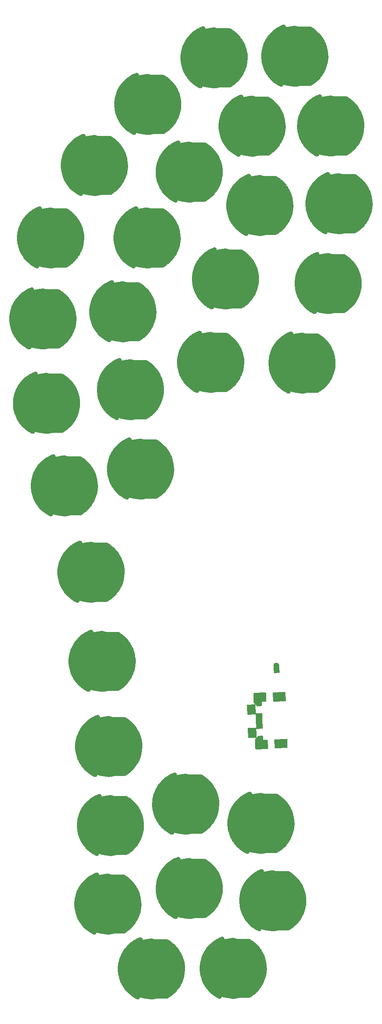
<source format=gts>
G04 #@! TF.GenerationSoftware,KiCad,Pcbnew,(5.0.0)*
G04 #@! TF.CreationDate,2020-01-29T13:37:31+01:00*
G04 #@! TF.ProjectId,Insole_PCB,496E736F6C655F5043422E6B69636164,rev?*
G04 #@! TF.SameCoordinates,Original*
G04 #@! TF.FileFunction,Soldermask,Top*
G04 #@! TF.FilePolarity,Negative*
%FSLAX46Y46*%
G04 Gerber Fmt 4.6, Leading zero omitted, Abs format (unit mm)*
G04 Created by KiCad (PCBNEW (5.0.0)) date 01/29/20 13:37:31*
%MOMM*%
%LPD*%
G01*
G04 APERTURE LIST*
%ADD10C,7.000000*%
%ADD11C,0.500000*%
%ADD12C,0.100000*%
%ADD13C,1.250000*%
%ADD14C,1.250000*%
%ADD15C,1.600000*%
%ADD16C,1.900000*%
%ADD17C,2.000000*%
%ADD18C,0.800000*%
G04 APERTURE END LIST*
D10*
G04 #@! TO.C,S4*
X230601015Y-66140707D02*
G75*
G03X230601015Y-66140707I-3201562J0D01*
G01*
G04 #@! TO.C,S9*
X198241015Y-76730707D02*
G75*
G03X198241015Y-76730707I-3201562J0D01*
G01*
G04 #@! TO.C,S0*
X232201015Y-133600707D02*
G75*
G03X232201015Y-133600707I-3201562J0D01*
G01*
G04 #@! TO.C,S1*
X237941015Y-116110707D02*
G75*
G03X237941015Y-116110707I-3201562J0D01*
G01*
G04 #@! TO.C,S2*
X240341015Y-98560707D02*
G75*
G03X240341015Y-98560707I-3201562J0D01*
G01*
G04 #@! TO.C,S3*
X238511015Y-81470707D02*
G75*
G03X238511015Y-81470707I-3201562J0D01*
G01*
G04 #@! TO.C,S5*
X221211015Y-81510707D02*
G75*
G03X221211015Y-81510707I-3201562J0D01*
G01*
G04 #@! TO.C,S6*
X222911015Y-98940707D02*
G75*
G03X222911015Y-98940707I-3201562J0D01*
G01*
G04 #@! TO.C,S7*
X215351015Y-115100707D02*
G75*
G03X215351015Y-115100707I-3201562J0D01*
G01*
G04 #@! TO.C,S8*
X212841015Y-66490707D02*
G75*
G03X212841015Y-66490707I-3201562J0D01*
G01*
G04 #@! TO.C,S10*
X207361015Y-91600707D02*
G75*
G03X207361015Y-91600707I-3201562J0D01*
G01*
G04 #@! TO.C,S11*
X186501015Y-90150707D02*
G75*
G03X186501015Y-90150707I-3201562J0D01*
G01*
G04 #@! TO.C,S12*
X198101015Y-106080707D02*
G75*
G03X198101015Y-106080707I-3201562J0D01*
G01*
G04 #@! TO.C,S13*
X176861015Y-106080707D02*
G75*
G03X176861015Y-106080707I-3201562J0D01*
G01*
G04 #@! TO.C,S14*
X212081015Y-133440707D02*
G75*
G03X212081015Y-133440707I-3201562J0D01*
G01*
G04 #@! TO.C,S15*
X192761015Y-122310707D02*
G75*
G03X192761015Y-122310707I-3201562J0D01*
G01*
G04 #@! TO.C,S16*
X175161015Y-123890707D02*
G75*
G03X175161015Y-123890707I-3201562J0D01*
G01*
G04 #@! TO.C,S17*
X175951015Y-142440707D02*
G75*
G03X175951015Y-142440707I-3201562J0D01*
G01*
G04 #@! TO.C,S18*
X194431015Y-139440707D02*
G75*
G03X194431015Y-139440707I-3201562J0D01*
G01*
G04 #@! TO.C,S19*
X196651015Y-156900707D02*
G75*
G03X196651015Y-156900707I-3201562J0D01*
G01*
G04 #@! TO.C,S20*
X179891015Y-160590707D02*
G75*
G03X179891015Y-160590707I-3201562J0D01*
G01*
G04 #@! TO.C,S21*
X185761015Y-179580707D02*
G75*
G03X185761015Y-179580707I-3201562J0D01*
G01*
G04 #@! TO.C,S22*
X188201015Y-199170707D02*
G75*
G03X188201015Y-199170707I-3201562J0D01*
G01*
G04 #@! TO.C,S23*
X189651015Y-217890707D02*
G75*
G03X189651015Y-217890707I-3201562J0D01*
G01*
G04 #@! TO.C,S24*
X223151015Y-234790707D02*
G75*
G03X223151015Y-234790707I-3201562J0D01*
G01*
G04 #@! TO.C,S25*
X225751015Y-251810707D02*
G75*
G03X225751015Y-251810707I-3201562J0D01*
G01*
G04 #@! TO.C,S26*
X217061015Y-266660707D02*
G75*
G03X217061015Y-266660707I-3201562J0D01*
G01*
G04 #@! TO.C,S27*
X199051015Y-266790707D02*
G75*
G03X199051015Y-266790707I-3201562J0D01*
G01*
G04 #@! TO.C,S28*
X189461015Y-252540707D02*
G75*
G03X189461015Y-252540707I-3201562J0D01*
G01*
G04 #@! TO.C,S29*
X207371015Y-249110707D02*
G75*
G03X207371015Y-249110707I-3201562J0D01*
G01*
G04 #@! TO.C,S30*
X190031015Y-235260707D02*
G75*
G03X190031015Y-235260707I-3201562J0D01*
G01*
G04 #@! TO.C,S31*
X206591015Y-230570707D02*
G75*
G03X206591015Y-230570707I-3201562J0D01*
G01*
G04 #@! TD*
D11*
G04 #@! TO.C,S4*
X234099453Y-67340707D03*
D12*
G36*
X225998068Y-72640702D02*
X225993879Y-72640673D01*
X225982702Y-72640283D01*
X225953450Y-72638442D01*
X225934037Y-72636264D01*
X225905104Y-72631578D01*
X225885990Y-72627516D01*
X225857653Y-72620029D01*
X225839032Y-72614122D01*
X225811560Y-72603906D01*
X225793592Y-72596205D01*
X225767249Y-72583356D01*
X225750130Y-72573944D01*
X225725166Y-72558586D01*
X225709041Y-72547546D01*
X225685695Y-72529825D01*
X225670732Y-72517269D01*
X225649226Y-72497355D01*
X225635549Y-72483389D01*
X225616090Y-72461471D01*
X225603849Y-72446246D01*
X225586621Y-72422534D01*
X225575922Y-72406184D01*
X225561090Y-72380904D01*
X225552036Y-72363586D01*
X225539742Y-72336979D01*
X225532422Y-72318861D01*
X225522783Y-72291181D01*
X225517267Y-72272438D01*
X225510375Y-72243950D01*
X225506713Y-72224755D01*
X225502634Y-72195731D01*
X225500864Y-72176276D01*
X225499636Y-72146992D01*
X225499772Y-72127450D01*
X225501408Y-72098185D01*
X225503450Y-72078750D01*
X225507934Y-72049786D01*
X225511863Y-72030646D01*
X225519152Y-72002257D01*
X225524931Y-71983590D01*
X225534956Y-71956047D01*
X225542527Y-71938035D01*
X225555191Y-71911603D01*
X225564487Y-71894412D01*
X225579671Y-71869341D01*
X225590596Y-71853145D01*
X225608153Y-71829676D01*
X225620609Y-71814618D01*
X225640373Y-71792974D01*
X225654236Y-71779208D01*
X225676017Y-71759596D01*
X225691163Y-71747244D01*
X225714755Y-71729851D01*
X225731027Y-71719039D01*
X225756203Y-71704031D01*
X225773453Y-71694859D01*
X225799973Y-71682379D01*
X225818041Y-71674932D01*
X225845652Y-71665100D01*
X225864358Y-71659452D01*
X225892798Y-71652361D01*
X225911970Y-71648565D01*
X225940965Y-71644284D01*
X225960407Y-71642378D01*
X225989682Y-71640946D01*
X225999453Y-71640707D01*
X230659947Y-71640707D01*
X230865760Y-71516008D01*
X231377532Y-71148788D01*
X231847241Y-70736700D01*
X232274509Y-70280732D01*
X232305264Y-70240707D01*
X222999453Y-70240707D01*
X222998068Y-70240702D01*
X222993879Y-70240673D01*
X222982702Y-70240283D01*
X222953450Y-70238442D01*
X222934037Y-70236264D01*
X222905104Y-70231578D01*
X222885990Y-70227516D01*
X222857653Y-70220029D01*
X222839032Y-70214122D01*
X222811560Y-70203906D01*
X222793592Y-70196205D01*
X222767249Y-70183356D01*
X222750130Y-70173944D01*
X222725166Y-70158586D01*
X222709041Y-70147546D01*
X222685695Y-70129825D01*
X222670732Y-70117269D01*
X222649226Y-70097355D01*
X222635549Y-70083389D01*
X222616090Y-70061471D01*
X222603849Y-70046246D01*
X222586621Y-70022534D01*
X222575922Y-70006184D01*
X222561090Y-69980904D01*
X222552036Y-69963586D01*
X222539742Y-69936979D01*
X222532422Y-69918861D01*
X222522783Y-69891181D01*
X222517267Y-69872438D01*
X222510375Y-69843950D01*
X222506713Y-69824755D01*
X222502634Y-69795731D01*
X222500864Y-69776276D01*
X222499636Y-69746992D01*
X222499772Y-69727450D01*
X222501408Y-69698185D01*
X222503450Y-69678750D01*
X222507934Y-69649786D01*
X222511863Y-69630646D01*
X222519152Y-69602257D01*
X222524931Y-69583590D01*
X222534956Y-69556047D01*
X222542527Y-69538035D01*
X222555191Y-69511603D01*
X222564487Y-69494412D01*
X222579671Y-69469341D01*
X222590596Y-69453145D01*
X222608153Y-69429676D01*
X222620609Y-69414618D01*
X222640373Y-69392974D01*
X222654236Y-69379208D01*
X222676017Y-69359596D01*
X222691163Y-69347244D01*
X222714755Y-69329851D01*
X222731027Y-69319039D01*
X222756203Y-69304031D01*
X222773453Y-69294859D01*
X222799973Y-69282379D01*
X222818041Y-69274932D01*
X222845652Y-69265100D01*
X222864358Y-69259452D01*
X222892798Y-69252361D01*
X222911970Y-69248565D01*
X222940965Y-69244284D01*
X222960407Y-69242378D01*
X222989682Y-69240946D01*
X222999453Y-69240707D01*
X232992867Y-69240707D01*
X233263039Y-68694986D01*
X233484306Y-68110615D01*
X233557329Y-67840707D01*
X221799453Y-67840707D01*
X221798068Y-67840702D01*
X221793879Y-67840673D01*
X221782702Y-67840283D01*
X221753450Y-67838442D01*
X221734037Y-67836264D01*
X221705104Y-67831578D01*
X221685990Y-67827516D01*
X221657653Y-67820029D01*
X221639032Y-67814122D01*
X221611560Y-67803906D01*
X221593592Y-67796205D01*
X221567249Y-67783356D01*
X221550130Y-67773944D01*
X221525166Y-67758586D01*
X221509041Y-67747546D01*
X221485695Y-67729825D01*
X221470732Y-67717269D01*
X221449226Y-67697355D01*
X221435549Y-67683389D01*
X221416090Y-67661471D01*
X221403849Y-67646246D01*
X221386621Y-67622534D01*
X221375922Y-67606184D01*
X221361090Y-67580904D01*
X221352036Y-67563586D01*
X221339742Y-67536979D01*
X221332422Y-67518861D01*
X221322783Y-67491181D01*
X221317267Y-67472438D01*
X221310375Y-67443950D01*
X221306713Y-67424755D01*
X221302634Y-67395731D01*
X221300864Y-67376276D01*
X221299636Y-67346992D01*
X221299772Y-67327450D01*
X221301408Y-67298185D01*
X221303450Y-67278750D01*
X221307934Y-67249786D01*
X221311863Y-67230646D01*
X221319152Y-67202257D01*
X221324931Y-67183590D01*
X221334956Y-67156047D01*
X221342527Y-67138035D01*
X221355191Y-67111603D01*
X221364487Y-67094412D01*
X221379671Y-67069341D01*
X221390596Y-67053145D01*
X221408153Y-67029676D01*
X221420609Y-67014618D01*
X221440373Y-66992974D01*
X221454236Y-66979208D01*
X221476017Y-66959596D01*
X221491163Y-66947244D01*
X221514755Y-66929851D01*
X221531027Y-66919039D01*
X221556203Y-66904031D01*
X221573453Y-66894859D01*
X221599973Y-66882379D01*
X221618041Y-66874932D01*
X221645652Y-66865100D01*
X221664358Y-66859452D01*
X221692798Y-66852361D01*
X221711970Y-66848565D01*
X221740965Y-66844284D01*
X221760407Y-66842378D01*
X221789682Y-66840946D01*
X221799453Y-66840707D01*
X233754523Y-66840707D01*
X233793968Y-66267820D01*
X233775853Y-65643212D01*
X233750051Y-65440707D01*
X221799453Y-65440707D01*
X221798068Y-65440702D01*
X221793879Y-65440673D01*
X221782702Y-65440283D01*
X221753450Y-65438442D01*
X221734037Y-65436264D01*
X221705104Y-65431578D01*
X221685990Y-65427516D01*
X221657653Y-65420029D01*
X221639032Y-65414122D01*
X221611560Y-65403906D01*
X221593592Y-65396205D01*
X221567249Y-65383356D01*
X221550130Y-65373944D01*
X221525166Y-65358586D01*
X221509041Y-65347546D01*
X221485695Y-65329825D01*
X221470732Y-65317269D01*
X221449226Y-65297355D01*
X221435549Y-65283389D01*
X221416090Y-65261471D01*
X221403849Y-65246246D01*
X221386621Y-65222534D01*
X221375922Y-65206184D01*
X221361090Y-65180904D01*
X221352036Y-65163586D01*
X221339742Y-65136979D01*
X221332422Y-65118861D01*
X221322783Y-65091181D01*
X221317267Y-65072438D01*
X221310375Y-65043950D01*
X221306713Y-65024755D01*
X221302634Y-64995731D01*
X221300864Y-64976276D01*
X221299636Y-64946992D01*
X221299772Y-64927450D01*
X221301408Y-64898185D01*
X221303450Y-64878750D01*
X221307934Y-64849786D01*
X221311863Y-64830646D01*
X221319152Y-64802257D01*
X221324931Y-64783590D01*
X221334956Y-64756047D01*
X221342527Y-64738035D01*
X221355191Y-64711603D01*
X221364487Y-64694412D01*
X221379671Y-64669341D01*
X221390596Y-64653145D01*
X221408153Y-64629676D01*
X221420609Y-64614618D01*
X221440373Y-64592974D01*
X221454236Y-64579208D01*
X221476017Y-64559596D01*
X221491163Y-64547244D01*
X221514755Y-64529851D01*
X221531027Y-64519039D01*
X221556203Y-64504031D01*
X221573453Y-64494859D01*
X221599973Y-64482379D01*
X221618041Y-64474932D01*
X221645652Y-64465100D01*
X221664358Y-64459452D01*
X221692798Y-64452361D01*
X221711970Y-64448565D01*
X221740965Y-64444284D01*
X221760407Y-64442378D01*
X221789682Y-64440946D01*
X221799453Y-64440707D01*
X233563844Y-64440707D01*
X233557786Y-64414178D01*
X233359909Y-63821455D01*
X233105152Y-63250898D01*
X232985449Y-63040707D01*
X222999453Y-63040707D01*
X222998068Y-63040702D01*
X222993879Y-63040673D01*
X222982702Y-63040283D01*
X222953450Y-63038442D01*
X222934037Y-63036264D01*
X222905104Y-63031578D01*
X222885990Y-63027516D01*
X222857653Y-63020029D01*
X222839032Y-63014122D01*
X222811560Y-63003906D01*
X222793592Y-62996205D01*
X222767249Y-62983356D01*
X222750130Y-62973944D01*
X222725166Y-62958586D01*
X222709041Y-62947546D01*
X222685695Y-62929825D01*
X222670732Y-62917269D01*
X222649226Y-62897355D01*
X222635549Y-62883389D01*
X222616090Y-62861471D01*
X222603849Y-62846246D01*
X222586621Y-62822534D01*
X222575922Y-62806184D01*
X222561090Y-62780904D01*
X222552036Y-62763586D01*
X222539742Y-62736979D01*
X222532422Y-62718861D01*
X222522783Y-62691181D01*
X222517267Y-62672438D01*
X222510375Y-62643950D01*
X222506713Y-62624755D01*
X222502634Y-62595731D01*
X222500864Y-62576276D01*
X222499636Y-62546992D01*
X222499772Y-62527450D01*
X222501408Y-62498185D01*
X222503450Y-62478750D01*
X222507934Y-62449786D01*
X222511863Y-62430646D01*
X222519152Y-62402257D01*
X222524931Y-62383590D01*
X222534956Y-62356047D01*
X222542527Y-62338035D01*
X222555191Y-62311603D01*
X222564487Y-62294412D01*
X222579671Y-62269341D01*
X222590596Y-62253145D01*
X222608153Y-62229676D01*
X222620609Y-62214618D01*
X222640373Y-62192974D01*
X222654236Y-62179208D01*
X222676017Y-62159596D01*
X222691163Y-62147244D01*
X222714755Y-62129851D01*
X222731027Y-62119039D01*
X222756203Y-62104031D01*
X222773453Y-62094859D01*
X222799973Y-62082379D01*
X222818041Y-62074932D01*
X222845652Y-62065100D01*
X222864358Y-62059452D01*
X222892798Y-62052361D01*
X222911970Y-62048565D01*
X222940965Y-62044284D01*
X222960407Y-62042378D01*
X222989682Y-62040946D01*
X222999453Y-62040707D01*
X232299388Y-62040707D01*
X232026380Y-61725107D01*
X231573411Y-61294672D01*
X231080598Y-60910491D01*
X230654479Y-60640707D01*
X226399453Y-60640707D01*
X226398068Y-60640702D01*
X226393879Y-60640673D01*
X226382702Y-60640283D01*
X226353450Y-60638442D01*
X226334037Y-60636264D01*
X226305104Y-60631578D01*
X226285990Y-60627516D01*
X226257653Y-60620029D01*
X226239032Y-60614122D01*
X226211560Y-60603906D01*
X226193592Y-60596205D01*
X226167249Y-60583356D01*
X226150130Y-60573944D01*
X226125166Y-60558586D01*
X226109041Y-60547546D01*
X226085695Y-60529825D01*
X226070732Y-60517269D01*
X226049226Y-60497355D01*
X226035549Y-60483389D01*
X226016090Y-60461471D01*
X226003849Y-60446246D01*
X225986621Y-60422534D01*
X225975922Y-60406184D01*
X225961090Y-60380904D01*
X225952036Y-60363586D01*
X225939742Y-60336979D01*
X225932422Y-60318861D01*
X225922783Y-60291181D01*
X225917267Y-60272438D01*
X225910375Y-60243950D01*
X225906713Y-60224755D01*
X225902634Y-60195731D01*
X225900864Y-60176276D01*
X225899636Y-60146992D01*
X225899772Y-60127450D01*
X225901408Y-60098185D01*
X225903450Y-60078750D01*
X225907934Y-60049786D01*
X225911863Y-60030646D01*
X225919152Y-60002257D01*
X225924931Y-59983590D01*
X225934956Y-59956047D01*
X225942527Y-59938035D01*
X225955191Y-59911603D01*
X225964487Y-59894412D01*
X225979671Y-59869341D01*
X225990596Y-59853145D01*
X226008153Y-59829676D01*
X226020609Y-59814618D01*
X226040373Y-59792974D01*
X226054236Y-59779208D01*
X226076017Y-59759596D01*
X226091163Y-59747244D01*
X226114755Y-59729851D01*
X226131027Y-59719039D01*
X226156203Y-59704031D01*
X226173453Y-59694859D01*
X226199973Y-59682379D01*
X226218041Y-59674932D01*
X226245652Y-59665100D01*
X226264358Y-59659452D01*
X226292798Y-59652361D01*
X226311970Y-59648565D01*
X226340965Y-59644284D01*
X226360407Y-59642378D01*
X226389682Y-59640946D01*
X226399453Y-59640707D01*
X230799453Y-59640707D01*
X230800838Y-59640712D01*
X230805027Y-59640741D01*
X230816194Y-59641130D01*
X230821863Y-59641486D01*
X230827530Y-59641639D01*
X230843330Y-59642838D01*
X230845455Y-59642972D01*
X230846215Y-59643057D01*
X230847002Y-59643117D01*
X230849194Y-59643391D01*
X230864876Y-59645151D01*
X230870442Y-59646053D01*
X230876076Y-59646758D01*
X230891687Y-59649493D01*
X230893798Y-59649835D01*
X230894549Y-59649995D01*
X230895339Y-59650133D01*
X230897509Y-59650624D01*
X230912912Y-59653897D01*
X230918386Y-59655343D01*
X230923927Y-59656596D01*
X230939139Y-59660826D01*
X230941265Y-59661388D01*
X230942013Y-59661625D01*
X230942731Y-59661825D01*
X230944726Y-59662486D01*
X230959870Y-59667291D01*
X230965176Y-59669264D01*
X230970570Y-59671052D01*
X230985236Y-59676723D01*
X230987341Y-59677506D01*
X230988087Y-59677826D01*
X230988804Y-59678103D01*
X230990752Y-59678968D01*
X231005316Y-59685210D01*
X231010437Y-59687708D01*
X231015584Y-59689993D01*
X231029666Y-59697087D01*
X231031657Y-59698058D01*
X231032349Y-59698438D01*
X231033029Y-59698781D01*
X231034885Y-59699833D01*
X231048782Y-59707473D01*
X231053616Y-59710447D01*
X231058524Y-59713228D01*
X231066915Y-59718257D01*
X231636186Y-60078674D01*
X231637338Y-60079409D01*
X231640862Y-60081674D01*
X231650109Y-60087990D01*
X231659179Y-60094565D01*
X231668286Y-60100975D01*
X231676134Y-60106790D01*
X232207517Y-60521039D01*
X232208593Y-60521884D01*
X232211879Y-60524482D01*
X232220467Y-60531672D01*
X232228836Y-60539087D01*
X232237286Y-60546365D01*
X232244530Y-60552919D01*
X232732953Y-61017044D01*
X232733955Y-61018003D01*
X232736971Y-61020909D01*
X232744801Y-61028887D01*
X232752376Y-61037049D01*
X232760108Y-61045152D01*
X232766678Y-61052383D01*
X233207480Y-61561955D01*
X233208372Y-61562993D01*
X233211091Y-61566180D01*
X233218118Y-61574900D01*
X233224869Y-61583775D01*
X233231762Y-61592578D01*
X233237597Y-61600417D01*
X233626569Y-62150573D01*
X233627376Y-62151723D01*
X233629770Y-62155160D01*
X233635892Y-62164495D01*
X233641749Y-62173992D01*
X233647745Y-62183419D01*
X233652787Y-62191790D01*
X233986218Y-62777276D01*
X233986890Y-62778465D01*
X233988938Y-62782119D01*
X233994140Y-62792042D01*
X233999044Y-62802071D01*
X234004089Y-62812031D01*
X234008290Y-62820855D01*
X234282995Y-63436084D01*
X234283546Y-63437330D01*
X234285228Y-63441167D01*
X234289440Y-63451557D01*
X234293363Y-63462073D01*
X234297388Y-63472417D01*
X234300709Y-63481608D01*
X234514068Y-64120707D01*
X234514503Y-64122027D01*
X234515802Y-64126010D01*
X234518967Y-64136721D01*
X234521815Y-64147453D01*
X234524849Y-64158275D01*
X234527255Y-64167744D01*
X234677230Y-64824613D01*
X234677535Y-64825967D01*
X234678439Y-64830057D01*
X234680546Y-64841042D01*
X234682340Y-64852045D01*
X234684292Y-64863047D01*
X234685764Y-64872712D01*
X234770924Y-65541080D01*
X234771093Y-65542440D01*
X234771594Y-65546599D01*
X234772621Y-65557749D01*
X234773335Y-65568917D01*
X234774202Y-65580024D01*
X234774724Y-65589782D01*
X234794257Y-66263272D01*
X234794293Y-66264678D01*
X234794385Y-66268866D01*
X234794318Y-66280027D01*
X234793940Y-66291183D01*
X234793718Y-66302352D01*
X234793286Y-66312112D01*
X234747004Y-66984293D01*
X234746906Y-66985642D01*
X234746590Y-66989819D01*
X234745431Y-67000976D01*
X234743962Y-67012073D01*
X234742656Y-67023128D01*
X234741272Y-67032805D01*
X234629618Y-67697263D01*
X234629381Y-67698640D01*
X234628658Y-67702766D01*
X234626424Y-67713709D01*
X234623900Y-67724524D01*
X234621500Y-67735493D01*
X234619179Y-67744985D01*
X234443217Y-68395375D01*
X234442851Y-68396711D01*
X234441729Y-68400747D01*
X234438430Y-68411444D01*
X234434827Y-68422062D01*
X234431408Y-68432624D01*
X234428171Y-68441848D01*
X234189584Y-69071964D01*
X234189079Y-69073284D01*
X234187568Y-69077191D01*
X234183256Y-69087477D01*
X234178654Y-69097651D01*
X234174195Y-69107887D01*
X234170074Y-69116749D01*
X233871136Y-69720576D01*
X233870507Y-69721837D01*
X233868622Y-69725578D01*
X233863319Y-69735409D01*
X233857754Y-69745070D01*
X233852321Y-69754817D01*
X233847350Y-69763244D01*
X233490916Y-70335016D01*
X233490178Y-70336189D01*
X233487937Y-70339729D01*
X233481697Y-70349004D01*
X233475155Y-70358162D01*
X233468836Y-70367274D01*
X233463079Y-70375157D01*
X233052550Y-70909421D01*
X233051712Y-70910505D01*
X233049137Y-70913809D01*
X233042008Y-70922446D01*
X233034630Y-70930891D01*
X233027436Y-70939363D01*
X233020930Y-70946656D01*
X232560226Y-71438307D01*
X232559266Y-71439324D01*
X232556380Y-71442361D01*
X232548462Y-71450240D01*
X232540358Y-71457866D01*
X232532312Y-71465653D01*
X232525123Y-71472278D01*
X232018641Y-71916627D01*
X232017603Y-71917531D01*
X232014435Y-71920272D01*
X232005770Y-71927355D01*
X231996928Y-71934179D01*
X231988186Y-71941123D01*
X231980389Y-71947012D01*
X231432963Y-72339815D01*
X231431835Y-72340619D01*
X231428414Y-72343038D01*
X231419102Y-72349239D01*
X231413891Y-72352503D01*
X231408797Y-72355940D01*
X231400565Y-72361207D01*
X231060899Y-72567007D01*
X231059730Y-72567709D01*
X231056133Y-72569855D01*
X231046341Y-72575331D01*
X231044750Y-72576163D01*
X231042712Y-72577378D01*
X231025449Y-72586557D01*
X231015922Y-72591040D01*
X231015894Y-72590981D01*
X231010372Y-72593535D01*
X231010417Y-72593631D01*
X230998931Y-72599036D01*
X230980865Y-72606482D01*
X230953254Y-72616314D01*
X230934548Y-72621962D01*
X230906108Y-72629053D01*
X230886936Y-72632849D01*
X230857941Y-72637130D01*
X230838499Y-72639036D01*
X230809224Y-72640468D01*
X230799453Y-72640707D01*
X225999453Y-72640707D01*
X225998068Y-72640702D01*
X225998068Y-72640702D01*
G37*
D11*
X220599453Y-66140707D03*
D12*
G36*
X224384266Y-72840333D02*
X224355009Y-72838584D01*
X224335589Y-72836467D01*
X224306642Y-72831872D01*
X224287511Y-72827868D01*
X224259149Y-72820469D01*
X224240502Y-72814618D01*
X224213000Y-72804487D01*
X224195023Y-72796848D01*
X224168639Y-72784082D01*
X224159946Y-72779610D01*
X223569250Y-72457271D01*
X223568034Y-72456602D01*
X223564371Y-72454570D01*
X223554747Y-72448874D01*
X223545296Y-72442917D01*
X223535780Y-72437104D01*
X223527564Y-72431805D01*
X222971142Y-72053363D01*
X222969983Y-72052569D01*
X222966536Y-72050189D01*
X222957536Y-72043597D01*
X222948712Y-72036747D01*
X222939794Y-72030022D01*
X222932140Y-72023951D01*
X222415302Y-71593017D01*
X222414243Y-71592128D01*
X222411044Y-71589423D01*
X222402710Y-71581967D01*
X222394577Y-71574270D01*
X222386380Y-71566727D01*
X222379355Y-71559938D01*
X221907037Y-71080627D01*
X221906058Y-71079626D01*
X221903139Y-71076622D01*
X221895581Y-71068397D01*
X221888259Y-71059967D01*
X221880825Y-71051647D01*
X221874491Y-71044199D01*
X221451199Y-70521085D01*
X221450314Y-70519984D01*
X221447702Y-70516709D01*
X221440989Y-70507792D01*
X221434555Y-70498731D01*
X221427942Y-70489689D01*
X221422362Y-70481655D01*
X221052137Y-69919732D01*
X221051369Y-69918557D01*
X221049089Y-69915043D01*
X221043279Y-69905517D01*
X221037734Y-69895827D01*
X221032046Y-69886200D01*
X221027287Y-69877676D01*
X220713663Y-69282307D01*
X220713025Y-69281086D01*
X220711098Y-69277366D01*
X220706229Y-69267286D01*
X220701649Y-69257084D01*
X220696946Y-69246990D01*
X220693033Y-69238025D01*
X220439004Y-68614894D01*
X220438478Y-68613590D01*
X220436924Y-68609700D01*
X220433072Y-68599217D01*
X220429506Y-68588605D01*
X220425815Y-68578114D01*
X220422796Y-68568812D01*
X220230786Y-67923866D01*
X220230398Y-67922549D01*
X220229230Y-67918525D01*
X220226411Y-67907684D01*
X220223900Y-67896786D01*
X220221247Y-67885970D01*
X220219151Y-67876421D01*
X220090993Y-67215815D01*
X220090731Y-67214439D01*
X220089962Y-67210321D01*
X220088219Y-67199289D01*
X220086788Y-67188239D01*
X220085197Y-67177169D01*
X220084043Y-67167462D01*
X220020961Y-66497503D01*
X220020837Y-66496133D01*
X220020473Y-66491960D01*
X220019812Y-66480791D01*
X220019465Y-66469617D01*
X220018963Y-66458467D01*
X220018762Y-66448702D01*
X220021358Y-65775785D01*
X220021369Y-65774409D01*
X220021414Y-65770220D01*
X220021847Y-65759031D01*
X220022594Y-65747853D01*
X220023180Y-65736749D01*
X220023933Y-65727004D01*
X220092181Y-65057552D01*
X220092328Y-65056164D01*
X220092782Y-65051999D01*
X220094303Y-65040923D01*
X220096127Y-65029935D01*
X220097801Y-65018888D01*
X220099503Y-65009254D01*
X220232753Y-64349656D01*
X220233034Y-64348293D01*
X220233892Y-64344193D01*
X220236487Y-64333315D01*
X220239390Y-64322501D01*
X220242122Y-64311718D01*
X220244754Y-64302304D01*
X220441733Y-63658857D01*
X220442144Y-63657531D01*
X220443398Y-63653534D01*
X220447041Y-63642966D01*
X220450980Y-63632499D01*
X220454760Y-63622011D01*
X220458297Y-63612901D01*
X220717125Y-62991747D01*
X220717666Y-62990461D01*
X220719304Y-62986606D01*
X220723956Y-62976455D01*
X220728908Y-62966400D01*
X220733690Y-62956340D01*
X220738095Y-62947627D01*
X221056302Y-62354695D01*
X221056956Y-62353486D01*
X221058962Y-62349809D01*
X221064598Y-62340134D01*
X221070484Y-62330650D01*
X221076236Y-62321084D01*
X221081477Y-62312832D01*
X221456026Y-61753781D01*
X221456807Y-61752623D01*
X221459163Y-61749159D01*
X221465703Y-61740100D01*
X221472479Y-61731245D01*
X221479147Y-61722273D01*
X221485166Y-61714574D01*
X221912481Y-61194741D01*
X221913345Y-61193698D01*
X221916027Y-61190480D01*
X221923451Y-61182063D01*
X221931073Y-61173896D01*
X221938565Y-61165640D01*
X221945308Y-61158565D01*
X222421310Y-60682912D01*
X222422288Y-60681941D01*
X222425271Y-60679001D01*
X222433452Y-60671376D01*
X222441878Y-60663952D01*
X222450115Y-60656490D01*
X222457509Y-60650112D01*
X222977655Y-60223178D01*
X222978729Y-60222303D01*
X222981985Y-60219668D01*
X222990869Y-60212881D01*
X222999879Y-60206388D01*
X223008898Y-60199695D01*
X223016884Y-60194066D01*
X223576209Y-59819928D01*
X223577361Y-59819163D01*
X223580859Y-59816858D01*
X223590370Y-59810966D01*
X223600027Y-59805351D01*
X223609583Y-59799613D01*
X223618090Y-59794784D01*
X224211254Y-59477011D01*
X224212515Y-59476341D01*
X224216222Y-59474389D01*
X224226228Y-59469471D01*
X224234760Y-59465569D01*
X224243256Y-59461465D01*
X224252173Y-59457424D01*
X224783250Y-59232226D01*
X224784513Y-59231695D01*
X224788381Y-59230086D01*
X224798835Y-59226077D01*
X224826484Y-59216352D01*
X224845210Y-59210778D01*
X224873677Y-59203797D01*
X224892857Y-59200076D01*
X224921868Y-59195906D01*
X224941323Y-59194074D01*
X224970603Y-59192755D01*
X224990146Y-59192830D01*
X225019415Y-59194375D01*
X225038848Y-59196356D01*
X225067827Y-59200749D01*
X225086987Y-59204620D01*
X225115399Y-59211821D01*
X225134078Y-59217539D01*
X225161651Y-59227477D01*
X225179691Y-59234994D01*
X225206163Y-59247576D01*
X225223379Y-59256815D01*
X225248497Y-59271920D01*
X225264730Y-59282797D01*
X225288254Y-59300281D01*
X225303347Y-59312687D01*
X225325053Y-59332383D01*
X225338866Y-59346206D01*
X225358546Y-59367926D01*
X225370942Y-59383029D01*
X225388409Y-59406566D01*
X225399276Y-59422811D01*
X225414362Y-59447940D01*
X225423588Y-59465162D01*
X225436150Y-59491643D01*
X225443651Y-59509680D01*
X225453570Y-59537261D01*
X225459277Y-59555955D01*
X225466456Y-59584371D01*
X225470310Y-59603520D01*
X225474683Y-59632502D01*
X225476652Y-59651950D01*
X225478175Y-59681221D01*
X225478236Y-59700757D01*
X225476896Y-59730036D01*
X225475049Y-59749496D01*
X225470857Y-59778505D01*
X225467122Y-59797680D01*
X225460120Y-59826141D01*
X225454530Y-59844865D01*
X225444784Y-59872507D01*
X225437397Y-59890591D01*
X225425001Y-59917150D01*
X225415878Y-59934438D01*
X225400948Y-59959661D01*
X225390190Y-59975964D01*
X225372871Y-59999610D01*
X225360568Y-60014792D01*
X225341025Y-60036634D01*
X225327298Y-60050543D01*
X225305716Y-60070374D01*
X225290704Y-60082873D01*
X225267289Y-60100505D01*
X225251112Y-60111490D01*
X225226089Y-60126750D01*
X225208938Y-60136092D01*
X225182545Y-60148839D01*
X225173643Y-60152874D01*
X224663472Y-60369208D01*
X224111868Y-60664716D01*
X223848767Y-60840707D01*
X230599453Y-60840707D01*
X230600838Y-60840712D01*
X230605027Y-60840741D01*
X230616204Y-60841131D01*
X230645456Y-60842972D01*
X230664869Y-60845150D01*
X230693802Y-60849836D01*
X230712916Y-60853898D01*
X230741253Y-60861385D01*
X230759874Y-60867292D01*
X230787346Y-60877508D01*
X230805314Y-60885209D01*
X230831657Y-60898058D01*
X230848776Y-60907470D01*
X230873740Y-60922828D01*
X230889865Y-60933868D01*
X230913211Y-60951589D01*
X230928174Y-60964145D01*
X230949680Y-60984059D01*
X230963357Y-60998025D01*
X230982816Y-61019943D01*
X230995057Y-61035168D01*
X231012285Y-61058880D01*
X231022984Y-61075230D01*
X231037816Y-61100510D01*
X231046870Y-61117828D01*
X231059164Y-61144435D01*
X231066484Y-61162553D01*
X231076123Y-61190233D01*
X231081639Y-61208976D01*
X231088531Y-61237464D01*
X231092193Y-61256659D01*
X231096272Y-61285683D01*
X231098042Y-61305138D01*
X231099270Y-61334422D01*
X231099134Y-61353964D01*
X231097498Y-61383229D01*
X231095456Y-61402664D01*
X231090972Y-61431628D01*
X231087043Y-61450768D01*
X231079754Y-61479157D01*
X231073975Y-61497824D01*
X231063950Y-61525367D01*
X231056379Y-61543379D01*
X231043715Y-61569811D01*
X231034419Y-61587002D01*
X231019235Y-61612073D01*
X231008310Y-61628269D01*
X230990753Y-61651738D01*
X230978297Y-61666796D01*
X230958533Y-61688440D01*
X230944670Y-61702206D01*
X230922889Y-61721818D01*
X230907743Y-61734170D01*
X230884151Y-61751563D01*
X230867879Y-61762375D01*
X230842703Y-61777383D01*
X230825453Y-61786555D01*
X230798933Y-61799035D01*
X230780865Y-61806482D01*
X230753254Y-61816314D01*
X230734548Y-61821962D01*
X230706108Y-61829053D01*
X230686936Y-61832849D01*
X230657941Y-61837130D01*
X230638499Y-61839036D01*
X230609224Y-61840468D01*
X230599453Y-61840707D01*
X222677396Y-61840707D01*
X222669454Y-61848643D01*
X222273195Y-62330697D01*
X221925870Y-62849114D01*
X221715715Y-63240707D01*
X232599453Y-63240707D01*
X232600838Y-63240712D01*
X232605027Y-63240741D01*
X232616204Y-63241131D01*
X232645456Y-63242972D01*
X232664869Y-63245150D01*
X232693802Y-63249836D01*
X232712916Y-63253898D01*
X232741253Y-63261385D01*
X232759874Y-63267292D01*
X232787346Y-63277508D01*
X232805314Y-63285209D01*
X232831657Y-63298058D01*
X232848776Y-63307470D01*
X232873740Y-63322828D01*
X232889865Y-63333868D01*
X232913211Y-63351589D01*
X232928174Y-63364145D01*
X232949680Y-63384059D01*
X232963357Y-63398025D01*
X232982816Y-63419943D01*
X232995057Y-63435168D01*
X233012285Y-63458880D01*
X233022984Y-63475230D01*
X233037816Y-63500510D01*
X233046870Y-63517828D01*
X233059164Y-63544435D01*
X233066484Y-63562553D01*
X233076123Y-63590233D01*
X233081639Y-63608976D01*
X233088531Y-63637464D01*
X233092193Y-63656659D01*
X233096272Y-63685683D01*
X233098042Y-63705138D01*
X233099270Y-63734422D01*
X233099134Y-63753964D01*
X233097498Y-63783229D01*
X233095456Y-63802664D01*
X233090972Y-63831628D01*
X233087043Y-63850768D01*
X233079754Y-63879157D01*
X233073975Y-63897824D01*
X233063950Y-63925367D01*
X233056379Y-63943379D01*
X233043715Y-63969811D01*
X233034419Y-63987002D01*
X233019235Y-64012073D01*
X233008310Y-64028269D01*
X232990753Y-64051738D01*
X232978297Y-64066796D01*
X232958533Y-64088440D01*
X232944670Y-64102206D01*
X232922889Y-64121818D01*
X232907743Y-64134170D01*
X232884151Y-64151563D01*
X232867879Y-64162375D01*
X232842703Y-64177383D01*
X232825453Y-64186555D01*
X232798933Y-64199035D01*
X232780865Y-64206482D01*
X232753254Y-64216314D01*
X232734548Y-64221962D01*
X232706108Y-64229053D01*
X232686936Y-64232849D01*
X232657941Y-64237130D01*
X232638499Y-64239036D01*
X232609224Y-64240468D01*
X232599453Y-64240707D01*
X221309420Y-64240707D01*
X221208112Y-64571637D01*
X221084544Y-65183307D01*
X221037914Y-65640707D01*
X232999453Y-65640707D01*
X233000838Y-65640712D01*
X233005027Y-65640741D01*
X233016204Y-65641131D01*
X233045456Y-65642972D01*
X233064869Y-65645150D01*
X233093802Y-65649836D01*
X233112916Y-65653898D01*
X233141253Y-65661385D01*
X233159874Y-65667292D01*
X233187346Y-65677508D01*
X233205314Y-65685209D01*
X233231657Y-65698058D01*
X233248776Y-65707470D01*
X233273740Y-65722828D01*
X233289865Y-65733868D01*
X233313211Y-65751589D01*
X233328174Y-65764145D01*
X233349680Y-65784059D01*
X233363357Y-65798025D01*
X233382816Y-65819943D01*
X233395057Y-65835168D01*
X233412285Y-65858880D01*
X233422984Y-65875230D01*
X233437816Y-65900510D01*
X233446870Y-65917828D01*
X233459164Y-65944435D01*
X233466484Y-65962553D01*
X233476123Y-65990233D01*
X233481639Y-66008976D01*
X233488531Y-66037464D01*
X233492193Y-66056659D01*
X233496272Y-66085683D01*
X233498042Y-66105138D01*
X233499270Y-66134422D01*
X233499134Y-66153964D01*
X233497498Y-66183229D01*
X233495456Y-66202664D01*
X233490972Y-66231628D01*
X233487043Y-66250768D01*
X233479754Y-66279157D01*
X233473975Y-66297824D01*
X233463950Y-66325367D01*
X233456379Y-66343379D01*
X233443715Y-66369811D01*
X233434419Y-66387002D01*
X233419235Y-66412073D01*
X233408310Y-66428269D01*
X233390753Y-66451738D01*
X233378297Y-66466796D01*
X233358533Y-66488440D01*
X233344670Y-66502206D01*
X233322889Y-66521818D01*
X233307743Y-66534170D01*
X233284151Y-66551563D01*
X233267879Y-66562375D01*
X233242703Y-66577383D01*
X233225453Y-66586555D01*
X233198933Y-66599035D01*
X233180865Y-66606482D01*
X233153254Y-66616314D01*
X233134548Y-66621962D01*
X233106108Y-66629053D01*
X233086936Y-66632849D01*
X233057941Y-66637130D01*
X233038499Y-66639036D01*
X233009224Y-66640468D01*
X232999453Y-66640707D01*
X221038868Y-66640707D01*
X221077347Y-67049375D01*
X221196190Y-67661964D01*
X221308947Y-68040707D01*
X232399453Y-68040707D01*
X232400838Y-68040712D01*
X232405027Y-68040741D01*
X232416204Y-68041131D01*
X232445456Y-68042972D01*
X232464869Y-68045150D01*
X232493802Y-68049836D01*
X232512916Y-68053898D01*
X232541253Y-68061385D01*
X232559874Y-68067292D01*
X232587346Y-68077508D01*
X232605314Y-68085209D01*
X232631657Y-68098058D01*
X232648776Y-68107470D01*
X232673740Y-68122828D01*
X232689865Y-68133868D01*
X232713211Y-68151589D01*
X232728174Y-68164145D01*
X232749680Y-68184059D01*
X232763357Y-68198025D01*
X232782816Y-68219943D01*
X232795057Y-68235168D01*
X232812285Y-68258880D01*
X232822984Y-68275230D01*
X232837816Y-68300510D01*
X232846870Y-68317828D01*
X232859164Y-68344435D01*
X232866484Y-68362553D01*
X232876123Y-68390233D01*
X232881639Y-68408976D01*
X232888531Y-68437464D01*
X232892193Y-68456659D01*
X232896272Y-68485683D01*
X232898042Y-68505138D01*
X232899270Y-68534422D01*
X232899134Y-68553964D01*
X232897498Y-68583229D01*
X232895456Y-68602664D01*
X232890972Y-68631628D01*
X232887043Y-68650768D01*
X232879754Y-68679157D01*
X232873975Y-68697824D01*
X232863950Y-68725367D01*
X232856379Y-68743379D01*
X232843715Y-68769811D01*
X232834419Y-68787002D01*
X232819235Y-68812073D01*
X232808310Y-68828269D01*
X232790753Y-68851738D01*
X232778297Y-68866796D01*
X232758533Y-68888440D01*
X232744670Y-68902206D01*
X232722889Y-68921818D01*
X232707743Y-68934170D01*
X232684151Y-68951563D01*
X232667879Y-68962375D01*
X232642703Y-68977383D01*
X232625453Y-68986555D01*
X232598933Y-68999035D01*
X232580865Y-69006482D01*
X232553254Y-69016314D01*
X232534548Y-69021962D01*
X232506108Y-69029053D01*
X232486936Y-69032849D01*
X232457941Y-69037130D01*
X232438499Y-69039036D01*
X232409224Y-69040468D01*
X232399453Y-69040707D01*
X221716654Y-69040707D01*
X221900633Y-69389965D01*
X222243965Y-69911069D01*
X222636483Y-70396150D01*
X222680390Y-70440707D01*
X230799453Y-70440707D01*
X230800838Y-70440712D01*
X230805027Y-70440741D01*
X230816204Y-70441131D01*
X230845456Y-70442972D01*
X230864869Y-70445150D01*
X230893802Y-70449836D01*
X230912916Y-70453898D01*
X230941253Y-70461385D01*
X230959874Y-70467292D01*
X230987346Y-70477508D01*
X231005314Y-70485209D01*
X231031657Y-70498058D01*
X231048776Y-70507470D01*
X231073740Y-70522828D01*
X231089865Y-70533868D01*
X231113211Y-70551589D01*
X231128174Y-70564145D01*
X231149680Y-70584059D01*
X231163357Y-70598025D01*
X231182816Y-70619943D01*
X231195057Y-70635168D01*
X231212285Y-70658880D01*
X231222984Y-70675230D01*
X231237816Y-70700510D01*
X231246870Y-70717828D01*
X231259164Y-70744435D01*
X231266484Y-70762553D01*
X231276123Y-70790233D01*
X231281639Y-70808976D01*
X231288531Y-70837464D01*
X231292193Y-70856659D01*
X231296272Y-70885683D01*
X231298042Y-70905138D01*
X231299270Y-70934422D01*
X231299134Y-70953964D01*
X231297498Y-70983229D01*
X231295456Y-71002664D01*
X231290972Y-71031628D01*
X231287043Y-71050768D01*
X231279754Y-71079157D01*
X231273975Y-71097824D01*
X231263950Y-71125367D01*
X231256379Y-71143379D01*
X231243715Y-71169811D01*
X231234419Y-71187002D01*
X231219235Y-71212073D01*
X231208310Y-71228269D01*
X231190753Y-71251738D01*
X231178297Y-71266796D01*
X231158533Y-71288440D01*
X231144670Y-71302206D01*
X231122889Y-71321818D01*
X231107743Y-71334170D01*
X231084151Y-71351563D01*
X231067879Y-71362375D01*
X231042703Y-71377383D01*
X231025453Y-71386555D01*
X230998933Y-71399035D01*
X230980865Y-71406482D01*
X230953254Y-71416314D01*
X230934548Y-71421962D01*
X230906108Y-71429053D01*
X230886936Y-71432849D01*
X230857941Y-71437130D01*
X230838499Y-71439036D01*
X230809224Y-71440468D01*
X230799453Y-71440707D01*
X223848492Y-71440707D01*
X224069731Y-71591179D01*
X224638960Y-71901804D01*
X224640176Y-71902473D01*
X224643839Y-71904505D01*
X224653459Y-71910199D01*
X224678255Y-71925827D01*
X224694256Y-71937039D01*
X224717409Y-71955012D01*
X224732240Y-71967734D01*
X224753528Y-71987880D01*
X224767042Y-72001982D01*
X224786264Y-72024109D01*
X224798349Y-72039477D01*
X224815318Y-72063374D01*
X224825838Y-72079838D01*
X224840395Y-72105278D01*
X224849262Y-72122697D01*
X224861266Y-72149436D01*
X224868383Y-72167614D01*
X224877723Y-72195396D01*
X224883041Y-72214215D01*
X224889623Y-72242776D01*
X224893075Y-72262006D01*
X224896839Y-72291073D01*
X224898399Y-72310548D01*
X224899309Y-72339844D01*
X224898960Y-72359380D01*
X224897007Y-72388624D01*
X224894754Y-72408036D01*
X224889956Y-72436951D01*
X224885821Y-72456043D01*
X224878225Y-72484352D01*
X224872244Y-72502957D01*
X224861922Y-72530388D01*
X224854156Y-72548318D01*
X224841206Y-72574612D01*
X224831727Y-72591698D01*
X224816273Y-72616603D01*
X224805168Y-72632688D01*
X224787357Y-72655965D01*
X224774744Y-72670879D01*
X224754747Y-72692308D01*
X224740731Y-72705928D01*
X224718738Y-72725303D01*
X224703463Y-72737488D01*
X224679685Y-72754624D01*
X224663290Y-72765262D01*
X224637952Y-72779996D01*
X224620603Y-72788981D01*
X224593949Y-72801172D01*
X224575805Y-72808421D01*
X224548089Y-72817953D01*
X224529330Y-72823396D01*
X224500816Y-72830179D01*
X224481593Y-72833769D01*
X224452552Y-72837735D01*
X224433098Y-72839429D01*
X224403809Y-72840544D01*
X224384266Y-72840333D01*
X224384266Y-72840333D01*
G37*
G04 #@! TD*
D11*
G04 #@! TO.C,S9*
X201739453Y-77930707D03*
D12*
G36*
X193638068Y-83230702D02*
X193633879Y-83230673D01*
X193622702Y-83230283D01*
X193593450Y-83228442D01*
X193574037Y-83226264D01*
X193545104Y-83221578D01*
X193525990Y-83217516D01*
X193497653Y-83210029D01*
X193479032Y-83204122D01*
X193451560Y-83193906D01*
X193433592Y-83186205D01*
X193407249Y-83173356D01*
X193390130Y-83163944D01*
X193365166Y-83148586D01*
X193349041Y-83137546D01*
X193325695Y-83119825D01*
X193310732Y-83107269D01*
X193289226Y-83087355D01*
X193275549Y-83073389D01*
X193256090Y-83051471D01*
X193243849Y-83036246D01*
X193226621Y-83012534D01*
X193215922Y-82996184D01*
X193201090Y-82970904D01*
X193192036Y-82953586D01*
X193179742Y-82926979D01*
X193172422Y-82908861D01*
X193162783Y-82881181D01*
X193157267Y-82862438D01*
X193150375Y-82833950D01*
X193146713Y-82814755D01*
X193142634Y-82785731D01*
X193140864Y-82766276D01*
X193139636Y-82736992D01*
X193139772Y-82717450D01*
X193141408Y-82688185D01*
X193143450Y-82668750D01*
X193147934Y-82639786D01*
X193151863Y-82620646D01*
X193159152Y-82592257D01*
X193164931Y-82573590D01*
X193174956Y-82546047D01*
X193182527Y-82528035D01*
X193195191Y-82501603D01*
X193204487Y-82484412D01*
X193219671Y-82459341D01*
X193230596Y-82443145D01*
X193248153Y-82419676D01*
X193260609Y-82404618D01*
X193280373Y-82382974D01*
X193294236Y-82369208D01*
X193316017Y-82349596D01*
X193331163Y-82337244D01*
X193354755Y-82319851D01*
X193371027Y-82309039D01*
X193396203Y-82294031D01*
X193413453Y-82284859D01*
X193439973Y-82272379D01*
X193458041Y-82264932D01*
X193485652Y-82255100D01*
X193504358Y-82249452D01*
X193532798Y-82242361D01*
X193551970Y-82238565D01*
X193580965Y-82234284D01*
X193600407Y-82232378D01*
X193629682Y-82230946D01*
X193639453Y-82230707D01*
X198299947Y-82230707D01*
X198505760Y-82106008D01*
X199017532Y-81738788D01*
X199487241Y-81326700D01*
X199914509Y-80870732D01*
X199945264Y-80830707D01*
X190639453Y-80830707D01*
X190638068Y-80830702D01*
X190633879Y-80830673D01*
X190622702Y-80830283D01*
X190593450Y-80828442D01*
X190574037Y-80826264D01*
X190545104Y-80821578D01*
X190525990Y-80817516D01*
X190497653Y-80810029D01*
X190479032Y-80804122D01*
X190451560Y-80793906D01*
X190433592Y-80786205D01*
X190407249Y-80773356D01*
X190390130Y-80763944D01*
X190365166Y-80748586D01*
X190349041Y-80737546D01*
X190325695Y-80719825D01*
X190310732Y-80707269D01*
X190289226Y-80687355D01*
X190275549Y-80673389D01*
X190256090Y-80651471D01*
X190243849Y-80636246D01*
X190226621Y-80612534D01*
X190215922Y-80596184D01*
X190201090Y-80570904D01*
X190192036Y-80553586D01*
X190179742Y-80526979D01*
X190172422Y-80508861D01*
X190162783Y-80481181D01*
X190157267Y-80462438D01*
X190150375Y-80433950D01*
X190146713Y-80414755D01*
X190142634Y-80385731D01*
X190140864Y-80366276D01*
X190139636Y-80336992D01*
X190139772Y-80317450D01*
X190141408Y-80288185D01*
X190143450Y-80268750D01*
X190147934Y-80239786D01*
X190151863Y-80220646D01*
X190159152Y-80192257D01*
X190164931Y-80173590D01*
X190174956Y-80146047D01*
X190182527Y-80128035D01*
X190195191Y-80101603D01*
X190204487Y-80084412D01*
X190219671Y-80059341D01*
X190230596Y-80043145D01*
X190248153Y-80019676D01*
X190260609Y-80004618D01*
X190280373Y-79982974D01*
X190294236Y-79969208D01*
X190316017Y-79949596D01*
X190331163Y-79937244D01*
X190354755Y-79919851D01*
X190371027Y-79909039D01*
X190396203Y-79894031D01*
X190413453Y-79884859D01*
X190439973Y-79872379D01*
X190458041Y-79864932D01*
X190485652Y-79855100D01*
X190504358Y-79849452D01*
X190532798Y-79842361D01*
X190551970Y-79838565D01*
X190580965Y-79834284D01*
X190600407Y-79832378D01*
X190629682Y-79830946D01*
X190639453Y-79830707D01*
X200632867Y-79830707D01*
X200903039Y-79284986D01*
X201124306Y-78700615D01*
X201197329Y-78430707D01*
X189439453Y-78430707D01*
X189438068Y-78430702D01*
X189433879Y-78430673D01*
X189422702Y-78430283D01*
X189393450Y-78428442D01*
X189374037Y-78426264D01*
X189345104Y-78421578D01*
X189325990Y-78417516D01*
X189297653Y-78410029D01*
X189279032Y-78404122D01*
X189251560Y-78393906D01*
X189233592Y-78386205D01*
X189207249Y-78373356D01*
X189190130Y-78363944D01*
X189165166Y-78348586D01*
X189149041Y-78337546D01*
X189125695Y-78319825D01*
X189110732Y-78307269D01*
X189089226Y-78287355D01*
X189075549Y-78273389D01*
X189056090Y-78251471D01*
X189043849Y-78236246D01*
X189026621Y-78212534D01*
X189015922Y-78196184D01*
X189001090Y-78170904D01*
X188992036Y-78153586D01*
X188979742Y-78126979D01*
X188972422Y-78108861D01*
X188962783Y-78081181D01*
X188957267Y-78062438D01*
X188950375Y-78033950D01*
X188946713Y-78014755D01*
X188942634Y-77985731D01*
X188940864Y-77966276D01*
X188939636Y-77936992D01*
X188939772Y-77917450D01*
X188941408Y-77888185D01*
X188943450Y-77868750D01*
X188947934Y-77839786D01*
X188951863Y-77820646D01*
X188959152Y-77792257D01*
X188964931Y-77773590D01*
X188974956Y-77746047D01*
X188982527Y-77728035D01*
X188995191Y-77701603D01*
X189004487Y-77684412D01*
X189019671Y-77659341D01*
X189030596Y-77643145D01*
X189048153Y-77619676D01*
X189060609Y-77604618D01*
X189080373Y-77582974D01*
X189094236Y-77569208D01*
X189116017Y-77549596D01*
X189131163Y-77537244D01*
X189154755Y-77519851D01*
X189171027Y-77509039D01*
X189196203Y-77494031D01*
X189213453Y-77484859D01*
X189239973Y-77472379D01*
X189258041Y-77464932D01*
X189285652Y-77455100D01*
X189304358Y-77449452D01*
X189332798Y-77442361D01*
X189351970Y-77438565D01*
X189380965Y-77434284D01*
X189400407Y-77432378D01*
X189429682Y-77430946D01*
X189439453Y-77430707D01*
X201394523Y-77430707D01*
X201433968Y-76857820D01*
X201415853Y-76233212D01*
X201390051Y-76030707D01*
X189439453Y-76030707D01*
X189438068Y-76030702D01*
X189433879Y-76030673D01*
X189422702Y-76030283D01*
X189393450Y-76028442D01*
X189374037Y-76026264D01*
X189345104Y-76021578D01*
X189325990Y-76017516D01*
X189297653Y-76010029D01*
X189279032Y-76004122D01*
X189251560Y-75993906D01*
X189233592Y-75986205D01*
X189207249Y-75973356D01*
X189190130Y-75963944D01*
X189165166Y-75948586D01*
X189149041Y-75937546D01*
X189125695Y-75919825D01*
X189110732Y-75907269D01*
X189089226Y-75887355D01*
X189075549Y-75873389D01*
X189056090Y-75851471D01*
X189043849Y-75836246D01*
X189026621Y-75812534D01*
X189015922Y-75796184D01*
X189001090Y-75770904D01*
X188992036Y-75753586D01*
X188979742Y-75726979D01*
X188972422Y-75708861D01*
X188962783Y-75681181D01*
X188957267Y-75662438D01*
X188950375Y-75633950D01*
X188946713Y-75614755D01*
X188942634Y-75585731D01*
X188940864Y-75566276D01*
X188939636Y-75536992D01*
X188939772Y-75517450D01*
X188941408Y-75488185D01*
X188943450Y-75468750D01*
X188947934Y-75439786D01*
X188951863Y-75420646D01*
X188959152Y-75392257D01*
X188964931Y-75373590D01*
X188974956Y-75346047D01*
X188982527Y-75328035D01*
X188995191Y-75301603D01*
X189004487Y-75284412D01*
X189019671Y-75259341D01*
X189030596Y-75243145D01*
X189048153Y-75219676D01*
X189060609Y-75204618D01*
X189080373Y-75182974D01*
X189094236Y-75169208D01*
X189116017Y-75149596D01*
X189131163Y-75137244D01*
X189154755Y-75119851D01*
X189171027Y-75109039D01*
X189196203Y-75094031D01*
X189213453Y-75084859D01*
X189239973Y-75072379D01*
X189258041Y-75064932D01*
X189285652Y-75055100D01*
X189304358Y-75049452D01*
X189332798Y-75042361D01*
X189351970Y-75038565D01*
X189380965Y-75034284D01*
X189400407Y-75032378D01*
X189429682Y-75030946D01*
X189439453Y-75030707D01*
X201203844Y-75030707D01*
X201197786Y-75004178D01*
X200999909Y-74411455D01*
X200745152Y-73840898D01*
X200625449Y-73630707D01*
X190639453Y-73630707D01*
X190638068Y-73630702D01*
X190633879Y-73630673D01*
X190622702Y-73630283D01*
X190593450Y-73628442D01*
X190574037Y-73626264D01*
X190545104Y-73621578D01*
X190525990Y-73617516D01*
X190497653Y-73610029D01*
X190479032Y-73604122D01*
X190451560Y-73593906D01*
X190433592Y-73586205D01*
X190407249Y-73573356D01*
X190390130Y-73563944D01*
X190365166Y-73548586D01*
X190349041Y-73537546D01*
X190325695Y-73519825D01*
X190310732Y-73507269D01*
X190289226Y-73487355D01*
X190275549Y-73473389D01*
X190256090Y-73451471D01*
X190243849Y-73436246D01*
X190226621Y-73412534D01*
X190215922Y-73396184D01*
X190201090Y-73370904D01*
X190192036Y-73353586D01*
X190179742Y-73326979D01*
X190172422Y-73308861D01*
X190162783Y-73281181D01*
X190157267Y-73262438D01*
X190150375Y-73233950D01*
X190146713Y-73214755D01*
X190142634Y-73185731D01*
X190140864Y-73166276D01*
X190139636Y-73136992D01*
X190139772Y-73117450D01*
X190141408Y-73088185D01*
X190143450Y-73068750D01*
X190147934Y-73039786D01*
X190151863Y-73020646D01*
X190159152Y-72992257D01*
X190164931Y-72973590D01*
X190174956Y-72946047D01*
X190182527Y-72928035D01*
X190195191Y-72901603D01*
X190204487Y-72884412D01*
X190219671Y-72859341D01*
X190230596Y-72843145D01*
X190248153Y-72819676D01*
X190260609Y-72804618D01*
X190280373Y-72782974D01*
X190294236Y-72769208D01*
X190316017Y-72749596D01*
X190331163Y-72737244D01*
X190354755Y-72719851D01*
X190371027Y-72709039D01*
X190396203Y-72694031D01*
X190413453Y-72684859D01*
X190439973Y-72672379D01*
X190458041Y-72664932D01*
X190485652Y-72655100D01*
X190504358Y-72649452D01*
X190532798Y-72642361D01*
X190551970Y-72638565D01*
X190580965Y-72634284D01*
X190600407Y-72632378D01*
X190629682Y-72630946D01*
X190639453Y-72630707D01*
X199939388Y-72630707D01*
X199666380Y-72315107D01*
X199213411Y-71884672D01*
X198720598Y-71500491D01*
X198294479Y-71230707D01*
X194039453Y-71230707D01*
X194038068Y-71230702D01*
X194033879Y-71230673D01*
X194022702Y-71230283D01*
X193993450Y-71228442D01*
X193974037Y-71226264D01*
X193945104Y-71221578D01*
X193925990Y-71217516D01*
X193897653Y-71210029D01*
X193879032Y-71204122D01*
X193851560Y-71193906D01*
X193833592Y-71186205D01*
X193807249Y-71173356D01*
X193790130Y-71163944D01*
X193765166Y-71148586D01*
X193749041Y-71137546D01*
X193725695Y-71119825D01*
X193710732Y-71107269D01*
X193689226Y-71087355D01*
X193675549Y-71073389D01*
X193656090Y-71051471D01*
X193643849Y-71036246D01*
X193626621Y-71012534D01*
X193615922Y-70996184D01*
X193601090Y-70970904D01*
X193592036Y-70953586D01*
X193579742Y-70926979D01*
X193572422Y-70908861D01*
X193562783Y-70881181D01*
X193557267Y-70862438D01*
X193550375Y-70833950D01*
X193546713Y-70814755D01*
X193542634Y-70785731D01*
X193540864Y-70766276D01*
X193539636Y-70736992D01*
X193539772Y-70717450D01*
X193541408Y-70688185D01*
X193543450Y-70668750D01*
X193547934Y-70639786D01*
X193551863Y-70620646D01*
X193559152Y-70592257D01*
X193564931Y-70573590D01*
X193574956Y-70546047D01*
X193582527Y-70528035D01*
X193595191Y-70501603D01*
X193604487Y-70484412D01*
X193619671Y-70459341D01*
X193630596Y-70443145D01*
X193648153Y-70419676D01*
X193660609Y-70404618D01*
X193680373Y-70382974D01*
X193694236Y-70369208D01*
X193716017Y-70349596D01*
X193731163Y-70337244D01*
X193754755Y-70319851D01*
X193771027Y-70309039D01*
X193796203Y-70294031D01*
X193813453Y-70284859D01*
X193839973Y-70272379D01*
X193858041Y-70264932D01*
X193885652Y-70255100D01*
X193904358Y-70249452D01*
X193932798Y-70242361D01*
X193951970Y-70238565D01*
X193980965Y-70234284D01*
X194000407Y-70232378D01*
X194029682Y-70230946D01*
X194039453Y-70230707D01*
X198439453Y-70230707D01*
X198440838Y-70230712D01*
X198445027Y-70230741D01*
X198456194Y-70231130D01*
X198461863Y-70231486D01*
X198467530Y-70231639D01*
X198483330Y-70232838D01*
X198485455Y-70232972D01*
X198486215Y-70233057D01*
X198487002Y-70233117D01*
X198489194Y-70233391D01*
X198504876Y-70235151D01*
X198510442Y-70236053D01*
X198516076Y-70236758D01*
X198531687Y-70239493D01*
X198533798Y-70239835D01*
X198534549Y-70239995D01*
X198535339Y-70240133D01*
X198537509Y-70240624D01*
X198552912Y-70243897D01*
X198558386Y-70245343D01*
X198563927Y-70246596D01*
X198579139Y-70250826D01*
X198581265Y-70251388D01*
X198582013Y-70251625D01*
X198582731Y-70251825D01*
X198584726Y-70252486D01*
X198599870Y-70257291D01*
X198605176Y-70259264D01*
X198610570Y-70261052D01*
X198625236Y-70266723D01*
X198627341Y-70267506D01*
X198628087Y-70267826D01*
X198628804Y-70268103D01*
X198630752Y-70268968D01*
X198645316Y-70275210D01*
X198650437Y-70277708D01*
X198655584Y-70279993D01*
X198669666Y-70287087D01*
X198671657Y-70288058D01*
X198672349Y-70288438D01*
X198673029Y-70288781D01*
X198674885Y-70289833D01*
X198688782Y-70297473D01*
X198693616Y-70300447D01*
X198698524Y-70303228D01*
X198706915Y-70308257D01*
X199276186Y-70668674D01*
X199277338Y-70669409D01*
X199280862Y-70671674D01*
X199290109Y-70677990D01*
X199299179Y-70684565D01*
X199308286Y-70690975D01*
X199316134Y-70696790D01*
X199847517Y-71111039D01*
X199848593Y-71111884D01*
X199851879Y-71114482D01*
X199860467Y-71121672D01*
X199868836Y-71129087D01*
X199877286Y-71136365D01*
X199884530Y-71142919D01*
X200372953Y-71607044D01*
X200373955Y-71608003D01*
X200376971Y-71610909D01*
X200384801Y-71618887D01*
X200392376Y-71627049D01*
X200400108Y-71635152D01*
X200406678Y-71642383D01*
X200847480Y-72151955D01*
X200848372Y-72152993D01*
X200851091Y-72156180D01*
X200858118Y-72164900D01*
X200864869Y-72173775D01*
X200871762Y-72182578D01*
X200877597Y-72190417D01*
X201266569Y-72740573D01*
X201267376Y-72741723D01*
X201269770Y-72745160D01*
X201275892Y-72754495D01*
X201281749Y-72763992D01*
X201287745Y-72773419D01*
X201292787Y-72781790D01*
X201626218Y-73367276D01*
X201626890Y-73368465D01*
X201628938Y-73372119D01*
X201634140Y-73382042D01*
X201639044Y-73392071D01*
X201644089Y-73402031D01*
X201648290Y-73410855D01*
X201922995Y-74026084D01*
X201923546Y-74027330D01*
X201925228Y-74031167D01*
X201929440Y-74041557D01*
X201933363Y-74052073D01*
X201937388Y-74062417D01*
X201940709Y-74071608D01*
X202154068Y-74710707D01*
X202154503Y-74712027D01*
X202155802Y-74716010D01*
X202158967Y-74726721D01*
X202161815Y-74737453D01*
X202164849Y-74748275D01*
X202167255Y-74757744D01*
X202317230Y-75414613D01*
X202317535Y-75415967D01*
X202318439Y-75420057D01*
X202320546Y-75431042D01*
X202322340Y-75442045D01*
X202324292Y-75453047D01*
X202325764Y-75462712D01*
X202410924Y-76131080D01*
X202411093Y-76132440D01*
X202411594Y-76136599D01*
X202412621Y-76147749D01*
X202413335Y-76158917D01*
X202414202Y-76170024D01*
X202414724Y-76179782D01*
X202434257Y-76853272D01*
X202434293Y-76854678D01*
X202434385Y-76858866D01*
X202434318Y-76870027D01*
X202433940Y-76881183D01*
X202433718Y-76892352D01*
X202433286Y-76902112D01*
X202387004Y-77574293D01*
X202386906Y-77575642D01*
X202386590Y-77579819D01*
X202385431Y-77590976D01*
X202383962Y-77602073D01*
X202382656Y-77613128D01*
X202381272Y-77622805D01*
X202269618Y-78287263D01*
X202269381Y-78288640D01*
X202268658Y-78292766D01*
X202266424Y-78303709D01*
X202263900Y-78314524D01*
X202261500Y-78325493D01*
X202259179Y-78334985D01*
X202083217Y-78985375D01*
X202082851Y-78986711D01*
X202081729Y-78990747D01*
X202078430Y-79001444D01*
X202074827Y-79012062D01*
X202071408Y-79022624D01*
X202068171Y-79031848D01*
X201829584Y-79661964D01*
X201829079Y-79663284D01*
X201827568Y-79667191D01*
X201823256Y-79677477D01*
X201818654Y-79687651D01*
X201814195Y-79697887D01*
X201810074Y-79706749D01*
X201511136Y-80310576D01*
X201510507Y-80311837D01*
X201508622Y-80315578D01*
X201503319Y-80325409D01*
X201497754Y-80335070D01*
X201492321Y-80344817D01*
X201487350Y-80353244D01*
X201130916Y-80925016D01*
X201130178Y-80926189D01*
X201127937Y-80929729D01*
X201121697Y-80939004D01*
X201115155Y-80948162D01*
X201108836Y-80957274D01*
X201103079Y-80965157D01*
X200692550Y-81499421D01*
X200691712Y-81500505D01*
X200689137Y-81503809D01*
X200682008Y-81512446D01*
X200674630Y-81520891D01*
X200667436Y-81529363D01*
X200660930Y-81536656D01*
X200200226Y-82028307D01*
X200199266Y-82029324D01*
X200196380Y-82032361D01*
X200188462Y-82040240D01*
X200180358Y-82047866D01*
X200172312Y-82055653D01*
X200165123Y-82062278D01*
X199658641Y-82506627D01*
X199657603Y-82507531D01*
X199654435Y-82510272D01*
X199645770Y-82517355D01*
X199636928Y-82524179D01*
X199628186Y-82531123D01*
X199620389Y-82537012D01*
X199072963Y-82929815D01*
X199071835Y-82930619D01*
X199068414Y-82933038D01*
X199059102Y-82939239D01*
X199053891Y-82942503D01*
X199048797Y-82945940D01*
X199040565Y-82951207D01*
X198700899Y-83157007D01*
X198699730Y-83157709D01*
X198696133Y-83159855D01*
X198686341Y-83165331D01*
X198684750Y-83166163D01*
X198682712Y-83167378D01*
X198665449Y-83176557D01*
X198655922Y-83181040D01*
X198655894Y-83180981D01*
X198650372Y-83183535D01*
X198650417Y-83183631D01*
X198638931Y-83189036D01*
X198620865Y-83196482D01*
X198593254Y-83206314D01*
X198574548Y-83211962D01*
X198546108Y-83219053D01*
X198526936Y-83222849D01*
X198497941Y-83227130D01*
X198478499Y-83229036D01*
X198449224Y-83230468D01*
X198439453Y-83230707D01*
X193639453Y-83230707D01*
X193638068Y-83230702D01*
X193638068Y-83230702D01*
G37*
D11*
X188239453Y-76730707D03*
D12*
G36*
X192024266Y-83430333D02*
X191995009Y-83428584D01*
X191975589Y-83426467D01*
X191946642Y-83421872D01*
X191927511Y-83417868D01*
X191899149Y-83410469D01*
X191880502Y-83404618D01*
X191853000Y-83394487D01*
X191835023Y-83386848D01*
X191808639Y-83374082D01*
X191799946Y-83369610D01*
X191209250Y-83047271D01*
X191208034Y-83046602D01*
X191204371Y-83044570D01*
X191194747Y-83038874D01*
X191185296Y-83032917D01*
X191175780Y-83027104D01*
X191167564Y-83021805D01*
X190611142Y-82643363D01*
X190609983Y-82642569D01*
X190606536Y-82640189D01*
X190597536Y-82633597D01*
X190588712Y-82626747D01*
X190579794Y-82620022D01*
X190572140Y-82613951D01*
X190055302Y-82183017D01*
X190054243Y-82182128D01*
X190051044Y-82179423D01*
X190042710Y-82171967D01*
X190034577Y-82164270D01*
X190026380Y-82156727D01*
X190019355Y-82149938D01*
X189547037Y-81670627D01*
X189546058Y-81669626D01*
X189543139Y-81666622D01*
X189535581Y-81658397D01*
X189528259Y-81649967D01*
X189520825Y-81641647D01*
X189514491Y-81634199D01*
X189091199Y-81111085D01*
X189090314Y-81109984D01*
X189087702Y-81106709D01*
X189080989Y-81097792D01*
X189074555Y-81088731D01*
X189067942Y-81079689D01*
X189062362Y-81071655D01*
X188692137Y-80509732D01*
X188691369Y-80508557D01*
X188689089Y-80505043D01*
X188683279Y-80495517D01*
X188677734Y-80485827D01*
X188672046Y-80476200D01*
X188667287Y-80467676D01*
X188353663Y-79872307D01*
X188353025Y-79871086D01*
X188351098Y-79867366D01*
X188346229Y-79857286D01*
X188341649Y-79847084D01*
X188336946Y-79836990D01*
X188333033Y-79828025D01*
X188079004Y-79204894D01*
X188078478Y-79203590D01*
X188076924Y-79199700D01*
X188073072Y-79189217D01*
X188069506Y-79178605D01*
X188065815Y-79168114D01*
X188062796Y-79158812D01*
X187870786Y-78513866D01*
X187870398Y-78512549D01*
X187869230Y-78508525D01*
X187866411Y-78497684D01*
X187863900Y-78486786D01*
X187861247Y-78475970D01*
X187859151Y-78466421D01*
X187730993Y-77805815D01*
X187730731Y-77804439D01*
X187729962Y-77800321D01*
X187728219Y-77789289D01*
X187726788Y-77778239D01*
X187725197Y-77767169D01*
X187724043Y-77757462D01*
X187660961Y-77087503D01*
X187660837Y-77086133D01*
X187660473Y-77081960D01*
X187659812Y-77070791D01*
X187659465Y-77059617D01*
X187658963Y-77048467D01*
X187658762Y-77038702D01*
X187661358Y-76365785D01*
X187661369Y-76364409D01*
X187661414Y-76360220D01*
X187661847Y-76349031D01*
X187662594Y-76337853D01*
X187663180Y-76326749D01*
X187663933Y-76317004D01*
X187732181Y-75647552D01*
X187732328Y-75646164D01*
X187732782Y-75641999D01*
X187734303Y-75630923D01*
X187736127Y-75619935D01*
X187737801Y-75608888D01*
X187739503Y-75599254D01*
X187872753Y-74939656D01*
X187873034Y-74938293D01*
X187873892Y-74934193D01*
X187876487Y-74923315D01*
X187879390Y-74912501D01*
X187882122Y-74901718D01*
X187884754Y-74892304D01*
X188081733Y-74248857D01*
X188082144Y-74247531D01*
X188083398Y-74243534D01*
X188087041Y-74232966D01*
X188090980Y-74222499D01*
X188094760Y-74212011D01*
X188098297Y-74202901D01*
X188357125Y-73581747D01*
X188357666Y-73580461D01*
X188359304Y-73576606D01*
X188363956Y-73566455D01*
X188368908Y-73556400D01*
X188373690Y-73546340D01*
X188378095Y-73537627D01*
X188696302Y-72944695D01*
X188696956Y-72943486D01*
X188698962Y-72939809D01*
X188704598Y-72930134D01*
X188710484Y-72920650D01*
X188716236Y-72911084D01*
X188721477Y-72902832D01*
X189096026Y-72343781D01*
X189096807Y-72342623D01*
X189099163Y-72339159D01*
X189105703Y-72330100D01*
X189112479Y-72321245D01*
X189119147Y-72312273D01*
X189125166Y-72304574D01*
X189552481Y-71784741D01*
X189553345Y-71783698D01*
X189556027Y-71780480D01*
X189563451Y-71772063D01*
X189571073Y-71763896D01*
X189578565Y-71755640D01*
X189585308Y-71748565D01*
X190061310Y-71272912D01*
X190062288Y-71271941D01*
X190065271Y-71269001D01*
X190073452Y-71261376D01*
X190081878Y-71253952D01*
X190090115Y-71246490D01*
X190097509Y-71240112D01*
X190617655Y-70813178D01*
X190618729Y-70812303D01*
X190621985Y-70809668D01*
X190630869Y-70802881D01*
X190639879Y-70796388D01*
X190648898Y-70789695D01*
X190656884Y-70784066D01*
X191216209Y-70409928D01*
X191217361Y-70409163D01*
X191220859Y-70406858D01*
X191230370Y-70400966D01*
X191240027Y-70395351D01*
X191249583Y-70389613D01*
X191258090Y-70384784D01*
X191851254Y-70067011D01*
X191852515Y-70066341D01*
X191856222Y-70064389D01*
X191866228Y-70059471D01*
X191874760Y-70055569D01*
X191883256Y-70051465D01*
X191892173Y-70047424D01*
X192423250Y-69822226D01*
X192424513Y-69821695D01*
X192428381Y-69820086D01*
X192438835Y-69816077D01*
X192466484Y-69806352D01*
X192485210Y-69800778D01*
X192513677Y-69793797D01*
X192532857Y-69790076D01*
X192561868Y-69785906D01*
X192581323Y-69784074D01*
X192610603Y-69782755D01*
X192630146Y-69782830D01*
X192659415Y-69784375D01*
X192678848Y-69786356D01*
X192707827Y-69790749D01*
X192726987Y-69794620D01*
X192755399Y-69801821D01*
X192774078Y-69807539D01*
X192801651Y-69817477D01*
X192819691Y-69824994D01*
X192846163Y-69837576D01*
X192863379Y-69846815D01*
X192888497Y-69861920D01*
X192904730Y-69872797D01*
X192928254Y-69890281D01*
X192943347Y-69902687D01*
X192965053Y-69922383D01*
X192978866Y-69936206D01*
X192998546Y-69957926D01*
X193010942Y-69973029D01*
X193028409Y-69996566D01*
X193039276Y-70012811D01*
X193054362Y-70037940D01*
X193063588Y-70055162D01*
X193076150Y-70081643D01*
X193083651Y-70099680D01*
X193093570Y-70127261D01*
X193099277Y-70145955D01*
X193106456Y-70174371D01*
X193110310Y-70193520D01*
X193114683Y-70222502D01*
X193116652Y-70241950D01*
X193118175Y-70271221D01*
X193118236Y-70290757D01*
X193116896Y-70320036D01*
X193115049Y-70339496D01*
X193110857Y-70368505D01*
X193107122Y-70387680D01*
X193100120Y-70416141D01*
X193094530Y-70434865D01*
X193084784Y-70462507D01*
X193077397Y-70480591D01*
X193065001Y-70507150D01*
X193055878Y-70524438D01*
X193040948Y-70549661D01*
X193030190Y-70565964D01*
X193012871Y-70589610D01*
X193000568Y-70604792D01*
X192981025Y-70626634D01*
X192967298Y-70640543D01*
X192945716Y-70660374D01*
X192930704Y-70672873D01*
X192907289Y-70690505D01*
X192891112Y-70701490D01*
X192866089Y-70716750D01*
X192848938Y-70726092D01*
X192822545Y-70738839D01*
X192813643Y-70742874D01*
X192303472Y-70959208D01*
X191751868Y-71254716D01*
X191488767Y-71430707D01*
X198239453Y-71430707D01*
X198240838Y-71430712D01*
X198245027Y-71430741D01*
X198256204Y-71431131D01*
X198285456Y-71432972D01*
X198304869Y-71435150D01*
X198333802Y-71439836D01*
X198352916Y-71443898D01*
X198381253Y-71451385D01*
X198399874Y-71457292D01*
X198427346Y-71467508D01*
X198445314Y-71475209D01*
X198471657Y-71488058D01*
X198488776Y-71497470D01*
X198513740Y-71512828D01*
X198529865Y-71523868D01*
X198553211Y-71541589D01*
X198568174Y-71554145D01*
X198589680Y-71574059D01*
X198603357Y-71588025D01*
X198622816Y-71609943D01*
X198635057Y-71625168D01*
X198652285Y-71648880D01*
X198662984Y-71665230D01*
X198677816Y-71690510D01*
X198686870Y-71707828D01*
X198699164Y-71734435D01*
X198706484Y-71752553D01*
X198716123Y-71780233D01*
X198721639Y-71798976D01*
X198728531Y-71827464D01*
X198732193Y-71846659D01*
X198736272Y-71875683D01*
X198738042Y-71895138D01*
X198739270Y-71924422D01*
X198739134Y-71943964D01*
X198737498Y-71973229D01*
X198735456Y-71992664D01*
X198730972Y-72021628D01*
X198727043Y-72040768D01*
X198719754Y-72069157D01*
X198713975Y-72087824D01*
X198703950Y-72115367D01*
X198696379Y-72133379D01*
X198683715Y-72159811D01*
X198674419Y-72177002D01*
X198659235Y-72202073D01*
X198648310Y-72218269D01*
X198630753Y-72241738D01*
X198618297Y-72256796D01*
X198598533Y-72278440D01*
X198584670Y-72292206D01*
X198562889Y-72311818D01*
X198547743Y-72324170D01*
X198524151Y-72341563D01*
X198507879Y-72352375D01*
X198482703Y-72367383D01*
X198465453Y-72376555D01*
X198438933Y-72389035D01*
X198420865Y-72396482D01*
X198393254Y-72406314D01*
X198374548Y-72411962D01*
X198346108Y-72419053D01*
X198326936Y-72422849D01*
X198297941Y-72427130D01*
X198278499Y-72429036D01*
X198249224Y-72430468D01*
X198239453Y-72430707D01*
X190317396Y-72430707D01*
X190309454Y-72438643D01*
X189913195Y-72920697D01*
X189565870Y-73439114D01*
X189355715Y-73830707D01*
X200239453Y-73830707D01*
X200240838Y-73830712D01*
X200245027Y-73830741D01*
X200256204Y-73831131D01*
X200285456Y-73832972D01*
X200304869Y-73835150D01*
X200333802Y-73839836D01*
X200352916Y-73843898D01*
X200381253Y-73851385D01*
X200399874Y-73857292D01*
X200427346Y-73867508D01*
X200445314Y-73875209D01*
X200471657Y-73888058D01*
X200488776Y-73897470D01*
X200513740Y-73912828D01*
X200529865Y-73923868D01*
X200553211Y-73941589D01*
X200568174Y-73954145D01*
X200589680Y-73974059D01*
X200603357Y-73988025D01*
X200622816Y-74009943D01*
X200635057Y-74025168D01*
X200652285Y-74048880D01*
X200662984Y-74065230D01*
X200677816Y-74090510D01*
X200686870Y-74107828D01*
X200699164Y-74134435D01*
X200706484Y-74152553D01*
X200716123Y-74180233D01*
X200721639Y-74198976D01*
X200728531Y-74227464D01*
X200732193Y-74246659D01*
X200736272Y-74275683D01*
X200738042Y-74295138D01*
X200739270Y-74324422D01*
X200739134Y-74343964D01*
X200737498Y-74373229D01*
X200735456Y-74392664D01*
X200730972Y-74421628D01*
X200727043Y-74440768D01*
X200719754Y-74469157D01*
X200713975Y-74487824D01*
X200703950Y-74515367D01*
X200696379Y-74533379D01*
X200683715Y-74559811D01*
X200674419Y-74577002D01*
X200659235Y-74602073D01*
X200648310Y-74618269D01*
X200630753Y-74641738D01*
X200618297Y-74656796D01*
X200598533Y-74678440D01*
X200584670Y-74692206D01*
X200562889Y-74711818D01*
X200547743Y-74724170D01*
X200524151Y-74741563D01*
X200507879Y-74752375D01*
X200482703Y-74767383D01*
X200465453Y-74776555D01*
X200438933Y-74789035D01*
X200420865Y-74796482D01*
X200393254Y-74806314D01*
X200374548Y-74811962D01*
X200346108Y-74819053D01*
X200326936Y-74822849D01*
X200297941Y-74827130D01*
X200278499Y-74829036D01*
X200249224Y-74830468D01*
X200239453Y-74830707D01*
X188949420Y-74830707D01*
X188848112Y-75161637D01*
X188724544Y-75773307D01*
X188677914Y-76230707D01*
X200639453Y-76230707D01*
X200640838Y-76230712D01*
X200645027Y-76230741D01*
X200656204Y-76231131D01*
X200685456Y-76232972D01*
X200704869Y-76235150D01*
X200733802Y-76239836D01*
X200752916Y-76243898D01*
X200781253Y-76251385D01*
X200799874Y-76257292D01*
X200827346Y-76267508D01*
X200845314Y-76275209D01*
X200871657Y-76288058D01*
X200888776Y-76297470D01*
X200913740Y-76312828D01*
X200929865Y-76323868D01*
X200953211Y-76341589D01*
X200968174Y-76354145D01*
X200989680Y-76374059D01*
X201003357Y-76388025D01*
X201022816Y-76409943D01*
X201035057Y-76425168D01*
X201052285Y-76448880D01*
X201062984Y-76465230D01*
X201077816Y-76490510D01*
X201086870Y-76507828D01*
X201099164Y-76534435D01*
X201106484Y-76552553D01*
X201116123Y-76580233D01*
X201121639Y-76598976D01*
X201128531Y-76627464D01*
X201132193Y-76646659D01*
X201136272Y-76675683D01*
X201138042Y-76695138D01*
X201139270Y-76724422D01*
X201139134Y-76743964D01*
X201137498Y-76773229D01*
X201135456Y-76792664D01*
X201130972Y-76821628D01*
X201127043Y-76840768D01*
X201119754Y-76869157D01*
X201113975Y-76887824D01*
X201103950Y-76915367D01*
X201096379Y-76933379D01*
X201083715Y-76959811D01*
X201074419Y-76977002D01*
X201059235Y-77002073D01*
X201048310Y-77018269D01*
X201030753Y-77041738D01*
X201018297Y-77056796D01*
X200998533Y-77078440D01*
X200984670Y-77092206D01*
X200962889Y-77111818D01*
X200947743Y-77124170D01*
X200924151Y-77141563D01*
X200907879Y-77152375D01*
X200882703Y-77167383D01*
X200865453Y-77176555D01*
X200838933Y-77189035D01*
X200820865Y-77196482D01*
X200793254Y-77206314D01*
X200774548Y-77211962D01*
X200746108Y-77219053D01*
X200726936Y-77222849D01*
X200697941Y-77227130D01*
X200678499Y-77229036D01*
X200649224Y-77230468D01*
X200639453Y-77230707D01*
X188678868Y-77230707D01*
X188717347Y-77639375D01*
X188836190Y-78251964D01*
X188948947Y-78630707D01*
X200039453Y-78630707D01*
X200040838Y-78630712D01*
X200045027Y-78630741D01*
X200056204Y-78631131D01*
X200085456Y-78632972D01*
X200104869Y-78635150D01*
X200133802Y-78639836D01*
X200152916Y-78643898D01*
X200181253Y-78651385D01*
X200199874Y-78657292D01*
X200227346Y-78667508D01*
X200245314Y-78675209D01*
X200271657Y-78688058D01*
X200288776Y-78697470D01*
X200313740Y-78712828D01*
X200329865Y-78723868D01*
X200353211Y-78741589D01*
X200368174Y-78754145D01*
X200389680Y-78774059D01*
X200403357Y-78788025D01*
X200422816Y-78809943D01*
X200435057Y-78825168D01*
X200452285Y-78848880D01*
X200462984Y-78865230D01*
X200477816Y-78890510D01*
X200486870Y-78907828D01*
X200499164Y-78934435D01*
X200506484Y-78952553D01*
X200516123Y-78980233D01*
X200521639Y-78998976D01*
X200528531Y-79027464D01*
X200532193Y-79046659D01*
X200536272Y-79075683D01*
X200538042Y-79095138D01*
X200539270Y-79124422D01*
X200539134Y-79143964D01*
X200537498Y-79173229D01*
X200535456Y-79192664D01*
X200530972Y-79221628D01*
X200527043Y-79240768D01*
X200519754Y-79269157D01*
X200513975Y-79287824D01*
X200503950Y-79315367D01*
X200496379Y-79333379D01*
X200483715Y-79359811D01*
X200474419Y-79377002D01*
X200459235Y-79402073D01*
X200448310Y-79418269D01*
X200430753Y-79441738D01*
X200418297Y-79456796D01*
X200398533Y-79478440D01*
X200384670Y-79492206D01*
X200362889Y-79511818D01*
X200347743Y-79524170D01*
X200324151Y-79541563D01*
X200307879Y-79552375D01*
X200282703Y-79567383D01*
X200265453Y-79576555D01*
X200238933Y-79589035D01*
X200220865Y-79596482D01*
X200193254Y-79606314D01*
X200174548Y-79611962D01*
X200146108Y-79619053D01*
X200126936Y-79622849D01*
X200097941Y-79627130D01*
X200078499Y-79629036D01*
X200049224Y-79630468D01*
X200039453Y-79630707D01*
X189356654Y-79630707D01*
X189540633Y-79979965D01*
X189883965Y-80501069D01*
X190276483Y-80986150D01*
X190320390Y-81030707D01*
X198439453Y-81030707D01*
X198440838Y-81030712D01*
X198445027Y-81030741D01*
X198456204Y-81031131D01*
X198485456Y-81032972D01*
X198504869Y-81035150D01*
X198533802Y-81039836D01*
X198552916Y-81043898D01*
X198581253Y-81051385D01*
X198599874Y-81057292D01*
X198627346Y-81067508D01*
X198645314Y-81075209D01*
X198671657Y-81088058D01*
X198688776Y-81097470D01*
X198713740Y-81112828D01*
X198729865Y-81123868D01*
X198753211Y-81141589D01*
X198768174Y-81154145D01*
X198789680Y-81174059D01*
X198803357Y-81188025D01*
X198822816Y-81209943D01*
X198835057Y-81225168D01*
X198852285Y-81248880D01*
X198862984Y-81265230D01*
X198877816Y-81290510D01*
X198886870Y-81307828D01*
X198899164Y-81334435D01*
X198906484Y-81352553D01*
X198916123Y-81380233D01*
X198921639Y-81398976D01*
X198928531Y-81427464D01*
X198932193Y-81446659D01*
X198936272Y-81475683D01*
X198938042Y-81495138D01*
X198939270Y-81524422D01*
X198939134Y-81543964D01*
X198937498Y-81573229D01*
X198935456Y-81592664D01*
X198930972Y-81621628D01*
X198927043Y-81640768D01*
X198919754Y-81669157D01*
X198913975Y-81687824D01*
X198903950Y-81715367D01*
X198896379Y-81733379D01*
X198883715Y-81759811D01*
X198874419Y-81777002D01*
X198859235Y-81802073D01*
X198848310Y-81818269D01*
X198830753Y-81841738D01*
X198818297Y-81856796D01*
X198798533Y-81878440D01*
X198784670Y-81892206D01*
X198762889Y-81911818D01*
X198747743Y-81924170D01*
X198724151Y-81941563D01*
X198707879Y-81952375D01*
X198682703Y-81967383D01*
X198665453Y-81976555D01*
X198638933Y-81989035D01*
X198620865Y-81996482D01*
X198593254Y-82006314D01*
X198574548Y-82011962D01*
X198546108Y-82019053D01*
X198526936Y-82022849D01*
X198497941Y-82027130D01*
X198478499Y-82029036D01*
X198449224Y-82030468D01*
X198439453Y-82030707D01*
X191488492Y-82030707D01*
X191709731Y-82181179D01*
X192278960Y-82491804D01*
X192280176Y-82492473D01*
X192283839Y-82494505D01*
X192293459Y-82500199D01*
X192318255Y-82515827D01*
X192334256Y-82527039D01*
X192357409Y-82545012D01*
X192372240Y-82557734D01*
X192393528Y-82577880D01*
X192407042Y-82591982D01*
X192426264Y-82614109D01*
X192438349Y-82629477D01*
X192455318Y-82653374D01*
X192465838Y-82669838D01*
X192480395Y-82695278D01*
X192489262Y-82712697D01*
X192501266Y-82739436D01*
X192508383Y-82757614D01*
X192517723Y-82785396D01*
X192523041Y-82804215D01*
X192529623Y-82832776D01*
X192533075Y-82852006D01*
X192536839Y-82881073D01*
X192538399Y-82900548D01*
X192539309Y-82929844D01*
X192538960Y-82949380D01*
X192537007Y-82978624D01*
X192534754Y-82998036D01*
X192529956Y-83026951D01*
X192525821Y-83046043D01*
X192518225Y-83074352D01*
X192512244Y-83092957D01*
X192501922Y-83120388D01*
X192494156Y-83138318D01*
X192481206Y-83164612D01*
X192471727Y-83181698D01*
X192456273Y-83206603D01*
X192445168Y-83222688D01*
X192427357Y-83245965D01*
X192414744Y-83260879D01*
X192394747Y-83282308D01*
X192380731Y-83295928D01*
X192358738Y-83315303D01*
X192343463Y-83327488D01*
X192319685Y-83344624D01*
X192303290Y-83355262D01*
X192277952Y-83369996D01*
X192260603Y-83378981D01*
X192233949Y-83391172D01*
X192215805Y-83398421D01*
X192188089Y-83407953D01*
X192169330Y-83413396D01*
X192140816Y-83420179D01*
X192121593Y-83423769D01*
X192092552Y-83427735D01*
X192073098Y-83429429D01*
X192043809Y-83430544D01*
X192024266Y-83430333D01*
X192024266Y-83430333D01*
G37*
G04 #@! TD*
D13*
G04 #@! TO.C,J2*
X223329697Y-200113143D03*
D14*
X223329697Y-200113143D02*
X223329697Y-200113143D01*
D13*
X223399453Y-201110707D03*
D12*
G36*
X222819573Y-201777782D02*
X222732378Y-200530827D01*
X223979333Y-200443632D01*
X224066528Y-201690587D01*
X222819573Y-201777782D01*
X222819573Y-201777782D01*
G37*
G04 #@! TD*
D15*
G04 #@! TO.C,J1*
X219709559Y-207074613D03*
D12*
G36*
X221134147Y-207864395D02*
X221124082Y-207902288D01*
X221106818Y-207937489D01*
X221083018Y-207968646D01*
X221053597Y-207994561D01*
X221019687Y-208014239D01*
X220982588Y-208026922D01*
X220943727Y-208032124D01*
X220144215Y-208060044D01*
X220170389Y-208809587D01*
X220167910Y-208848715D01*
X220157846Y-208886609D01*
X220140582Y-208921810D01*
X220116782Y-208952966D01*
X220087361Y-208978882D01*
X220053450Y-208998559D01*
X220016351Y-209011243D01*
X219977491Y-209016445D01*
X219177979Y-209044365D01*
X219138850Y-209041886D01*
X219100957Y-209031821D01*
X219065756Y-209014557D01*
X219021464Y-208977300D01*
X218396527Y-208273682D01*
X218373490Y-208241956D01*
X218357084Y-208206347D01*
X218347941Y-208168221D01*
X218346184Y-208147848D01*
X218282492Y-206323960D01*
X218284971Y-206284831D01*
X218295036Y-206246938D01*
X218312300Y-206211737D01*
X218336100Y-206180580D01*
X218365521Y-206154665D01*
X218399431Y-206134987D01*
X218436530Y-206122304D01*
X218475391Y-206117102D01*
X220873928Y-206033343D01*
X220913057Y-206035822D01*
X220950950Y-206045886D01*
X220986151Y-206063150D01*
X221017308Y-206086951D01*
X221043223Y-206116371D01*
X221062901Y-206150282D01*
X221075584Y-206187381D01*
X221080787Y-206226241D01*
X221136626Y-207825266D01*
X221134147Y-207864395D01*
X221134147Y-207864395D01*
G37*
D15*
X220072514Y-217468278D03*
D12*
G36*
X221497102Y-218258060D02*
X221487037Y-218295953D01*
X221469773Y-218331154D01*
X221445973Y-218362311D01*
X221416552Y-218388226D01*
X221382642Y-218407904D01*
X221345543Y-218420587D01*
X221306682Y-218425789D01*
X218908145Y-218509548D01*
X218869016Y-218507069D01*
X218831123Y-218497005D01*
X218795922Y-218479741D01*
X218764765Y-218455940D01*
X218738850Y-218426520D01*
X218719172Y-218392609D01*
X218706489Y-218355510D01*
X218701286Y-218316650D01*
X218637595Y-216492762D01*
X218640074Y-216453633D01*
X218650138Y-216415740D01*
X218667403Y-216380539D01*
X218679038Y-216363723D01*
X219253370Y-215618225D01*
X219280227Y-215589661D01*
X219312140Y-215566885D01*
X219347884Y-215550774D01*
X219404825Y-215540406D01*
X220204338Y-215512486D01*
X220243466Y-215514965D01*
X220281360Y-215525030D01*
X220316561Y-215542294D01*
X220347717Y-215566094D01*
X220373633Y-215595514D01*
X220393310Y-215629425D01*
X220405994Y-215666524D01*
X220411196Y-215705384D01*
X220437371Y-216454927D01*
X221236883Y-216427008D01*
X221276012Y-216429487D01*
X221313905Y-216439551D01*
X221349106Y-216456815D01*
X221380263Y-216480616D01*
X221406178Y-216510036D01*
X221425856Y-216543947D01*
X221438539Y-216581046D01*
X221443742Y-216619906D01*
X221499581Y-218218931D01*
X221497102Y-218258060D01*
X221497102Y-218258060D01*
G37*
D16*
X218031218Y-214887946D03*
D12*
G36*
X217043407Y-213821771D02*
X218942250Y-213755462D01*
X219019029Y-215954121D01*
X217120186Y-216020430D01*
X217043407Y-213821771D01*
X217043407Y-213821771D01*
G37*
D16*
X217853231Y-209791053D03*
D12*
G36*
X216865420Y-208724878D02*
X218764263Y-208658569D01*
X218841042Y-210857228D01*
X216942199Y-210923537D01*
X216865420Y-208724878D01*
X216865420Y-208724878D01*
G37*
D17*
X224368150Y-217268241D03*
D12*
G36*
X222934103Y-216317709D02*
X225732398Y-216219991D01*
X225802197Y-218218773D01*
X223003902Y-218316491D01*
X222934103Y-216317709D01*
X222934103Y-216317709D01*
G37*
D17*
X224008685Y-206974515D03*
D12*
G36*
X222574638Y-206023983D02*
X225372933Y-205926265D01*
X225442732Y-207925047D01*
X222644437Y-208022765D01*
X222574638Y-206023983D01*
X222574638Y-206023983D01*
G37*
D18*
X219611604Y-213581996D03*
D12*
G36*
X218873086Y-213207542D02*
X220322203Y-213156938D01*
X220350122Y-213956450D01*
X218901005Y-214007054D01*
X218873086Y-213207542D01*
X218873086Y-213207542D01*
G37*
D18*
X219588920Y-212932392D03*
D12*
G36*
X218850402Y-212557938D02*
X220299519Y-212507334D01*
X220327438Y-213306846D01*
X218878321Y-213357450D01*
X218850402Y-212557938D01*
X218850402Y-212557938D01*
G37*
D18*
X219566235Y-212282788D03*
D12*
G36*
X218827717Y-211908334D02*
X220276834Y-211857730D01*
X220304753Y-212657242D01*
X218855636Y-212707846D01*
X218827717Y-211908334D01*
X218827717Y-211908334D01*
G37*
D18*
X219543550Y-211633184D03*
D12*
G36*
X218805032Y-211258730D02*
X220254149Y-211208126D01*
X220282068Y-212007638D01*
X218832951Y-212058242D01*
X218805032Y-211258730D01*
X218805032Y-211258730D01*
G37*
D18*
X219520865Y-210983580D03*
D12*
G36*
X218782347Y-210609126D02*
X220231464Y-210558522D01*
X220259383Y-211358034D01*
X218810266Y-211408638D01*
X218782347Y-210609126D01*
X218782347Y-210609126D01*
G37*
G04 #@! TD*
D11*
G04 #@! TO.C,S0*
X235699453Y-134800707D03*
D12*
G36*
X227598068Y-140100702D02*
X227593879Y-140100673D01*
X227582702Y-140100283D01*
X227553450Y-140098442D01*
X227534037Y-140096264D01*
X227505104Y-140091578D01*
X227485990Y-140087516D01*
X227457653Y-140080029D01*
X227439032Y-140074122D01*
X227411560Y-140063906D01*
X227393592Y-140056205D01*
X227367249Y-140043356D01*
X227350130Y-140033944D01*
X227325166Y-140018586D01*
X227309041Y-140007546D01*
X227285695Y-139989825D01*
X227270732Y-139977269D01*
X227249226Y-139957355D01*
X227235549Y-139943389D01*
X227216090Y-139921471D01*
X227203849Y-139906246D01*
X227186621Y-139882534D01*
X227175922Y-139866184D01*
X227161090Y-139840904D01*
X227152036Y-139823586D01*
X227139742Y-139796979D01*
X227132422Y-139778861D01*
X227122783Y-139751181D01*
X227117267Y-139732438D01*
X227110375Y-139703950D01*
X227106713Y-139684755D01*
X227102634Y-139655731D01*
X227100864Y-139636276D01*
X227099636Y-139606992D01*
X227099772Y-139587450D01*
X227101408Y-139558185D01*
X227103450Y-139538750D01*
X227107934Y-139509786D01*
X227111863Y-139490646D01*
X227119152Y-139462257D01*
X227124931Y-139443590D01*
X227134956Y-139416047D01*
X227142527Y-139398035D01*
X227155191Y-139371603D01*
X227164487Y-139354412D01*
X227179671Y-139329341D01*
X227190596Y-139313145D01*
X227208153Y-139289676D01*
X227220609Y-139274618D01*
X227240373Y-139252974D01*
X227254236Y-139239208D01*
X227276017Y-139219596D01*
X227291163Y-139207244D01*
X227314755Y-139189851D01*
X227331027Y-139179039D01*
X227356203Y-139164031D01*
X227373453Y-139154859D01*
X227399973Y-139142379D01*
X227418041Y-139134932D01*
X227445652Y-139125100D01*
X227464358Y-139119452D01*
X227492798Y-139112361D01*
X227511970Y-139108565D01*
X227540965Y-139104284D01*
X227560407Y-139102378D01*
X227589682Y-139100946D01*
X227599453Y-139100707D01*
X232259947Y-139100707D01*
X232465760Y-138976008D01*
X232977532Y-138608788D01*
X233447241Y-138196700D01*
X233874509Y-137740732D01*
X233905264Y-137700707D01*
X224599453Y-137700707D01*
X224598068Y-137700702D01*
X224593879Y-137700673D01*
X224582702Y-137700283D01*
X224553450Y-137698442D01*
X224534037Y-137696264D01*
X224505104Y-137691578D01*
X224485990Y-137687516D01*
X224457653Y-137680029D01*
X224439032Y-137674122D01*
X224411560Y-137663906D01*
X224393592Y-137656205D01*
X224367249Y-137643356D01*
X224350130Y-137633944D01*
X224325166Y-137618586D01*
X224309041Y-137607546D01*
X224285695Y-137589825D01*
X224270732Y-137577269D01*
X224249226Y-137557355D01*
X224235549Y-137543389D01*
X224216090Y-137521471D01*
X224203849Y-137506246D01*
X224186621Y-137482534D01*
X224175922Y-137466184D01*
X224161090Y-137440904D01*
X224152036Y-137423586D01*
X224139742Y-137396979D01*
X224132422Y-137378861D01*
X224122783Y-137351181D01*
X224117267Y-137332438D01*
X224110375Y-137303950D01*
X224106713Y-137284755D01*
X224102634Y-137255731D01*
X224100864Y-137236276D01*
X224099636Y-137206992D01*
X224099772Y-137187450D01*
X224101408Y-137158185D01*
X224103450Y-137138750D01*
X224107934Y-137109786D01*
X224111863Y-137090646D01*
X224119152Y-137062257D01*
X224124931Y-137043590D01*
X224134956Y-137016047D01*
X224142527Y-136998035D01*
X224155191Y-136971603D01*
X224164487Y-136954412D01*
X224179671Y-136929341D01*
X224190596Y-136913145D01*
X224208153Y-136889676D01*
X224220609Y-136874618D01*
X224240373Y-136852974D01*
X224254236Y-136839208D01*
X224276017Y-136819596D01*
X224291163Y-136807244D01*
X224314755Y-136789851D01*
X224331027Y-136779039D01*
X224356203Y-136764031D01*
X224373453Y-136754859D01*
X224399973Y-136742379D01*
X224418041Y-136734932D01*
X224445652Y-136725100D01*
X224464358Y-136719452D01*
X224492798Y-136712361D01*
X224511970Y-136708565D01*
X224540965Y-136704284D01*
X224560407Y-136702378D01*
X224589682Y-136700946D01*
X224599453Y-136700707D01*
X234592867Y-136700707D01*
X234863039Y-136154986D01*
X235084306Y-135570615D01*
X235157329Y-135300707D01*
X223399453Y-135300707D01*
X223398068Y-135300702D01*
X223393879Y-135300673D01*
X223382702Y-135300283D01*
X223353450Y-135298442D01*
X223334037Y-135296264D01*
X223305104Y-135291578D01*
X223285990Y-135287516D01*
X223257653Y-135280029D01*
X223239032Y-135274122D01*
X223211560Y-135263906D01*
X223193592Y-135256205D01*
X223167249Y-135243356D01*
X223150130Y-135233944D01*
X223125166Y-135218586D01*
X223109041Y-135207546D01*
X223085695Y-135189825D01*
X223070732Y-135177269D01*
X223049226Y-135157355D01*
X223035549Y-135143389D01*
X223016090Y-135121471D01*
X223003849Y-135106246D01*
X222986621Y-135082534D01*
X222975922Y-135066184D01*
X222961090Y-135040904D01*
X222952036Y-135023586D01*
X222939742Y-134996979D01*
X222932422Y-134978861D01*
X222922783Y-134951181D01*
X222917267Y-134932438D01*
X222910375Y-134903950D01*
X222906713Y-134884755D01*
X222902634Y-134855731D01*
X222900864Y-134836276D01*
X222899636Y-134806992D01*
X222899772Y-134787450D01*
X222901408Y-134758185D01*
X222903450Y-134738750D01*
X222907934Y-134709786D01*
X222911863Y-134690646D01*
X222919152Y-134662257D01*
X222924931Y-134643590D01*
X222934956Y-134616047D01*
X222942527Y-134598035D01*
X222955191Y-134571603D01*
X222964487Y-134554412D01*
X222979671Y-134529341D01*
X222990596Y-134513145D01*
X223008153Y-134489676D01*
X223020609Y-134474618D01*
X223040373Y-134452974D01*
X223054236Y-134439208D01*
X223076017Y-134419596D01*
X223091163Y-134407244D01*
X223114755Y-134389851D01*
X223131027Y-134379039D01*
X223156203Y-134364031D01*
X223173453Y-134354859D01*
X223199973Y-134342379D01*
X223218041Y-134334932D01*
X223245652Y-134325100D01*
X223264358Y-134319452D01*
X223292798Y-134312361D01*
X223311970Y-134308565D01*
X223340965Y-134304284D01*
X223360407Y-134302378D01*
X223389682Y-134300946D01*
X223399453Y-134300707D01*
X235354523Y-134300707D01*
X235393968Y-133727820D01*
X235375853Y-133103212D01*
X235350051Y-132900707D01*
X223399453Y-132900707D01*
X223398068Y-132900702D01*
X223393879Y-132900673D01*
X223382702Y-132900283D01*
X223353450Y-132898442D01*
X223334037Y-132896264D01*
X223305104Y-132891578D01*
X223285990Y-132887516D01*
X223257653Y-132880029D01*
X223239032Y-132874122D01*
X223211560Y-132863906D01*
X223193592Y-132856205D01*
X223167249Y-132843356D01*
X223150130Y-132833944D01*
X223125166Y-132818586D01*
X223109041Y-132807546D01*
X223085695Y-132789825D01*
X223070732Y-132777269D01*
X223049226Y-132757355D01*
X223035549Y-132743389D01*
X223016090Y-132721471D01*
X223003849Y-132706246D01*
X222986621Y-132682534D01*
X222975922Y-132666184D01*
X222961090Y-132640904D01*
X222952036Y-132623586D01*
X222939742Y-132596979D01*
X222932422Y-132578861D01*
X222922783Y-132551181D01*
X222917267Y-132532438D01*
X222910375Y-132503950D01*
X222906713Y-132484755D01*
X222902634Y-132455731D01*
X222900864Y-132436276D01*
X222899636Y-132406992D01*
X222899772Y-132387450D01*
X222901408Y-132358185D01*
X222903450Y-132338750D01*
X222907934Y-132309786D01*
X222911863Y-132290646D01*
X222919152Y-132262257D01*
X222924931Y-132243590D01*
X222934956Y-132216047D01*
X222942527Y-132198035D01*
X222955191Y-132171603D01*
X222964487Y-132154412D01*
X222979671Y-132129341D01*
X222990596Y-132113145D01*
X223008153Y-132089676D01*
X223020609Y-132074618D01*
X223040373Y-132052974D01*
X223054236Y-132039208D01*
X223076017Y-132019596D01*
X223091163Y-132007244D01*
X223114755Y-131989851D01*
X223131027Y-131979039D01*
X223156203Y-131964031D01*
X223173453Y-131954859D01*
X223199973Y-131942379D01*
X223218041Y-131934932D01*
X223245652Y-131925100D01*
X223264358Y-131919452D01*
X223292798Y-131912361D01*
X223311970Y-131908565D01*
X223340965Y-131904284D01*
X223360407Y-131902378D01*
X223389682Y-131900946D01*
X223399453Y-131900707D01*
X235163844Y-131900707D01*
X235157786Y-131874178D01*
X234959909Y-131281455D01*
X234705152Y-130710898D01*
X234585449Y-130500707D01*
X224599453Y-130500707D01*
X224598068Y-130500702D01*
X224593879Y-130500673D01*
X224582702Y-130500283D01*
X224553450Y-130498442D01*
X224534037Y-130496264D01*
X224505104Y-130491578D01*
X224485990Y-130487516D01*
X224457653Y-130480029D01*
X224439032Y-130474122D01*
X224411560Y-130463906D01*
X224393592Y-130456205D01*
X224367249Y-130443356D01*
X224350130Y-130433944D01*
X224325166Y-130418586D01*
X224309041Y-130407546D01*
X224285695Y-130389825D01*
X224270732Y-130377269D01*
X224249226Y-130357355D01*
X224235549Y-130343389D01*
X224216090Y-130321471D01*
X224203849Y-130306246D01*
X224186621Y-130282534D01*
X224175922Y-130266184D01*
X224161090Y-130240904D01*
X224152036Y-130223586D01*
X224139742Y-130196979D01*
X224132422Y-130178861D01*
X224122783Y-130151181D01*
X224117267Y-130132438D01*
X224110375Y-130103950D01*
X224106713Y-130084755D01*
X224102634Y-130055731D01*
X224100864Y-130036276D01*
X224099636Y-130006992D01*
X224099772Y-129987450D01*
X224101408Y-129958185D01*
X224103450Y-129938750D01*
X224107934Y-129909786D01*
X224111863Y-129890646D01*
X224119152Y-129862257D01*
X224124931Y-129843590D01*
X224134956Y-129816047D01*
X224142527Y-129798035D01*
X224155191Y-129771603D01*
X224164487Y-129754412D01*
X224179671Y-129729341D01*
X224190596Y-129713145D01*
X224208153Y-129689676D01*
X224220609Y-129674618D01*
X224240373Y-129652974D01*
X224254236Y-129639208D01*
X224276017Y-129619596D01*
X224291163Y-129607244D01*
X224314755Y-129589851D01*
X224331027Y-129579039D01*
X224356203Y-129564031D01*
X224373453Y-129554859D01*
X224399973Y-129542379D01*
X224418041Y-129534932D01*
X224445652Y-129525100D01*
X224464358Y-129519452D01*
X224492798Y-129512361D01*
X224511970Y-129508565D01*
X224540965Y-129504284D01*
X224560407Y-129502378D01*
X224589682Y-129500946D01*
X224599453Y-129500707D01*
X233899388Y-129500707D01*
X233626380Y-129185107D01*
X233173411Y-128754672D01*
X232680598Y-128370491D01*
X232254479Y-128100707D01*
X227999453Y-128100707D01*
X227998068Y-128100702D01*
X227993879Y-128100673D01*
X227982702Y-128100283D01*
X227953450Y-128098442D01*
X227934037Y-128096264D01*
X227905104Y-128091578D01*
X227885990Y-128087516D01*
X227857653Y-128080029D01*
X227839032Y-128074122D01*
X227811560Y-128063906D01*
X227793592Y-128056205D01*
X227767249Y-128043356D01*
X227750130Y-128033944D01*
X227725166Y-128018586D01*
X227709041Y-128007546D01*
X227685695Y-127989825D01*
X227670732Y-127977269D01*
X227649226Y-127957355D01*
X227635549Y-127943389D01*
X227616090Y-127921471D01*
X227603849Y-127906246D01*
X227586621Y-127882534D01*
X227575922Y-127866184D01*
X227561090Y-127840904D01*
X227552036Y-127823586D01*
X227539742Y-127796979D01*
X227532422Y-127778861D01*
X227522783Y-127751181D01*
X227517267Y-127732438D01*
X227510375Y-127703950D01*
X227506713Y-127684755D01*
X227502634Y-127655731D01*
X227500864Y-127636276D01*
X227499636Y-127606992D01*
X227499772Y-127587450D01*
X227501408Y-127558185D01*
X227503450Y-127538750D01*
X227507934Y-127509786D01*
X227511863Y-127490646D01*
X227519152Y-127462257D01*
X227524931Y-127443590D01*
X227534956Y-127416047D01*
X227542527Y-127398035D01*
X227555191Y-127371603D01*
X227564487Y-127354412D01*
X227579671Y-127329341D01*
X227590596Y-127313145D01*
X227608153Y-127289676D01*
X227620609Y-127274618D01*
X227640373Y-127252974D01*
X227654236Y-127239208D01*
X227676017Y-127219596D01*
X227691163Y-127207244D01*
X227714755Y-127189851D01*
X227731027Y-127179039D01*
X227756203Y-127164031D01*
X227773453Y-127154859D01*
X227799973Y-127142379D01*
X227818041Y-127134932D01*
X227845652Y-127125100D01*
X227864358Y-127119452D01*
X227892798Y-127112361D01*
X227911970Y-127108565D01*
X227940965Y-127104284D01*
X227960407Y-127102378D01*
X227989682Y-127100946D01*
X227999453Y-127100707D01*
X232399453Y-127100707D01*
X232400838Y-127100712D01*
X232405027Y-127100741D01*
X232416194Y-127101130D01*
X232421863Y-127101486D01*
X232427530Y-127101639D01*
X232443330Y-127102838D01*
X232445455Y-127102972D01*
X232446215Y-127103057D01*
X232447002Y-127103117D01*
X232449194Y-127103391D01*
X232464876Y-127105151D01*
X232470442Y-127106053D01*
X232476076Y-127106758D01*
X232491687Y-127109493D01*
X232493798Y-127109835D01*
X232494549Y-127109995D01*
X232495339Y-127110133D01*
X232497509Y-127110624D01*
X232512912Y-127113897D01*
X232518386Y-127115343D01*
X232523927Y-127116596D01*
X232539139Y-127120826D01*
X232541265Y-127121388D01*
X232542013Y-127121625D01*
X232542731Y-127121825D01*
X232544726Y-127122486D01*
X232559870Y-127127291D01*
X232565176Y-127129264D01*
X232570570Y-127131052D01*
X232585236Y-127136723D01*
X232587341Y-127137506D01*
X232588087Y-127137826D01*
X232588804Y-127138103D01*
X232590752Y-127138968D01*
X232605316Y-127145210D01*
X232610437Y-127147708D01*
X232615584Y-127149993D01*
X232629666Y-127157087D01*
X232631657Y-127158058D01*
X232632349Y-127158438D01*
X232633029Y-127158781D01*
X232634885Y-127159833D01*
X232648782Y-127167473D01*
X232653616Y-127170447D01*
X232658524Y-127173228D01*
X232666915Y-127178257D01*
X233236186Y-127538674D01*
X233237338Y-127539409D01*
X233240862Y-127541674D01*
X233250109Y-127547990D01*
X233259179Y-127554565D01*
X233268286Y-127560975D01*
X233276134Y-127566790D01*
X233807517Y-127981039D01*
X233808593Y-127981884D01*
X233811879Y-127984482D01*
X233820467Y-127991672D01*
X233828836Y-127999087D01*
X233837286Y-128006365D01*
X233844530Y-128012919D01*
X234332953Y-128477044D01*
X234333955Y-128478003D01*
X234336971Y-128480909D01*
X234344801Y-128488887D01*
X234352376Y-128497049D01*
X234360108Y-128505152D01*
X234366678Y-128512383D01*
X234807480Y-129021955D01*
X234808372Y-129022993D01*
X234811091Y-129026180D01*
X234818118Y-129034900D01*
X234824869Y-129043775D01*
X234831762Y-129052578D01*
X234837597Y-129060417D01*
X235226569Y-129610573D01*
X235227376Y-129611723D01*
X235229770Y-129615160D01*
X235235892Y-129624495D01*
X235241749Y-129633992D01*
X235247745Y-129643419D01*
X235252787Y-129651790D01*
X235586218Y-130237276D01*
X235586890Y-130238465D01*
X235588938Y-130242119D01*
X235594140Y-130252042D01*
X235599044Y-130262071D01*
X235604089Y-130272031D01*
X235608290Y-130280855D01*
X235882995Y-130896084D01*
X235883546Y-130897330D01*
X235885228Y-130901167D01*
X235889440Y-130911557D01*
X235893363Y-130922073D01*
X235897388Y-130932417D01*
X235900709Y-130941608D01*
X236114068Y-131580707D01*
X236114503Y-131582027D01*
X236115802Y-131586010D01*
X236118967Y-131596721D01*
X236121815Y-131607453D01*
X236124849Y-131618275D01*
X236127255Y-131627744D01*
X236277230Y-132284613D01*
X236277535Y-132285967D01*
X236278439Y-132290057D01*
X236280546Y-132301042D01*
X236282340Y-132312045D01*
X236284292Y-132323047D01*
X236285764Y-132332712D01*
X236370924Y-133001080D01*
X236371093Y-133002440D01*
X236371594Y-133006599D01*
X236372621Y-133017749D01*
X236373335Y-133028917D01*
X236374202Y-133040024D01*
X236374724Y-133049782D01*
X236394257Y-133723272D01*
X236394293Y-133724678D01*
X236394385Y-133728866D01*
X236394318Y-133740027D01*
X236393940Y-133751183D01*
X236393718Y-133762352D01*
X236393286Y-133772112D01*
X236347004Y-134444293D01*
X236346906Y-134445642D01*
X236346590Y-134449819D01*
X236345431Y-134460976D01*
X236343962Y-134472073D01*
X236342656Y-134483128D01*
X236341272Y-134492805D01*
X236229618Y-135157263D01*
X236229381Y-135158640D01*
X236228658Y-135162766D01*
X236226424Y-135173709D01*
X236223900Y-135184524D01*
X236221500Y-135195493D01*
X236219179Y-135204985D01*
X236043217Y-135855375D01*
X236042851Y-135856711D01*
X236041729Y-135860747D01*
X236038430Y-135871444D01*
X236034827Y-135882062D01*
X236031408Y-135892624D01*
X236028171Y-135901848D01*
X235789584Y-136531964D01*
X235789079Y-136533284D01*
X235787568Y-136537191D01*
X235783256Y-136547477D01*
X235778654Y-136557651D01*
X235774195Y-136567887D01*
X235770074Y-136576749D01*
X235471136Y-137180576D01*
X235470507Y-137181837D01*
X235468622Y-137185578D01*
X235463319Y-137195409D01*
X235457754Y-137205070D01*
X235452321Y-137214817D01*
X235447350Y-137223244D01*
X235090916Y-137795016D01*
X235090178Y-137796189D01*
X235087937Y-137799729D01*
X235081697Y-137809004D01*
X235075155Y-137818162D01*
X235068836Y-137827274D01*
X235063079Y-137835157D01*
X234652550Y-138369421D01*
X234651712Y-138370505D01*
X234649137Y-138373809D01*
X234642008Y-138382446D01*
X234634630Y-138390891D01*
X234627436Y-138399363D01*
X234620930Y-138406656D01*
X234160226Y-138898307D01*
X234159266Y-138899324D01*
X234156380Y-138902361D01*
X234148462Y-138910240D01*
X234140358Y-138917866D01*
X234132312Y-138925653D01*
X234125123Y-138932278D01*
X233618641Y-139376627D01*
X233617603Y-139377531D01*
X233614435Y-139380272D01*
X233605770Y-139387355D01*
X233596928Y-139394179D01*
X233588186Y-139401123D01*
X233580389Y-139407012D01*
X233032963Y-139799815D01*
X233031835Y-139800619D01*
X233028414Y-139803038D01*
X233019102Y-139809239D01*
X233013891Y-139812503D01*
X233008797Y-139815940D01*
X233000565Y-139821207D01*
X232660899Y-140027007D01*
X232659730Y-140027709D01*
X232656133Y-140029855D01*
X232646341Y-140035331D01*
X232644750Y-140036163D01*
X232642712Y-140037378D01*
X232625449Y-140046557D01*
X232615922Y-140051040D01*
X232615894Y-140050981D01*
X232610372Y-140053535D01*
X232610417Y-140053631D01*
X232598931Y-140059036D01*
X232580865Y-140066482D01*
X232553254Y-140076314D01*
X232534548Y-140081962D01*
X232506108Y-140089053D01*
X232486936Y-140092849D01*
X232457941Y-140097130D01*
X232438499Y-140099036D01*
X232409224Y-140100468D01*
X232399453Y-140100707D01*
X227599453Y-140100707D01*
X227598068Y-140100702D01*
X227598068Y-140100702D01*
G37*
D11*
X222199453Y-133600707D03*
D12*
G36*
X225984266Y-140300333D02*
X225955009Y-140298584D01*
X225935589Y-140296467D01*
X225906642Y-140291872D01*
X225887511Y-140287868D01*
X225859149Y-140280469D01*
X225840502Y-140274618D01*
X225813000Y-140264487D01*
X225795023Y-140256848D01*
X225768639Y-140244082D01*
X225759946Y-140239610D01*
X225169250Y-139917271D01*
X225168034Y-139916602D01*
X225164371Y-139914570D01*
X225154747Y-139908874D01*
X225145296Y-139902917D01*
X225135780Y-139897104D01*
X225127564Y-139891805D01*
X224571142Y-139513363D01*
X224569983Y-139512569D01*
X224566536Y-139510189D01*
X224557536Y-139503597D01*
X224548712Y-139496747D01*
X224539794Y-139490022D01*
X224532140Y-139483951D01*
X224015302Y-139053017D01*
X224014243Y-139052128D01*
X224011044Y-139049423D01*
X224002710Y-139041967D01*
X223994577Y-139034270D01*
X223986380Y-139026727D01*
X223979355Y-139019938D01*
X223507037Y-138540627D01*
X223506058Y-138539626D01*
X223503139Y-138536622D01*
X223495581Y-138528397D01*
X223488259Y-138519967D01*
X223480825Y-138511647D01*
X223474491Y-138504199D01*
X223051199Y-137981085D01*
X223050314Y-137979984D01*
X223047702Y-137976709D01*
X223040989Y-137967792D01*
X223034555Y-137958731D01*
X223027942Y-137949689D01*
X223022362Y-137941655D01*
X222652137Y-137379732D01*
X222651369Y-137378557D01*
X222649089Y-137375043D01*
X222643279Y-137365517D01*
X222637734Y-137355827D01*
X222632046Y-137346200D01*
X222627287Y-137337676D01*
X222313663Y-136742307D01*
X222313025Y-136741086D01*
X222311098Y-136737366D01*
X222306229Y-136727286D01*
X222301649Y-136717084D01*
X222296946Y-136706990D01*
X222293033Y-136698025D01*
X222039004Y-136074894D01*
X222038478Y-136073590D01*
X222036924Y-136069700D01*
X222033072Y-136059217D01*
X222029506Y-136048605D01*
X222025815Y-136038114D01*
X222022796Y-136028812D01*
X221830786Y-135383866D01*
X221830398Y-135382549D01*
X221829230Y-135378525D01*
X221826411Y-135367684D01*
X221823900Y-135356786D01*
X221821247Y-135345970D01*
X221819151Y-135336421D01*
X221690993Y-134675815D01*
X221690731Y-134674439D01*
X221689962Y-134670321D01*
X221688219Y-134659289D01*
X221686788Y-134648239D01*
X221685197Y-134637169D01*
X221684043Y-134627462D01*
X221620961Y-133957503D01*
X221620837Y-133956133D01*
X221620473Y-133951960D01*
X221619812Y-133940791D01*
X221619465Y-133929617D01*
X221618963Y-133918467D01*
X221618762Y-133908702D01*
X221621358Y-133235785D01*
X221621369Y-133234409D01*
X221621414Y-133230220D01*
X221621847Y-133219031D01*
X221622594Y-133207853D01*
X221623180Y-133196749D01*
X221623933Y-133187004D01*
X221692181Y-132517552D01*
X221692328Y-132516164D01*
X221692782Y-132511999D01*
X221694303Y-132500923D01*
X221696127Y-132489935D01*
X221697801Y-132478888D01*
X221699503Y-132469254D01*
X221832753Y-131809656D01*
X221833034Y-131808293D01*
X221833892Y-131804193D01*
X221836487Y-131793315D01*
X221839390Y-131782501D01*
X221842122Y-131771718D01*
X221844754Y-131762304D01*
X222041733Y-131118857D01*
X222042144Y-131117531D01*
X222043398Y-131113534D01*
X222047041Y-131102966D01*
X222050980Y-131092499D01*
X222054760Y-131082011D01*
X222058297Y-131072901D01*
X222317125Y-130451747D01*
X222317666Y-130450461D01*
X222319304Y-130446606D01*
X222323956Y-130436455D01*
X222328908Y-130426400D01*
X222333690Y-130416340D01*
X222338095Y-130407627D01*
X222656302Y-129814695D01*
X222656956Y-129813486D01*
X222658962Y-129809809D01*
X222664598Y-129800134D01*
X222670484Y-129790650D01*
X222676236Y-129781084D01*
X222681477Y-129772832D01*
X223056026Y-129213781D01*
X223056807Y-129212623D01*
X223059163Y-129209159D01*
X223065703Y-129200100D01*
X223072479Y-129191245D01*
X223079147Y-129182273D01*
X223085166Y-129174574D01*
X223512481Y-128654741D01*
X223513345Y-128653698D01*
X223516027Y-128650480D01*
X223523451Y-128642063D01*
X223531073Y-128633896D01*
X223538565Y-128625640D01*
X223545308Y-128618565D01*
X224021310Y-128142912D01*
X224022288Y-128141941D01*
X224025271Y-128139001D01*
X224033452Y-128131376D01*
X224041878Y-128123952D01*
X224050115Y-128116490D01*
X224057509Y-128110112D01*
X224577655Y-127683178D01*
X224578729Y-127682303D01*
X224581985Y-127679668D01*
X224590869Y-127672881D01*
X224599879Y-127666388D01*
X224608898Y-127659695D01*
X224616884Y-127654066D01*
X225176209Y-127279928D01*
X225177361Y-127279163D01*
X225180859Y-127276858D01*
X225190370Y-127270966D01*
X225200027Y-127265351D01*
X225209583Y-127259613D01*
X225218090Y-127254784D01*
X225811254Y-126937011D01*
X225812515Y-126936341D01*
X225816222Y-126934389D01*
X225826228Y-126929471D01*
X225834760Y-126925569D01*
X225843256Y-126921465D01*
X225852173Y-126917424D01*
X226383250Y-126692226D01*
X226384513Y-126691695D01*
X226388381Y-126690086D01*
X226398835Y-126686077D01*
X226426484Y-126676352D01*
X226445210Y-126670778D01*
X226473677Y-126663797D01*
X226492857Y-126660076D01*
X226521868Y-126655906D01*
X226541323Y-126654074D01*
X226570603Y-126652755D01*
X226590146Y-126652830D01*
X226619415Y-126654375D01*
X226638848Y-126656356D01*
X226667827Y-126660749D01*
X226686987Y-126664620D01*
X226715399Y-126671821D01*
X226734078Y-126677539D01*
X226761651Y-126687477D01*
X226779691Y-126694994D01*
X226806163Y-126707576D01*
X226823379Y-126716815D01*
X226848497Y-126731920D01*
X226864730Y-126742797D01*
X226888254Y-126760281D01*
X226903347Y-126772687D01*
X226925053Y-126792383D01*
X226938866Y-126806206D01*
X226958546Y-126827926D01*
X226970942Y-126843029D01*
X226988409Y-126866566D01*
X226999276Y-126882811D01*
X227014362Y-126907940D01*
X227023588Y-126925162D01*
X227036150Y-126951643D01*
X227043651Y-126969680D01*
X227053570Y-126997261D01*
X227059277Y-127015955D01*
X227066456Y-127044371D01*
X227070310Y-127063520D01*
X227074683Y-127092502D01*
X227076652Y-127111950D01*
X227078175Y-127141221D01*
X227078236Y-127160757D01*
X227076896Y-127190036D01*
X227075049Y-127209496D01*
X227070857Y-127238505D01*
X227067122Y-127257680D01*
X227060120Y-127286141D01*
X227054530Y-127304865D01*
X227044784Y-127332507D01*
X227037397Y-127350591D01*
X227025001Y-127377150D01*
X227015878Y-127394438D01*
X227000948Y-127419661D01*
X226990190Y-127435964D01*
X226972871Y-127459610D01*
X226960568Y-127474792D01*
X226941025Y-127496634D01*
X226927298Y-127510543D01*
X226905716Y-127530374D01*
X226890704Y-127542873D01*
X226867289Y-127560505D01*
X226851112Y-127571490D01*
X226826089Y-127586750D01*
X226808938Y-127596092D01*
X226782545Y-127608839D01*
X226773643Y-127612874D01*
X226263472Y-127829208D01*
X225711868Y-128124716D01*
X225448767Y-128300707D01*
X232199453Y-128300707D01*
X232200838Y-128300712D01*
X232205027Y-128300741D01*
X232216204Y-128301131D01*
X232245456Y-128302972D01*
X232264869Y-128305150D01*
X232293802Y-128309836D01*
X232312916Y-128313898D01*
X232341253Y-128321385D01*
X232359874Y-128327292D01*
X232387346Y-128337508D01*
X232405314Y-128345209D01*
X232431657Y-128358058D01*
X232448776Y-128367470D01*
X232473740Y-128382828D01*
X232489865Y-128393868D01*
X232513211Y-128411589D01*
X232528174Y-128424145D01*
X232549680Y-128444059D01*
X232563357Y-128458025D01*
X232582816Y-128479943D01*
X232595057Y-128495168D01*
X232612285Y-128518880D01*
X232622984Y-128535230D01*
X232637816Y-128560510D01*
X232646870Y-128577828D01*
X232659164Y-128604435D01*
X232666484Y-128622553D01*
X232676123Y-128650233D01*
X232681639Y-128668976D01*
X232688531Y-128697464D01*
X232692193Y-128716659D01*
X232696272Y-128745683D01*
X232698042Y-128765138D01*
X232699270Y-128794422D01*
X232699134Y-128813964D01*
X232697498Y-128843229D01*
X232695456Y-128862664D01*
X232690972Y-128891628D01*
X232687043Y-128910768D01*
X232679754Y-128939157D01*
X232673975Y-128957824D01*
X232663950Y-128985367D01*
X232656379Y-129003379D01*
X232643715Y-129029811D01*
X232634419Y-129047002D01*
X232619235Y-129072073D01*
X232608310Y-129088269D01*
X232590753Y-129111738D01*
X232578297Y-129126796D01*
X232558533Y-129148440D01*
X232544670Y-129162206D01*
X232522889Y-129181818D01*
X232507743Y-129194170D01*
X232484151Y-129211563D01*
X232467879Y-129222375D01*
X232442703Y-129237383D01*
X232425453Y-129246555D01*
X232398933Y-129259035D01*
X232380865Y-129266482D01*
X232353254Y-129276314D01*
X232334548Y-129281962D01*
X232306108Y-129289053D01*
X232286936Y-129292849D01*
X232257941Y-129297130D01*
X232238499Y-129299036D01*
X232209224Y-129300468D01*
X232199453Y-129300707D01*
X224277396Y-129300707D01*
X224269454Y-129308643D01*
X223873195Y-129790697D01*
X223525870Y-130309114D01*
X223315715Y-130700707D01*
X234199453Y-130700707D01*
X234200838Y-130700712D01*
X234205027Y-130700741D01*
X234216204Y-130701131D01*
X234245456Y-130702972D01*
X234264869Y-130705150D01*
X234293802Y-130709836D01*
X234312916Y-130713898D01*
X234341253Y-130721385D01*
X234359874Y-130727292D01*
X234387346Y-130737508D01*
X234405314Y-130745209D01*
X234431657Y-130758058D01*
X234448776Y-130767470D01*
X234473740Y-130782828D01*
X234489865Y-130793868D01*
X234513211Y-130811589D01*
X234528174Y-130824145D01*
X234549680Y-130844059D01*
X234563357Y-130858025D01*
X234582816Y-130879943D01*
X234595057Y-130895168D01*
X234612285Y-130918880D01*
X234622984Y-130935230D01*
X234637816Y-130960510D01*
X234646870Y-130977828D01*
X234659164Y-131004435D01*
X234666484Y-131022553D01*
X234676123Y-131050233D01*
X234681639Y-131068976D01*
X234688531Y-131097464D01*
X234692193Y-131116659D01*
X234696272Y-131145683D01*
X234698042Y-131165138D01*
X234699270Y-131194422D01*
X234699134Y-131213964D01*
X234697498Y-131243229D01*
X234695456Y-131262664D01*
X234690972Y-131291628D01*
X234687043Y-131310768D01*
X234679754Y-131339157D01*
X234673975Y-131357824D01*
X234663950Y-131385367D01*
X234656379Y-131403379D01*
X234643715Y-131429811D01*
X234634419Y-131447002D01*
X234619235Y-131472073D01*
X234608310Y-131488269D01*
X234590753Y-131511738D01*
X234578297Y-131526796D01*
X234558533Y-131548440D01*
X234544670Y-131562206D01*
X234522889Y-131581818D01*
X234507743Y-131594170D01*
X234484151Y-131611563D01*
X234467879Y-131622375D01*
X234442703Y-131637383D01*
X234425453Y-131646555D01*
X234398933Y-131659035D01*
X234380865Y-131666482D01*
X234353254Y-131676314D01*
X234334548Y-131681962D01*
X234306108Y-131689053D01*
X234286936Y-131692849D01*
X234257941Y-131697130D01*
X234238499Y-131699036D01*
X234209224Y-131700468D01*
X234199453Y-131700707D01*
X222909420Y-131700707D01*
X222808112Y-132031637D01*
X222684544Y-132643307D01*
X222637914Y-133100707D01*
X234599453Y-133100707D01*
X234600838Y-133100712D01*
X234605027Y-133100741D01*
X234616204Y-133101131D01*
X234645456Y-133102972D01*
X234664869Y-133105150D01*
X234693802Y-133109836D01*
X234712916Y-133113898D01*
X234741253Y-133121385D01*
X234759874Y-133127292D01*
X234787346Y-133137508D01*
X234805314Y-133145209D01*
X234831657Y-133158058D01*
X234848776Y-133167470D01*
X234873740Y-133182828D01*
X234889865Y-133193868D01*
X234913211Y-133211589D01*
X234928174Y-133224145D01*
X234949680Y-133244059D01*
X234963357Y-133258025D01*
X234982816Y-133279943D01*
X234995057Y-133295168D01*
X235012285Y-133318880D01*
X235022984Y-133335230D01*
X235037816Y-133360510D01*
X235046870Y-133377828D01*
X235059164Y-133404435D01*
X235066484Y-133422553D01*
X235076123Y-133450233D01*
X235081639Y-133468976D01*
X235088531Y-133497464D01*
X235092193Y-133516659D01*
X235096272Y-133545683D01*
X235098042Y-133565138D01*
X235099270Y-133594422D01*
X235099134Y-133613964D01*
X235097498Y-133643229D01*
X235095456Y-133662664D01*
X235090972Y-133691628D01*
X235087043Y-133710768D01*
X235079754Y-133739157D01*
X235073975Y-133757824D01*
X235063950Y-133785367D01*
X235056379Y-133803379D01*
X235043715Y-133829811D01*
X235034419Y-133847002D01*
X235019235Y-133872073D01*
X235008310Y-133888269D01*
X234990753Y-133911738D01*
X234978297Y-133926796D01*
X234958533Y-133948440D01*
X234944670Y-133962206D01*
X234922889Y-133981818D01*
X234907743Y-133994170D01*
X234884151Y-134011563D01*
X234867879Y-134022375D01*
X234842703Y-134037383D01*
X234825453Y-134046555D01*
X234798933Y-134059035D01*
X234780865Y-134066482D01*
X234753254Y-134076314D01*
X234734548Y-134081962D01*
X234706108Y-134089053D01*
X234686936Y-134092849D01*
X234657941Y-134097130D01*
X234638499Y-134099036D01*
X234609224Y-134100468D01*
X234599453Y-134100707D01*
X222638868Y-134100707D01*
X222677347Y-134509375D01*
X222796190Y-135121964D01*
X222908947Y-135500707D01*
X233999453Y-135500707D01*
X234000838Y-135500712D01*
X234005027Y-135500741D01*
X234016204Y-135501131D01*
X234045456Y-135502972D01*
X234064869Y-135505150D01*
X234093802Y-135509836D01*
X234112916Y-135513898D01*
X234141253Y-135521385D01*
X234159874Y-135527292D01*
X234187346Y-135537508D01*
X234205314Y-135545209D01*
X234231657Y-135558058D01*
X234248776Y-135567470D01*
X234273740Y-135582828D01*
X234289865Y-135593868D01*
X234313211Y-135611589D01*
X234328174Y-135624145D01*
X234349680Y-135644059D01*
X234363357Y-135658025D01*
X234382816Y-135679943D01*
X234395057Y-135695168D01*
X234412285Y-135718880D01*
X234422984Y-135735230D01*
X234437816Y-135760510D01*
X234446870Y-135777828D01*
X234459164Y-135804435D01*
X234466484Y-135822553D01*
X234476123Y-135850233D01*
X234481639Y-135868976D01*
X234488531Y-135897464D01*
X234492193Y-135916659D01*
X234496272Y-135945683D01*
X234498042Y-135965138D01*
X234499270Y-135994422D01*
X234499134Y-136013964D01*
X234497498Y-136043229D01*
X234495456Y-136062664D01*
X234490972Y-136091628D01*
X234487043Y-136110768D01*
X234479754Y-136139157D01*
X234473975Y-136157824D01*
X234463950Y-136185367D01*
X234456379Y-136203379D01*
X234443715Y-136229811D01*
X234434419Y-136247002D01*
X234419235Y-136272073D01*
X234408310Y-136288269D01*
X234390753Y-136311738D01*
X234378297Y-136326796D01*
X234358533Y-136348440D01*
X234344670Y-136362206D01*
X234322889Y-136381818D01*
X234307743Y-136394170D01*
X234284151Y-136411563D01*
X234267879Y-136422375D01*
X234242703Y-136437383D01*
X234225453Y-136446555D01*
X234198933Y-136459035D01*
X234180865Y-136466482D01*
X234153254Y-136476314D01*
X234134548Y-136481962D01*
X234106108Y-136489053D01*
X234086936Y-136492849D01*
X234057941Y-136497130D01*
X234038499Y-136499036D01*
X234009224Y-136500468D01*
X233999453Y-136500707D01*
X223316654Y-136500707D01*
X223500633Y-136849965D01*
X223843965Y-137371069D01*
X224236483Y-137856150D01*
X224280390Y-137900707D01*
X232399453Y-137900707D01*
X232400838Y-137900712D01*
X232405027Y-137900741D01*
X232416204Y-137901131D01*
X232445456Y-137902972D01*
X232464869Y-137905150D01*
X232493802Y-137909836D01*
X232512916Y-137913898D01*
X232541253Y-137921385D01*
X232559874Y-137927292D01*
X232587346Y-137937508D01*
X232605314Y-137945209D01*
X232631657Y-137958058D01*
X232648776Y-137967470D01*
X232673740Y-137982828D01*
X232689865Y-137993868D01*
X232713211Y-138011589D01*
X232728174Y-138024145D01*
X232749680Y-138044059D01*
X232763357Y-138058025D01*
X232782816Y-138079943D01*
X232795057Y-138095168D01*
X232812285Y-138118880D01*
X232822984Y-138135230D01*
X232837816Y-138160510D01*
X232846870Y-138177828D01*
X232859164Y-138204435D01*
X232866484Y-138222553D01*
X232876123Y-138250233D01*
X232881639Y-138268976D01*
X232888531Y-138297464D01*
X232892193Y-138316659D01*
X232896272Y-138345683D01*
X232898042Y-138365138D01*
X232899270Y-138394422D01*
X232899134Y-138413964D01*
X232897498Y-138443229D01*
X232895456Y-138462664D01*
X232890972Y-138491628D01*
X232887043Y-138510768D01*
X232879754Y-138539157D01*
X232873975Y-138557824D01*
X232863950Y-138585367D01*
X232856379Y-138603379D01*
X232843715Y-138629811D01*
X232834419Y-138647002D01*
X232819235Y-138672073D01*
X232808310Y-138688269D01*
X232790753Y-138711738D01*
X232778297Y-138726796D01*
X232758533Y-138748440D01*
X232744670Y-138762206D01*
X232722889Y-138781818D01*
X232707743Y-138794170D01*
X232684151Y-138811563D01*
X232667879Y-138822375D01*
X232642703Y-138837383D01*
X232625453Y-138846555D01*
X232598933Y-138859035D01*
X232580865Y-138866482D01*
X232553254Y-138876314D01*
X232534548Y-138881962D01*
X232506108Y-138889053D01*
X232486936Y-138892849D01*
X232457941Y-138897130D01*
X232438499Y-138899036D01*
X232409224Y-138900468D01*
X232399453Y-138900707D01*
X225448492Y-138900707D01*
X225669731Y-139051179D01*
X226238960Y-139361804D01*
X226240176Y-139362473D01*
X226243839Y-139364505D01*
X226253459Y-139370199D01*
X226278255Y-139385827D01*
X226294256Y-139397039D01*
X226317409Y-139415012D01*
X226332240Y-139427734D01*
X226353528Y-139447880D01*
X226367042Y-139461982D01*
X226386264Y-139484109D01*
X226398349Y-139499477D01*
X226415318Y-139523374D01*
X226425838Y-139539838D01*
X226440395Y-139565278D01*
X226449262Y-139582697D01*
X226461266Y-139609436D01*
X226468383Y-139627614D01*
X226477723Y-139655396D01*
X226483041Y-139674215D01*
X226489623Y-139702776D01*
X226493075Y-139722006D01*
X226496839Y-139751073D01*
X226498399Y-139770548D01*
X226499309Y-139799844D01*
X226498960Y-139819380D01*
X226497007Y-139848624D01*
X226494754Y-139868036D01*
X226489956Y-139896951D01*
X226485821Y-139916043D01*
X226478225Y-139944352D01*
X226472244Y-139962957D01*
X226461922Y-139990388D01*
X226454156Y-140008318D01*
X226441206Y-140034612D01*
X226431727Y-140051698D01*
X226416273Y-140076603D01*
X226405168Y-140092688D01*
X226387357Y-140115965D01*
X226374744Y-140130879D01*
X226354747Y-140152308D01*
X226340731Y-140165928D01*
X226318738Y-140185303D01*
X226303463Y-140197488D01*
X226279685Y-140214624D01*
X226263290Y-140225262D01*
X226237952Y-140239996D01*
X226220603Y-140248981D01*
X226193949Y-140261172D01*
X226175805Y-140268421D01*
X226148089Y-140277953D01*
X226129330Y-140283396D01*
X226100816Y-140290179D01*
X226081593Y-140293769D01*
X226052552Y-140297735D01*
X226033098Y-140299429D01*
X226003809Y-140300544D01*
X225984266Y-140300333D01*
X225984266Y-140300333D01*
G37*
G04 #@! TD*
D11*
G04 #@! TO.C,S1*
X241439453Y-117310707D03*
D12*
G36*
X233338068Y-122610702D02*
X233333879Y-122610673D01*
X233322702Y-122610283D01*
X233293450Y-122608442D01*
X233274037Y-122606264D01*
X233245104Y-122601578D01*
X233225990Y-122597516D01*
X233197653Y-122590029D01*
X233179032Y-122584122D01*
X233151560Y-122573906D01*
X233133592Y-122566205D01*
X233107249Y-122553356D01*
X233090130Y-122543944D01*
X233065166Y-122528586D01*
X233049041Y-122517546D01*
X233025695Y-122499825D01*
X233010732Y-122487269D01*
X232989226Y-122467355D01*
X232975549Y-122453389D01*
X232956090Y-122431471D01*
X232943849Y-122416246D01*
X232926621Y-122392534D01*
X232915922Y-122376184D01*
X232901090Y-122350904D01*
X232892036Y-122333586D01*
X232879742Y-122306979D01*
X232872422Y-122288861D01*
X232862783Y-122261181D01*
X232857267Y-122242438D01*
X232850375Y-122213950D01*
X232846713Y-122194755D01*
X232842634Y-122165731D01*
X232840864Y-122146276D01*
X232839636Y-122116992D01*
X232839772Y-122097450D01*
X232841408Y-122068185D01*
X232843450Y-122048750D01*
X232847934Y-122019786D01*
X232851863Y-122000646D01*
X232859152Y-121972257D01*
X232864931Y-121953590D01*
X232874956Y-121926047D01*
X232882527Y-121908035D01*
X232895191Y-121881603D01*
X232904487Y-121864412D01*
X232919671Y-121839341D01*
X232930596Y-121823145D01*
X232948153Y-121799676D01*
X232960609Y-121784618D01*
X232980373Y-121762974D01*
X232994236Y-121749208D01*
X233016017Y-121729596D01*
X233031163Y-121717244D01*
X233054755Y-121699851D01*
X233071027Y-121689039D01*
X233096203Y-121674031D01*
X233113453Y-121664859D01*
X233139973Y-121652379D01*
X233158041Y-121644932D01*
X233185652Y-121635100D01*
X233204358Y-121629452D01*
X233232798Y-121622361D01*
X233251970Y-121618565D01*
X233280965Y-121614284D01*
X233300407Y-121612378D01*
X233329682Y-121610946D01*
X233339453Y-121610707D01*
X237999947Y-121610707D01*
X238205760Y-121486008D01*
X238717532Y-121118788D01*
X239187241Y-120706700D01*
X239614509Y-120250732D01*
X239645264Y-120210707D01*
X230339453Y-120210707D01*
X230338068Y-120210702D01*
X230333879Y-120210673D01*
X230322702Y-120210283D01*
X230293450Y-120208442D01*
X230274037Y-120206264D01*
X230245104Y-120201578D01*
X230225990Y-120197516D01*
X230197653Y-120190029D01*
X230179032Y-120184122D01*
X230151560Y-120173906D01*
X230133592Y-120166205D01*
X230107249Y-120153356D01*
X230090130Y-120143944D01*
X230065166Y-120128586D01*
X230049041Y-120117546D01*
X230025695Y-120099825D01*
X230010732Y-120087269D01*
X229989226Y-120067355D01*
X229975549Y-120053389D01*
X229956090Y-120031471D01*
X229943849Y-120016246D01*
X229926621Y-119992534D01*
X229915922Y-119976184D01*
X229901090Y-119950904D01*
X229892036Y-119933586D01*
X229879742Y-119906979D01*
X229872422Y-119888861D01*
X229862783Y-119861181D01*
X229857267Y-119842438D01*
X229850375Y-119813950D01*
X229846713Y-119794755D01*
X229842634Y-119765731D01*
X229840864Y-119746276D01*
X229839636Y-119716992D01*
X229839772Y-119697450D01*
X229841408Y-119668185D01*
X229843450Y-119648750D01*
X229847934Y-119619786D01*
X229851863Y-119600646D01*
X229859152Y-119572257D01*
X229864931Y-119553590D01*
X229874956Y-119526047D01*
X229882527Y-119508035D01*
X229895191Y-119481603D01*
X229904487Y-119464412D01*
X229919671Y-119439341D01*
X229930596Y-119423145D01*
X229948153Y-119399676D01*
X229960609Y-119384618D01*
X229980373Y-119362974D01*
X229994236Y-119349208D01*
X230016017Y-119329596D01*
X230031163Y-119317244D01*
X230054755Y-119299851D01*
X230071027Y-119289039D01*
X230096203Y-119274031D01*
X230113453Y-119264859D01*
X230139973Y-119252379D01*
X230158041Y-119244932D01*
X230185652Y-119235100D01*
X230204358Y-119229452D01*
X230232798Y-119222361D01*
X230251970Y-119218565D01*
X230280965Y-119214284D01*
X230300407Y-119212378D01*
X230329682Y-119210946D01*
X230339453Y-119210707D01*
X240332867Y-119210707D01*
X240603039Y-118664986D01*
X240824306Y-118080615D01*
X240897329Y-117810707D01*
X229139453Y-117810707D01*
X229138068Y-117810702D01*
X229133879Y-117810673D01*
X229122702Y-117810283D01*
X229093450Y-117808442D01*
X229074037Y-117806264D01*
X229045104Y-117801578D01*
X229025990Y-117797516D01*
X228997653Y-117790029D01*
X228979032Y-117784122D01*
X228951560Y-117773906D01*
X228933592Y-117766205D01*
X228907249Y-117753356D01*
X228890130Y-117743944D01*
X228865166Y-117728586D01*
X228849041Y-117717546D01*
X228825695Y-117699825D01*
X228810732Y-117687269D01*
X228789226Y-117667355D01*
X228775549Y-117653389D01*
X228756090Y-117631471D01*
X228743849Y-117616246D01*
X228726621Y-117592534D01*
X228715922Y-117576184D01*
X228701090Y-117550904D01*
X228692036Y-117533586D01*
X228679742Y-117506979D01*
X228672422Y-117488861D01*
X228662783Y-117461181D01*
X228657267Y-117442438D01*
X228650375Y-117413950D01*
X228646713Y-117394755D01*
X228642634Y-117365731D01*
X228640864Y-117346276D01*
X228639636Y-117316992D01*
X228639772Y-117297450D01*
X228641408Y-117268185D01*
X228643450Y-117248750D01*
X228647934Y-117219786D01*
X228651863Y-117200646D01*
X228659152Y-117172257D01*
X228664931Y-117153590D01*
X228674956Y-117126047D01*
X228682527Y-117108035D01*
X228695191Y-117081603D01*
X228704487Y-117064412D01*
X228719671Y-117039341D01*
X228730596Y-117023145D01*
X228748153Y-116999676D01*
X228760609Y-116984618D01*
X228780373Y-116962974D01*
X228794236Y-116949208D01*
X228816017Y-116929596D01*
X228831163Y-116917244D01*
X228854755Y-116899851D01*
X228871027Y-116889039D01*
X228896203Y-116874031D01*
X228913453Y-116864859D01*
X228939973Y-116852379D01*
X228958041Y-116844932D01*
X228985652Y-116835100D01*
X229004358Y-116829452D01*
X229032798Y-116822361D01*
X229051970Y-116818565D01*
X229080965Y-116814284D01*
X229100407Y-116812378D01*
X229129682Y-116810946D01*
X229139453Y-116810707D01*
X241094523Y-116810707D01*
X241133968Y-116237820D01*
X241115853Y-115613212D01*
X241090051Y-115410707D01*
X229139453Y-115410707D01*
X229138068Y-115410702D01*
X229133879Y-115410673D01*
X229122702Y-115410283D01*
X229093450Y-115408442D01*
X229074037Y-115406264D01*
X229045104Y-115401578D01*
X229025990Y-115397516D01*
X228997653Y-115390029D01*
X228979032Y-115384122D01*
X228951560Y-115373906D01*
X228933592Y-115366205D01*
X228907249Y-115353356D01*
X228890130Y-115343944D01*
X228865166Y-115328586D01*
X228849041Y-115317546D01*
X228825695Y-115299825D01*
X228810732Y-115287269D01*
X228789226Y-115267355D01*
X228775549Y-115253389D01*
X228756090Y-115231471D01*
X228743849Y-115216246D01*
X228726621Y-115192534D01*
X228715922Y-115176184D01*
X228701090Y-115150904D01*
X228692036Y-115133586D01*
X228679742Y-115106979D01*
X228672422Y-115088861D01*
X228662783Y-115061181D01*
X228657267Y-115042438D01*
X228650375Y-115013950D01*
X228646713Y-114994755D01*
X228642634Y-114965731D01*
X228640864Y-114946276D01*
X228639636Y-114916992D01*
X228639772Y-114897450D01*
X228641408Y-114868185D01*
X228643450Y-114848750D01*
X228647934Y-114819786D01*
X228651863Y-114800646D01*
X228659152Y-114772257D01*
X228664931Y-114753590D01*
X228674956Y-114726047D01*
X228682527Y-114708035D01*
X228695191Y-114681603D01*
X228704487Y-114664412D01*
X228719671Y-114639341D01*
X228730596Y-114623145D01*
X228748153Y-114599676D01*
X228760609Y-114584618D01*
X228780373Y-114562974D01*
X228794236Y-114549208D01*
X228816017Y-114529596D01*
X228831163Y-114517244D01*
X228854755Y-114499851D01*
X228871027Y-114489039D01*
X228896203Y-114474031D01*
X228913453Y-114464859D01*
X228939973Y-114452379D01*
X228958041Y-114444932D01*
X228985652Y-114435100D01*
X229004358Y-114429452D01*
X229032798Y-114422361D01*
X229051970Y-114418565D01*
X229080965Y-114414284D01*
X229100407Y-114412378D01*
X229129682Y-114410946D01*
X229139453Y-114410707D01*
X240903844Y-114410707D01*
X240897786Y-114384178D01*
X240699909Y-113791455D01*
X240445152Y-113220898D01*
X240325449Y-113010707D01*
X230339453Y-113010707D01*
X230338068Y-113010702D01*
X230333879Y-113010673D01*
X230322702Y-113010283D01*
X230293450Y-113008442D01*
X230274037Y-113006264D01*
X230245104Y-113001578D01*
X230225990Y-112997516D01*
X230197653Y-112990029D01*
X230179032Y-112984122D01*
X230151560Y-112973906D01*
X230133592Y-112966205D01*
X230107249Y-112953356D01*
X230090130Y-112943944D01*
X230065166Y-112928586D01*
X230049041Y-112917546D01*
X230025695Y-112899825D01*
X230010732Y-112887269D01*
X229989226Y-112867355D01*
X229975549Y-112853389D01*
X229956090Y-112831471D01*
X229943849Y-112816246D01*
X229926621Y-112792534D01*
X229915922Y-112776184D01*
X229901090Y-112750904D01*
X229892036Y-112733586D01*
X229879742Y-112706979D01*
X229872422Y-112688861D01*
X229862783Y-112661181D01*
X229857267Y-112642438D01*
X229850375Y-112613950D01*
X229846713Y-112594755D01*
X229842634Y-112565731D01*
X229840864Y-112546276D01*
X229839636Y-112516992D01*
X229839772Y-112497450D01*
X229841408Y-112468185D01*
X229843450Y-112448750D01*
X229847934Y-112419786D01*
X229851863Y-112400646D01*
X229859152Y-112372257D01*
X229864931Y-112353590D01*
X229874956Y-112326047D01*
X229882527Y-112308035D01*
X229895191Y-112281603D01*
X229904487Y-112264412D01*
X229919671Y-112239341D01*
X229930596Y-112223145D01*
X229948153Y-112199676D01*
X229960609Y-112184618D01*
X229980373Y-112162974D01*
X229994236Y-112149208D01*
X230016017Y-112129596D01*
X230031163Y-112117244D01*
X230054755Y-112099851D01*
X230071027Y-112089039D01*
X230096203Y-112074031D01*
X230113453Y-112064859D01*
X230139973Y-112052379D01*
X230158041Y-112044932D01*
X230185652Y-112035100D01*
X230204358Y-112029452D01*
X230232798Y-112022361D01*
X230251970Y-112018565D01*
X230280965Y-112014284D01*
X230300407Y-112012378D01*
X230329682Y-112010946D01*
X230339453Y-112010707D01*
X239639388Y-112010707D01*
X239366380Y-111695107D01*
X238913411Y-111264672D01*
X238420598Y-110880491D01*
X237994479Y-110610707D01*
X233739453Y-110610707D01*
X233738068Y-110610702D01*
X233733879Y-110610673D01*
X233722702Y-110610283D01*
X233693450Y-110608442D01*
X233674037Y-110606264D01*
X233645104Y-110601578D01*
X233625990Y-110597516D01*
X233597653Y-110590029D01*
X233579032Y-110584122D01*
X233551560Y-110573906D01*
X233533592Y-110566205D01*
X233507249Y-110553356D01*
X233490130Y-110543944D01*
X233465166Y-110528586D01*
X233449041Y-110517546D01*
X233425695Y-110499825D01*
X233410732Y-110487269D01*
X233389226Y-110467355D01*
X233375549Y-110453389D01*
X233356090Y-110431471D01*
X233343849Y-110416246D01*
X233326621Y-110392534D01*
X233315922Y-110376184D01*
X233301090Y-110350904D01*
X233292036Y-110333586D01*
X233279742Y-110306979D01*
X233272422Y-110288861D01*
X233262783Y-110261181D01*
X233257267Y-110242438D01*
X233250375Y-110213950D01*
X233246713Y-110194755D01*
X233242634Y-110165731D01*
X233240864Y-110146276D01*
X233239636Y-110116992D01*
X233239772Y-110097450D01*
X233241408Y-110068185D01*
X233243450Y-110048750D01*
X233247934Y-110019786D01*
X233251863Y-110000646D01*
X233259152Y-109972257D01*
X233264931Y-109953590D01*
X233274956Y-109926047D01*
X233282527Y-109908035D01*
X233295191Y-109881603D01*
X233304487Y-109864412D01*
X233319671Y-109839341D01*
X233330596Y-109823145D01*
X233348153Y-109799676D01*
X233360609Y-109784618D01*
X233380373Y-109762974D01*
X233394236Y-109749208D01*
X233416017Y-109729596D01*
X233431163Y-109717244D01*
X233454755Y-109699851D01*
X233471027Y-109689039D01*
X233496203Y-109674031D01*
X233513453Y-109664859D01*
X233539973Y-109652379D01*
X233558041Y-109644932D01*
X233585652Y-109635100D01*
X233604358Y-109629452D01*
X233632798Y-109622361D01*
X233651970Y-109618565D01*
X233680965Y-109614284D01*
X233700407Y-109612378D01*
X233729682Y-109610946D01*
X233739453Y-109610707D01*
X238139453Y-109610707D01*
X238140838Y-109610712D01*
X238145027Y-109610741D01*
X238156194Y-109611130D01*
X238161863Y-109611486D01*
X238167530Y-109611639D01*
X238183330Y-109612838D01*
X238185455Y-109612972D01*
X238186215Y-109613057D01*
X238187002Y-109613117D01*
X238189194Y-109613391D01*
X238204876Y-109615151D01*
X238210442Y-109616053D01*
X238216076Y-109616758D01*
X238231687Y-109619493D01*
X238233798Y-109619835D01*
X238234549Y-109619995D01*
X238235339Y-109620133D01*
X238237509Y-109620624D01*
X238252912Y-109623897D01*
X238258386Y-109625343D01*
X238263927Y-109626596D01*
X238279139Y-109630826D01*
X238281265Y-109631388D01*
X238282013Y-109631625D01*
X238282731Y-109631825D01*
X238284726Y-109632486D01*
X238299870Y-109637291D01*
X238305176Y-109639264D01*
X238310570Y-109641052D01*
X238325236Y-109646723D01*
X238327341Y-109647506D01*
X238328087Y-109647826D01*
X238328804Y-109648103D01*
X238330752Y-109648968D01*
X238345316Y-109655210D01*
X238350437Y-109657708D01*
X238355584Y-109659993D01*
X238369666Y-109667087D01*
X238371657Y-109668058D01*
X238372349Y-109668438D01*
X238373029Y-109668781D01*
X238374885Y-109669833D01*
X238388782Y-109677473D01*
X238393616Y-109680447D01*
X238398524Y-109683228D01*
X238406915Y-109688257D01*
X238976186Y-110048674D01*
X238977338Y-110049409D01*
X238980862Y-110051674D01*
X238990109Y-110057990D01*
X238999179Y-110064565D01*
X239008286Y-110070975D01*
X239016134Y-110076790D01*
X239547517Y-110491039D01*
X239548593Y-110491884D01*
X239551879Y-110494482D01*
X239560467Y-110501672D01*
X239568836Y-110509087D01*
X239577286Y-110516365D01*
X239584530Y-110522919D01*
X240072953Y-110987044D01*
X240073955Y-110988003D01*
X240076971Y-110990909D01*
X240084801Y-110998887D01*
X240092376Y-111007049D01*
X240100108Y-111015152D01*
X240106678Y-111022383D01*
X240547480Y-111531955D01*
X240548372Y-111532993D01*
X240551091Y-111536180D01*
X240558118Y-111544900D01*
X240564869Y-111553775D01*
X240571762Y-111562578D01*
X240577597Y-111570417D01*
X240966569Y-112120573D01*
X240967376Y-112121723D01*
X240969770Y-112125160D01*
X240975892Y-112134495D01*
X240981749Y-112143992D01*
X240987745Y-112153419D01*
X240992787Y-112161790D01*
X241326218Y-112747276D01*
X241326890Y-112748465D01*
X241328938Y-112752119D01*
X241334140Y-112762042D01*
X241339044Y-112772071D01*
X241344089Y-112782031D01*
X241348290Y-112790855D01*
X241622995Y-113406084D01*
X241623546Y-113407330D01*
X241625228Y-113411167D01*
X241629440Y-113421557D01*
X241633363Y-113432073D01*
X241637388Y-113442417D01*
X241640709Y-113451608D01*
X241854068Y-114090707D01*
X241854503Y-114092027D01*
X241855802Y-114096010D01*
X241858967Y-114106721D01*
X241861815Y-114117453D01*
X241864849Y-114128275D01*
X241867255Y-114137744D01*
X242017230Y-114794613D01*
X242017535Y-114795967D01*
X242018439Y-114800057D01*
X242020546Y-114811042D01*
X242022340Y-114822045D01*
X242024292Y-114833047D01*
X242025764Y-114842712D01*
X242110924Y-115511080D01*
X242111093Y-115512440D01*
X242111594Y-115516599D01*
X242112621Y-115527749D01*
X242113335Y-115538917D01*
X242114202Y-115550024D01*
X242114724Y-115559782D01*
X242134257Y-116233272D01*
X242134293Y-116234678D01*
X242134385Y-116238866D01*
X242134318Y-116250027D01*
X242133940Y-116261183D01*
X242133718Y-116272352D01*
X242133286Y-116282112D01*
X242087004Y-116954293D01*
X242086906Y-116955642D01*
X242086590Y-116959819D01*
X242085431Y-116970976D01*
X242083962Y-116982073D01*
X242082656Y-116993128D01*
X242081272Y-117002805D01*
X241969618Y-117667263D01*
X241969381Y-117668640D01*
X241968658Y-117672766D01*
X241966424Y-117683709D01*
X241963900Y-117694524D01*
X241961500Y-117705493D01*
X241959179Y-117714985D01*
X241783217Y-118365375D01*
X241782851Y-118366711D01*
X241781729Y-118370747D01*
X241778430Y-118381444D01*
X241774827Y-118392062D01*
X241771408Y-118402624D01*
X241768171Y-118411848D01*
X241529584Y-119041964D01*
X241529079Y-119043284D01*
X241527568Y-119047191D01*
X241523256Y-119057477D01*
X241518654Y-119067651D01*
X241514195Y-119077887D01*
X241510074Y-119086749D01*
X241211136Y-119690576D01*
X241210507Y-119691837D01*
X241208622Y-119695578D01*
X241203319Y-119705409D01*
X241197754Y-119715070D01*
X241192321Y-119724817D01*
X241187350Y-119733244D01*
X240830916Y-120305016D01*
X240830178Y-120306189D01*
X240827937Y-120309729D01*
X240821697Y-120319004D01*
X240815155Y-120328162D01*
X240808836Y-120337274D01*
X240803079Y-120345157D01*
X240392550Y-120879421D01*
X240391712Y-120880505D01*
X240389137Y-120883809D01*
X240382008Y-120892446D01*
X240374630Y-120900891D01*
X240367436Y-120909363D01*
X240360930Y-120916656D01*
X239900226Y-121408307D01*
X239899266Y-121409324D01*
X239896380Y-121412361D01*
X239888462Y-121420240D01*
X239880358Y-121427866D01*
X239872312Y-121435653D01*
X239865123Y-121442278D01*
X239358641Y-121886627D01*
X239357603Y-121887531D01*
X239354435Y-121890272D01*
X239345770Y-121897355D01*
X239336928Y-121904179D01*
X239328186Y-121911123D01*
X239320389Y-121917012D01*
X238772963Y-122309815D01*
X238771835Y-122310619D01*
X238768414Y-122313038D01*
X238759102Y-122319239D01*
X238753891Y-122322503D01*
X238748797Y-122325940D01*
X238740565Y-122331207D01*
X238400899Y-122537007D01*
X238399730Y-122537709D01*
X238396133Y-122539855D01*
X238386341Y-122545331D01*
X238384750Y-122546163D01*
X238382712Y-122547378D01*
X238365449Y-122556557D01*
X238355922Y-122561040D01*
X238355894Y-122560981D01*
X238350372Y-122563535D01*
X238350417Y-122563631D01*
X238338931Y-122569036D01*
X238320865Y-122576482D01*
X238293254Y-122586314D01*
X238274548Y-122591962D01*
X238246108Y-122599053D01*
X238226936Y-122602849D01*
X238197941Y-122607130D01*
X238178499Y-122609036D01*
X238149224Y-122610468D01*
X238139453Y-122610707D01*
X233339453Y-122610707D01*
X233338068Y-122610702D01*
X233338068Y-122610702D01*
G37*
D11*
X227939453Y-116110707D03*
D12*
G36*
X231724266Y-122810333D02*
X231695009Y-122808584D01*
X231675589Y-122806467D01*
X231646642Y-122801872D01*
X231627511Y-122797868D01*
X231599149Y-122790469D01*
X231580502Y-122784618D01*
X231553000Y-122774487D01*
X231535023Y-122766848D01*
X231508639Y-122754082D01*
X231499946Y-122749610D01*
X230909250Y-122427271D01*
X230908034Y-122426602D01*
X230904371Y-122424570D01*
X230894747Y-122418874D01*
X230885296Y-122412917D01*
X230875780Y-122407104D01*
X230867564Y-122401805D01*
X230311142Y-122023363D01*
X230309983Y-122022569D01*
X230306536Y-122020189D01*
X230297536Y-122013597D01*
X230288712Y-122006747D01*
X230279794Y-122000022D01*
X230272140Y-121993951D01*
X229755302Y-121563017D01*
X229754243Y-121562128D01*
X229751044Y-121559423D01*
X229742710Y-121551967D01*
X229734577Y-121544270D01*
X229726380Y-121536727D01*
X229719355Y-121529938D01*
X229247037Y-121050627D01*
X229246058Y-121049626D01*
X229243139Y-121046622D01*
X229235581Y-121038397D01*
X229228259Y-121029967D01*
X229220825Y-121021647D01*
X229214491Y-121014199D01*
X228791199Y-120491085D01*
X228790314Y-120489984D01*
X228787702Y-120486709D01*
X228780989Y-120477792D01*
X228774555Y-120468731D01*
X228767942Y-120459689D01*
X228762362Y-120451655D01*
X228392137Y-119889732D01*
X228391369Y-119888557D01*
X228389089Y-119885043D01*
X228383279Y-119875517D01*
X228377734Y-119865827D01*
X228372046Y-119856200D01*
X228367287Y-119847676D01*
X228053663Y-119252307D01*
X228053025Y-119251086D01*
X228051098Y-119247366D01*
X228046229Y-119237286D01*
X228041649Y-119227084D01*
X228036946Y-119216990D01*
X228033033Y-119208025D01*
X227779004Y-118584894D01*
X227778478Y-118583590D01*
X227776924Y-118579700D01*
X227773072Y-118569217D01*
X227769506Y-118558605D01*
X227765815Y-118548114D01*
X227762796Y-118538812D01*
X227570786Y-117893866D01*
X227570398Y-117892549D01*
X227569230Y-117888525D01*
X227566411Y-117877684D01*
X227563900Y-117866786D01*
X227561247Y-117855970D01*
X227559151Y-117846421D01*
X227430993Y-117185815D01*
X227430731Y-117184439D01*
X227429962Y-117180321D01*
X227428219Y-117169289D01*
X227426788Y-117158239D01*
X227425197Y-117147169D01*
X227424043Y-117137462D01*
X227360961Y-116467503D01*
X227360837Y-116466133D01*
X227360473Y-116461960D01*
X227359812Y-116450791D01*
X227359465Y-116439617D01*
X227358963Y-116428467D01*
X227358762Y-116418702D01*
X227361358Y-115745785D01*
X227361369Y-115744409D01*
X227361414Y-115740220D01*
X227361847Y-115729031D01*
X227362594Y-115717853D01*
X227363180Y-115706749D01*
X227363933Y-115697004D01*
X227432181Y-115027552D01*
X227432328Y-115026164D01*
X227432782Y-115021999D01*
X227434303Y-115010923D01*
X227436127Y-114999935D01*
X227437801Y-114988888D01*
X227439503Y-114979254D01*
X227572753Y-114319656D01*
X227573034Y-114318293D01*
X227573892Y-114314193D01*
X227576487Y-114303315D01*
X227579390Y-114292501D01*
X227582122Y-114281718D01*
X227584754Y-114272304D01*
X227781733Y-113628857D01*
X227782144Y-113627531D01*
X227783398Y-113623534D01*
X227787041Y-113612966D01*
X227790980Y-113602499D01*
X227794760Y-113592011D01*
X227798297Y-113582901D01*
X228057125Y-112961747D01*
X228057666Y-112960461D01*
X228059304Y-112956606D01*
X228063956Y-112946455D01*
X228068908Y-112936400D01*
X228073690Y-112926340D01*
X228078095Y-112917627D01*
X228396302Y-112324695D01*
X228396956Y-112323486D01*
X228398962Y-112319809D01*
X228404598Y-112310134D01*
X228410484Y-112300650D01*
X228416236Y-112291084D01*
X228421477Y-112282832D01*
X228796026Y-111723781D01*
X228796807Y-111722623D01*
X228799163Y-111719159D01*
X228805703Y-111710100D01*
X228812479Y-111701245D01*
X228819147Y-111692273D01*
X228825166Y-111684574D01*
X229252481Y-111164741D01*
X229253345Y-111163698D01*
X229256027Y-111160480D01*
X229263451Y-111152063D01*
X229271073Y-111143896D01*
X229278565Y-111135640D01*
X229285308Y-111128565D01*
X229761310Y-110652912D01*
X229762288Y-110651941D01*
X229765271Y-110649001D01*
X229773452Y-110641376D01*
X229781878Y-110633952D01*
X229790115Y-110626490D01*
X229797509Y-110620112D01*
X230317655Y-110193178D01*
X230318729Y-110192303D01*
X230321985Y-110189668D01*
X230330869Y-110182881D01*
X230339879Y-110176388D01*
X230348898Y-110169695D01*
X230356884Y-110164066D01*
X230916209Y-109789928D01*
X230917361Y-109789163D01*
X230920859Y-109786858D01*
X230930370Y-109780966D01*
X230940027Y-109775351D01*
X230949583Y-109769613D01*
X230958090Y-109764784D01*
X231551254Y-109447011D01*
X231552515Y-109446341D01*
X231556222Y-109444389D01*
X231566228Y-109439471D01*
X231574760Y-109435569D01*
X231583256Y-109431465D01*
X231592173Y-109427424D01*
X232123250Y-109202226D01*
X232124513Y-109201695D01*
X232128381Y-109200086D01*
X232138835Y-109196077D01*
X232166484Y-109186352D01*
X232185210Y-109180778D01*
X232213677Y-109173797D01*
X232232857Y-109170076D01*
X232261868Y-109165906D01*
X232281323Y-109164074D01*
X232310603Y-109162755D01*
X232330146Y-109162830D01*
X232359415Y-109164375D01*
X232378848Y-109166356D01*
X232407827Y-109170749D01*
X232426987Y-109174620D01*
X232455399Y-109181821D01*
X232474078Y-109187539D01*
X232501651Y-109197477D01*
X232519691Y-109204994D01*
X232546163Y-109217576D01*
X232563379Y-109226815D01*
X232588497Y-109241920D01*
X232604730Y-109252797D01*
X232628254Y-109270281D01*
X232643347Y-109282687D01*
X232665053Y-109302383D01*
X232678866Y-109316206D01*
X232698546Y-109337926D01*
X232710942Y-109353029D01*
X232728409Y-109376566D01*
X232739276Y-109392811D01*
X232754362Y-109417940D01*
X232763588Y-109435162D01*
X232776150Y-109461643D01*
X232783651Y-109479680D01*
X232793570Y-109507261D01*
X232799277Y-109525955D01*
X232806456Y-109554371D01*
X232810310Y-109573520D01*
X232814683Y-109602502D01*
X232816652Y-109621950D01*
X232818175Y-109651221D01*
X232818236Y-109670757D01*
X232816896Y-109700036D01*
X232815049Y-109719496D01*
X232810857Y-109748505D01*
X232807122Y-109767680D01*
X232800120Y-109796141D01*
X232794530Y-109814865D01*
X232784784Y-109842507D01*
X232777397Y-109860591D01*
X232765001Y-109887150D01*
X232755878Y-109904438D01*
X232740948Y-109929661D01*
X232730190Y-109945964D01*
X232712871Y-109969610D01*
X232700568Y-109984792D01*
X232681025Y-110006634D01*
X232667298Y-110020543D01*
X232645716Y-110040374D01*
X232630704Y-110052873D01*
X232607289Y-110070505D01*
X232591112Y-110081490D01*
X232566089Y-110096750D01*
X232548938Y-110106092D01*
X232522545Y-110118839D01*
X232513643Y-110122874D01*
X232003472Y-110339208D01*
X231451868Y-110634716D01*
X231188767Y-110810707D01*
X237939453Y-110810707D01*
X237940838Y-110810712D01*
X237945027Y-110810741D01*
X237956204Y-110811131D01*
X237985456Y-110812972D01*
X238004869Y-110815150D01*
X238033802Y-110819836D01*
X238052916Y-110823898D01*
X238081253Y-110831385D01*
X238099874Y-110837292D01*
X238127346Y-110847508D01*
X238145314Y-110855209D01*
X238171657Y-110868058D01*
X238188776Y-110877470D01*
X238213740Y-110892828D01*
X238229865Y-110903868D01*
X238253211Y-110921589D01*
X238268174Y-110934145D01*
X238289680Y-110954059D01*
X238303357Y-110968025D01*
X238322816Y-110989943D01*
X238335057Y-111005168D01*
X238352285Y-111028880D01*
X238362984Y-111045230D01*
X238377816Y-111070510D01*
X238386870Y-111087828D01*
X238399164Y-111114435D01*
X238406484Y-111132553D01*
X238416123Y-111160233D01*
X238421639Y-111178976D01*
X238428531Y-111207464D01*
X238432193Y-111226659D01*
X238436272Y-111255683D01*
X238438042Y-111275138D01*
X238439270Y-111304422D01*
X238439134Y-111323964D01*
X238437498Y-111353229D01*
X238435456Y-111372664D01*
X238430972Y-111401628D01*
X238427043Y-111420768D01*
X238419754Y-111449157D01*
X238413975Y-111467824D01*
X238403950Y-111495367D01*
X238396379Y-111513379D01*
X238383715Y-111539811D01*
X238374419Y-111557002D01*
X238359235Y-111582073D01*
X238348310Y-111598269D01*
X238330753Y-111621738D01*
X238318297Y-111636796D01*
X238298533Y-111658440D01*
X238284670Y-111672206D01*
X238262889Y-111691818D01*
X238247743Y-111704170D01*
X238224151Y-111721563D01*
X238207879Y-111732375D01*
X238182703Y-111747383D01*
X238165453Y-111756555D01*
X238138933Y-111769035D01*
X238120865Y-111776482D01*
X238093254Y-111786314D01*
X238074548Y-111791962D01*
X238046108Y-111799053D01*
X238026936Y-111802849D01*
X237997941Y-111807130D01*
X237978499Y-111809036D01*
X237949224Y-111810468D01*
X237939453Y-111810707D01*
X230017396Y-111810707D01*
X230009454Y-111818643D01*
X229613195Y-112300697D01*
X229265870Y-112819114D01*
X229055715Y-113210707D01*
X239939453Y-113210707D01*
X239940838Y-113210712D01*
X239945027Y-113210741D01*
X239956204Y-113211131D01*
X239985456Y-113212972D01*
X240004869Y-113215150D01*
X240033802Y-113219836D01*
X240052916Y-113223898D01*
X240081253Y-113231385D01*
X240099874Y-113237292D01*
X240127346Y-113247508D01*
X240145314Y-113255209D01*
X240171657Y-113268058D01*
X240188776Y-113277470D01*
X240213740Y-113292828D01*
X240229865Y-113303868D01*
X240253211Y-113321589D01*
X240268174Y-113334145D01*
X240289680Y-113354059D01*
X240303357Y-113368025D01*
X240322816Y-113389943D01*
X240335057Y-113405168D01*
X240352285Y-113428880D01*
X240362984Y-113445230D01*
X240377816Y-113470510D01*
X240386870Y-113487828D01*
X240399164Y-113514435D01*
X240406484Y-113532553D01*
X240416123Y-113560233D01*
X240421639Y-113578976D01*
X240428531Y-113607464D01*
X240432193Y-113626659D01*
X240436272Y-113655683D01*
X240438042Y-113675138D01*
X240439270Y-113704422D01*
X240439134Y-113723964D01*
X240437498Y-113753229D01*
X240435456Y-113772664D01*
X240430972Y-113801628D01*
X240427043Y-113820768D01*
X240419754Y-113849157D01*
X240413975Y-113867824D01*
X240403950Y-113895367D01*
X240396379Y-113913379D01*
X240383715Y-113939811D01*
X240374419Y-113957002D01*
X240359235Y-113982073D01*
X240348310Y-113998269D01*
X240330753Y-114021738D01*
X240318297Y-114036796D01*
X240298533Y-114058440D01*
X240284670Y-114072206D01*
X240262889Y-114091818D01*
X240247743Y-114104170D01*
X240224151Y-114121563D01*
X240207879Y-114132375D01*
X240182703Y-114147383D01*
X240165453Y-114156555D01*
X240138933Y-114169035D01*
X240120865Y-114176482D01*
X240093254Y-114186314D01*
X240074548Y-114191962D01*
X240046108Y-114199053D01*
X240026936Y-114202849D01*
X239997941Y-114207130D01*
X239978499Y-114209036D01*
X239949224Y-114210468D01*
X239939453Y-114210707D01*
X228649420Y-114210707D01*
X228548112Y-114541637D01*
X228424544Y-115153307D01*
X228377914Y-115610707D01*
X240339453Y-115610707D01*
X240340838Y-115610712D01*
X240345027Y-115610741D01*
X240356204Y-115611131D01*
X240385456Y-115612972D01*
X240404869Y-115615150D01*
X240433802Y-115619836D01*
X240452916Y-115623898D01*
X240481253Y-115631385D01*
X240499874Y-115637292D01*
X240527346Y-115647508D01*
X240545314Y-115655209D01*
X240571657Y-115668058D01*
X240588776Y-115677470D01*
X240613740Y-115692828D01*
X240629865Y-115703868D01*
X240653211Y-115721589D01*
X240668174Y-115734145D01*
X240689680Y-115754059D01*
X240703357Y-115768025D01*
X240722816Y-115789943D01*
X240735057Y-115805168D01*
X240752285Y-115828880D01*
X240762984Y-115845230D01*
X240777816Y-115870510D01*
X240786870Y-115887828D01*
X240799164Y-115914435D01*
X240806484Y-115932553D01*
X240816123Y-115960233D01*
X240821639Y-115978976D01*
X240828531Y-116007464D01*
X240832193Y-116026659D01*
X240836272Y-116055683D01*
X240838042Y-116075138D01*
X240839270Y-116104422D01*
X240839134Y-116123964D01*
X240837498Y-116153229D01*
X240835456Y-116172664D01*
X240830972Y-116201628D01*
X240827043Y-116220768D01*
X240819754Y-116249157D01*
X240813975Y-116267824D01*
X240803950Y-116295367D01*
X240796379Y-116313379D01*
X240783715Y-116339811D01*
X240774419Y-116357002D01*
X240759235Y-116382073D01*
X240748310Y-116398269D01*
X240730753Y-116421738D01*
X240718297Y-116436796D01*
X240698533Y-116458440D01*
X240684670Y-116472206D01*
X240662889Y-116491818D01*
X240647743Y-116504170D01*
X240624151Y-116521563D01*
X240607879Y-116532375D01*
X240582703Y-116547383D01*
X240565453Y-116556555D01*
X240538933Y-116569035D01*
X240520865Y-116576482D01*
X240493254Y-116586314D01*
X240474548Y-116591962D01*
X240446108Y-116599053D01*
X240426936Y-116602849D01*
X240397941Y-116607130D01*
X240378499Y-116609036D01*
X240349224Y-116610468D01*
X240339453Y-116610707D01*
X228378868Y-116610707D01*
X228417347Y-117019375D01*
X228536190Y-117631964D01*
X228648947Y-118010707D01*
X239739453Y-118010707D01*
X239740838Y-118010712D01*
X239745027Y-118010741D01*
X239756204Y-118011131D01*
X239785456Y-118012972D01*
X239804869Y-118015150D01*
X239833802Y-118019836D01*
X239852916Y-118023898D01*
X239881253Y-118031385D01*
X239899874Y-118037292D01*
X239927346Y-118047508D01*
X239945314Y-118055209D01*
X239971657Y-118068058D01*
X239988776Y-118077470D01*
X240013740Y-118092828D01*
X240029865Y-118103868D01*
X240053211Y-118121589D01*
X240068174Y-118134145D01*
X240089680Y-118154059D01*
X240103357Y-118168025D01*
X240122816Y-118189943D01*
X240135057Y-118205168D01*
X240152285Y-118228880D01*
X240162984Y-118245230D01*
X240177816Y-118270510D01*
X240186870Y-118287828D01*
X240199164Y-118314435D01*
X240206484Y-118332553D01*
X240216123Y-118360233D01*
X240221639Y-118378976D01*
X240228531Y-118407464D01*
X240232193Y-118426659D01*
X240236272Y-118455683D01*
X240238042Y-118475138D01*
X240239270Y-118504422D01*
X240239134Y-118523964D01*
X240237498Y-118553229D01*
X240235456Y-118572664D01*
X240230972Y-118601628D01*
X240227043Y-118620768D01*
X240219754Y-118649157D01*
X240213975Y-118667824D01*
X240203950Y-118695367D01*
X240196379Y-118713379D01*
X240183715Y-118739811D01*
X240174419Y-118757002D01*
X240159235Y-118782073D01*
X240148310Y-118798269D01*
X240130753Y-118821738D01*
X240118297Y-118836796D01*
X240098533Y-118858440D01*
X240084670Y-118872206D01*
X240062889Y-118891818D01*
X240047743Y-118904170D01*
X240024151Y-118921563D01*
X240007879Y-118932375D01*
X239982703Y-118947383D01*
X239965453Y-118956555D01*
X239938933Y-118969035D01*
X239920865Y-118976482D01*
X239893254Y-118986314D01*
X239874548Y-118991962D01*
X239846108Y-118999053D01*
X239826936Y-119002849D01*
X239797941Y-119007130D01*
X239778499Y-119009036D01*
X239749224Y-119010468D01*
X239739453Y-119010707D01*
X229056654Y-119010707D01*
X229240633Y-119359965D01*
X229583965Y-119881069D01*
X229976483Y-120366150D01*
X230020390Y-120410707D01*
X238139453Y-120410707D01*
X238140838Y-120410712D01*
X238145027Y-120410741D01*
X238156204Y-120411131D01*
X238185456Y-120412972D01*
X238204869Y-120415150D01*
X238233802Y-120419836D01*
X238252916Y-120423898D01*
X238281253Y-120431385D01*
X238299874Y-120437292D01*
X238327346Y-120447508D01*
X238345314Y-120455209D01*
X238371657Y-120468058D01*
X238388776Y-120477470D01*
X238413740Y-120492828D01*
X238429865Y-120503868D01*
X238453211Y-120521589D01*
X238468174Y-120534145D01*
X238489680Y-120554059D01*
X238503357Y-120568025D01*
X238522816Y-120589943D01*
X238535057Y-120605168D01*
X238552285Y-120628880D01*
X238562984Y-120645230D01*
X238577816Y-120670510D01*
X238586870Y-120687828D01*
X238599164Y-120714435D01*
X238606484Y-120732553D01*
X238616123Y-120760233D01*
X238621639Y-120778976D01*
X238628531Y-120807464D01*
X238632193Y-120826659D01*
X238636272Y-120855683D01*
X238638042Y-120875138D01*
X238639270Y-120904422D01*
X238639134Y-120923964D01*
X238637498Y-120953229D01*
X238635456Y-120972664D01*
X238630972Y-121001628D01*
X238627043Y-121020768D01*
X238619754Y-121049157D01*
X238613975Y-121067824D01*
X238603950Y-121095367D01*
X238596379Y-121113379D01*
X238583715Y-121139811D01*
X238574419Y-121157002D01*
X238559235Y-121182073D01*
X238548310Y-121198269D01*
X238530753Y-121221738D01*
X238518297Y-121236796D01*
X238498533Y-121258440D01*
X238484670Y-121272206D01*
X238462889Y-121291818D01*
X238447743Y-121304170D01*
X238424151Y-121321563D01*
X238407879Y-121332375D01*
X238382703Y-121347383D01*
X238365453Y-121356555D01*
X238338933Y-121369035D01*
X238320865Y-121376482D01*
X238293254Y-121386314D01*
X238274548Y-121391962D01*
X238246108Y-121399053D01*
X238226936Y-121402849D01*
X238197941Y-121407130D01*
X238178499Y-121409036D01*
X238149224Y-121410468D01*
X238139453Y-121410707D01*
X231188492Y-121410707D01*
X231409731Y-121561179D01*
X231978960Y-121871804D01*
X231980176Y-121872473D01*
X231983839Y-121874505D01*
X231993459Y-121880199D01*
X232018255Y-121895827D01*
X232034256Y-121907039D01*
X232057409Y-121925012D01*
X232072240Y-121937734D01*
X232093528Y-121957880D01*
X232107042Y-121971982D01*
X232126264Y-121994109D01*
X232138349Y-122009477D01*
X232155318Y-122033374D01*
X232165838Y-122049838D01*
X232180395Y-122075278D01*
X232189262Y-122092697D01*
X232201266Y-122119436D01*
X232208383Y-122137614D01*
X232217723Y-122165396D01*
X232223041Y-122184215D01*
X232229623Y-122212776D01*
X232233075Y-122232006D01*
X232236839Y-122261073D01*
X232238399Y-122280548D01*
X232239309Y-122309844D01*
X232238960Y-122329380D01*
X232237007Y-122358624D01*
X232234754Y-122378036D01*
X232229956Y-122406951D01*
X232225821Y-122426043D01*
X232218225Y-122454352D01*
X232212244Y-122472957D01*
X232201922Y-122500388D01*
X232194156Y-122518318D01*
X232181206Y-122544612D01*
X232171727Y-122561698D01*
X232156273Y-122586603D01*
X232145168Y-122602688D01*
X232127357Y-122625965D01*
X232114744Y-122640879D01*
X232094747Y-122662308D01*
X232080731Y-122675928D01*
X232058738Y-122695303D01*
X232043463Y-122707488D01*
X232019685Y-122724624D01*
X232003290Y-122735262D01*
X231977952Y-122749996D01*
X231960603Y-122758981D01*
X231933949Y-122771172D01*
X231915805Y-122778421D01*
X231888089Y-122787953D01*
X231869330Y-122793396D01*
X231840816Y-122800179D01*
X231821593Y-122803769D01*
X231792552Y-122807735D01*
X231773098Y-122809429D01*
X231743809Y-122810544D01*
X231724266Y-122810333D01*
X231724266Y-122810333D01*
G37*
G04 #@! TD*
D11*
G04 #@! TO.C,S2*
X243839453Y-99760707D03*
D12*
G36*
X235738068Y-105060702D02*
X235733879Y-105060673D01*
X235722702Y-105060283D01*
X235693450Y-105058442D01*
X235674037Y-105056264D01*
X235645104Y-105051578D01*
X235625990Y-105047516D01*
X235597653Y-105040029D01*
X235579032Y-105034122D01*
X235551560Y-105023906D01*
X235533592Y-105016205D01*
X235507249Y-105003356D01*
X235490130Y-104993944D01*
X235465166Y-104978586D01*
X235449041Y-104967546D01*
X235425695Y-104949825D01*
X235410732Y-104937269D01*
X235389226Y-104917355D01*
X235375549Y-104903389D01*
X235356090Y-104881471D01*
X235343849Y-104866246D01*
X235326621Y-104842534D01*
X235315922Y-104826184D01*
X235301090Y-104800904D01*
X235292036Y-104783586D01*
X235279742Y-104756979D01*
X235272422Y-104738861D01*
X235262783Y-104711181D01*
X235257267Y-104692438D01*
X235250375Y-104663950D01*
X235246713Y-104644755D01*
X235242634Y-104615731D01*
X235240864Y-104596276D01*
X235239636Y-104566992D01*
X235239772Y-104547450D01*
X235241408Y-104518185D01*
X235243450Y-104498750D01*
X235247934Y-104469786D01*
X235251863Y-104450646D01*
X235259152Y-104422257D01*
X235264931Y-104403590D01*
X235274956Y-104376047D01*
X235282527Y-104358035D01*
X235295191Y-104331603D01*
X235304487Y-104314412D01*
X235319671Y-104289341D01*
X235330596Y-104273145D01*
X235348153Y-104249676D01*
X235360609Y-104234618D01*
X235380373Y-104212974D01*
X235394236Y-104199208D01*
X235416017Y-104179596D01*
X235431163Y-104167244D01*
X235454755Y-104149851D01*
X235471027Y-104139039D01*
X235496203Y-104124031D01*
X235513453Y-104114859D01*
X235539973Y-104102379D01*
X235558041Y-104094932D01*
X235585652Y-104085100D01*
X235604358Y-104079452D01*
X235632798Y-104072361D01*
X235651970Y-104068565D01*
X235680965Y-104064284D01*
X235700407Y-104062378D01*
X235729682Y-104060946D01*
X235739453Y-104060707D01*
X240399947Y-104060707D01*
X240605760Y-103936008D01*
X241117532Y-103568788D01*
X241587241Y-103156700D01*
X242014509Y-102700732D01*
X242045264Y-102660707D01*
X232739453Y-102660707D01*
X232738068Y-102660702D01*
X232733879Y-102660673D01*
X232722702Y-102660283D01*
X232693450Y-102658442D01*
X232674037Y-102656264D01*
X232645104Y-102651578D01*
X232625990Y-102647516D01*
X232597653Y-102640029D01*
X232579032Y-102634122D01*
X232551560Y-102623906D01*
X232533592Y-102616205D01*
X232507249Y-102603356D01*
X232490130Y-102593944D01*
X232465166Y-102578586D01*
X232449041Y-102567546D01*
X232425695Y-102549825D01*
X232410732Y-102537269D01*
X232389226Y-102517355D01*
X232375549Y-102503389D01*
X232356090Y-102481471D01*
X232343849Y-102466246D01*
X232326621Y-102442534D01*
X232315922Y-102426184D01*
X232301090Y-102400904D01*
X232292036Y-102383586D01*
X232279742Y-102356979D01*
X232272422Y-102338861D01*
X232262783Y-102311181D01*
X232257267Y-102292438D01*
X232250375Y-102263950D01*
X232246713Y-102244755D01*
X232242634Y-102215731D01*
X232240864Y-102196276D01*
X232239636Y-102166992D01*
X232239772Y-102147450D01*
X232241408Y-102118185D01*
X232243450Y-102098750D01*
X232247934Y-102069786D01*
X232251863Y-102050646D01*
X232259152Y-102022257D01*
X232264931Y-102003590D01*
X232274956Y-101976047D01*
X232282527Y-101958035D01*
X232295191Y-101931603D01*
X232304487Y-101914412D01*
X232319671Y-101889341D01*
X232330596Y-101873145D01*
X232348153Y-101849676D01*
X232360609Y-101834618D01*
X232380373Y-101812974D01*
X232394236Y-101799208D01*
X232416017Y-101779596D01*
X232431163Y-101767244D01*
X232454755Y-101749851D01*
X232471027Y-101739039D01*
X232496203Y-101724031D01*
X232513453Y-101714859D01*
X232539973Y-101702379D01*
X232558041Y-101694932D01*
X232585652Y-101685100D01*
X232604358Y-101679452D01*
X232632798Y-101672361D01*
X232651970Y-101668565D01*
X232680965Y-101664284D01*
X232700407Y-101662378D01*
X232729682Y-101660946D01*
X232739453Y-101660707D01*
X242732867Y-101660707D01*
X243003039Y-101114986D01*
X243224306Y-100530615D01*
X243297329Y-100260707D01*
X231539453Y-100260707D01*
X231538068Y-100260702D01*
X231533879Y-100260673D01*
X231522702Y-100260283D01*
X231493450Y-100258442D01*
X231474037Y-100256264D01*
X231445104Y-100251578D01*
X231425990Y-100247516D01*
X231397653Y-100240029D01*
X231379032Y-100234122D01*
X231351560Y-100223906D01*
X231333592Y-100216205D01*
X231307249Y-100203356D01*
X231290130Y-100193944D01*
X231265166Y-100178586D01*
X231249041Y-100167546D01*
X231225695Y-100149825D01*
X231210732Y-100137269D01*
X231189226Y-100117355D01*
X231175549Y-100103389D01*
X231156090Y-100081471D01*
X231143849Y-100066246D01*
X231126621Y-100042534D01*
X231115922Y-100026184D01*
X231101090Y-100000904D01*
X231092036Y-99983586D01*
X231079742Y-99956979D01*
X231072422Y-99938861D01*
X231062783Y-99911181D01*
X231057267Y-99892438D01*
X231050375Y-99863950D01*
X231046713Y-99844755D01*
X231042634Y-99815731D01*
X231040864Y-99796276D01*
X231039636Y-99766992D01*
X231039772Y-99747450D01*
X231041408Y-99718185D01*
X231043450Y-99698750D01*
X231047934Y-99669786D01*
X231051863Y-99650646D01*
X231059152Y-99622257D01*
X231064931Y-99603590D01*
X231074956Y-99576047D01*
X231082527Y-99558035D01*
X231095191Y-99531603D01*
X231104487Y-99514412D01*
X231119671Y-99489341D01*
X231130596Y-99473145D01*
X231148153Y-99449676D01*
X231160609Y-99434618D01*
X231180373Y-99412974D01*
X231194236Y-99399208D01*
X231216017Y-99379596D01*
X231231163Y-99367244D01*
X231254755Y-99349851D01*
X231271027Y-99339039D01*
X231296203Y-99324031D01*
X231313453Y-99314859D01*
X231339973Y-99302379D01*
X231358041Y-99294932D01*
X231385652Y-99285100D01*
X231404358Y-99279452D01*
X231432798Y-99272361D01*
X231451970Y-99268565D01*
X231480965Y-99264284D01*
X231500407Y-99262378D01*
X231529682Y-99260946D01*
X231539453Y-99260707D01*
X243494523Y-99260707D01*
X243533968Y-98687820D01*
X243515853Y-98063212D01*
X243490051Y-97860707D01*
X231539453Y-97860707D01*
X231538068Y-97860702D01*
X231533879Y-97860673D01*
X231522702Y-97860283D01*
X231493450Y-97858442D01*
X231474037Y-97856264D01*
X231445104Y-97851578D01*
X231425990Y-97847516D01*
X231397653Y-97840029D01*
X231379032Y-97834122D01*
X231351560Y-97823906D01*
X231333592Y-97816205D01*
X231307249Y-97803356D01*
X231290130Y-97793944D01*
X231265166Y-97778586D01*
X231249041Y-97767546D01*
X231225695Y-97749825D01*
X231210732Y-97737269D01*
X231189226Y-97717355D01*
X231175549Y-97703389D01*
X231156090Y-97681471D01*
X231143849Y-97666246D01*
X231126621Y-97642534D01*
X231115922Y-97626184D01*
X231101090Y-97600904D01*
X231092036Y-97583586D01*
X231079742Y-97556979D01*
X231072422Y-97538861D01*
X231062783Y-97511181D01*
X231057267Y-97492438D01*
X231050375Y-97463950D01*
X231046713Y-97444755D01*
X231042634Y-97415731D01*
X231040864Y-97396276D01*
X231039636Y-97366992D01*
X231039772Y-97347450D01*
X231041408Y-97318185D01*
X231043450Y-97298750D01*
X231047934Y-97269786D01*
X231051863Y-97250646D01*
X231059152Y-97222257D01*
X231064931Y-97203590D01*
X231074956Y-97176047D01*
X231082527Y-97158035D01*
X231095191Y-97131603D01*
X231104487Y-97114412D01*
X231119671Y-97089341D01*
X231130596Y-97073145D01*
X231148153Y-97049676D01*
X231160609Y-97034618D01*
X231180373Y-97012974D01*
X231194236Y-96999208D01*
X231216017Y-96979596D01*
X231231163Y-96967244D01*
X231254755Y-96949851D01*
X231271027Y-96939039D01*
X231296203Y-96924031D01*
X231313453Y-96914859D01*
X231339973Y-96902379D01*
X231358041Y-96894932D01*
X231385652Y-96885100D01*
X231404358Y-96879452D01*
X231432798Y-96872361D01*
X231451970Y-96868565D01*
X231480965Y-96864284D01*
X231500407Y-96862378D01*
X231529682Y-96860946D01*
X231539453Y-96860707D01*
X243303844Y-96860707D01*
X243297786Y-96834178D01*
X243099909Y-96241455D01*
X242845152Y-95670898D01*
X242725449Y-95460707D01*
X232739453Y-95460707D01*
X232738068Y-95460702D01*
X232733879Y-95460673D01*
X232722702Y-95460283D01*
X232693450Y-95458442D01*
X232674037Y-95456264D01*
X232645104Y-95451578D01*
X232625990Y-95447516D01*
X232597653Y-95440029D01*
X232579032Y-95434122D01*
X232551560Y-95423906D01*
X232533592Y-95416205D01*
X232507249Y-95403356D01*
X232490130Y-95393944D01*
X232465166Y-95378586D01*
X232449041Y-95367546D01*
X232425695Y-95349825D01*
X232410732Y-95337269D01*
X232389226Y-95317355D01*
X232375549Y-95303389D01*
X232356090Y-95281471D01*
X232343849Y-95266246D01*
X232326621Y-95242534D01*
X232315922Y-95226184D01*
X232301090Y-95200904D01*
X232292036Y-95183586D01*
X232279742Y-95156979D01*
X232272422Y-95138861D01*
X232262783Y-95111181D01*
X232257267Y-95092438D01*
X232250375Y-95063950D01*
X232246713Y-95044755D01*
X232242634Y-95015731D01*
X232240864Y-94996276D01*
X232239636Y-94966992D01*
X232239772Y-94947450D01*
X232241408Y-94918185D01*
X232243450Y-94898750D01*
X232247934Y-94869786D01*
X232251863Y-94850646D01*
X232259152Y-94822257D01*
X232264931Y-94803590D01*
X232274956Y-94776047D01*
X232282527Y-94758035D01*
X232295191Y-94731603D01*
X232304487Y-94714412D01*
X232319671Y-94689341D01*
X232330596Y-94673145D01*
X232348153Y-94649676D01*
X232360609Y-94634618D01*
X232380373Y-94612974D01*
X232394236Y-94599208D01*
X232416017Y-94579596D01*
X232431163Y-94567244D01*
X232454755Y-94549851D01*
X232471027Y-94539039D01*
X232496203Y-94524031D01*
X232513453Y-94514859D01*
X232539973Y-94502379D01*
X232558041Y-94494932D01*
X232585652Y-94485100D01*
X232604358Y-94479452D01*
X232632798Y-94472361D01*
X232651970Y-94468565D01*
X232680965Y-94464284D01*
X232700407Y-94462378D01*
X232729682Y-94460946D01*
X232739453Y-94460707D01*
X242039388Y-94460707D01*
X241766380Y-94145107D01*
X241313411Y-93714672D01*
X240820598Y-93330491D01*
X240394479Y-93060707D01*
X236139453Y-93060707D01*
X236138068Y-93060702D01*
X236133879Y-93060673D01*
X236122702Y-93060283D01*
X236093450Y-93058442D01*
X236074037Y-93056264D01*
X236045104Y-93051578D01*
X236025990Y-93047516D01*
X235997653Y-93040029D01*
X235979032Y-93034122D01*
X235951560Y-93023906D01*
X235933592Y-93016205D01*
X235907249Y-93003356D01*
X235890130Y-92993944D01*
X235865166Y-92978586D01*
X235849041Y-92967546D01*
X235825695Y-92949825D01*
X235810732Y-92937269D01*
X235789226Y-92917355D01*
X235775549Y-92903389D01*
X235756090Y-92881471D01*
X235743849Y-92866246D01*
X235726621Y-92842534D01*
X235715922Y-92826184D01*
X235701090Y-92800904D01*
X235692036Y-92783586D01*
X235679742Y-92756979D01*
X235672422Y-92738861D01*
X235662783Y-92711181D01*
X235657267Y-92692438D01*
X235650375Y-92663950D01*
X235646713Y-92644755D01*
X235642634Y-92615731D01*
X235640864Y-92596276D01*
X235639636Y-92566992D01*
X235639772Y-92547450D01*
X235641408Y-92518185D01*
X235643450Y-92498750D01*
X235647934Y-92469786D01*
X235651863Y-92450646D01*
X235659152Y-92422257D01*
X235664931Y-92403590D01*
X235674956Y-92376047D01*
X235682527Y-92358035D01*
X235695191Y-92331603D01*
X235704487Y-92314412D01*
X235719671Y-92289341D01*
X235730596Y-92273145D01*
X235748153Y-92249676D01*
X235760609Y-92234618D01*
X235780373Y-92212974D01*
X235794236Y-92199208D01*
X235816017Y-92179596D01*
X235831163Y-92167244D01*
X235854755Y-92149851D01*
X235871027Y-92139039D01*
X235896203Y-92124031D01*
X235913453Y-92114859D01*
X235939973Y-92102379D01*
X235958041Y-92094932D01*
X235985652Y-92085100D01*
X236004358Y-92079452D01*
X236032798Y-92072361D01*
X236051970Y-92068565D01*
X236080965Y-92064284D01*
X236100407Y-92062378D01*
X236129682Y-92060946D01*
X236139453Y-92060707D01*
X240539453Y-92060707D01*
X240540838Y-92060712D01*
X240545027Y-92060741D01*
X240556194Y-92061130D01*
X240561863Y-92061486D01*
X240567530Y-92061639D01*
X240583330Y-92062838D01*
X240585455Y-92062972D01*
X240586215Y-92063057D01*
X240587002Y-92063117D01*
X240589194Y-92063391D01*
X240604876Y-92065151D01*
X240610442Y-92066053D01*
X240616076Y-92066758D01*
X240631687Y-92069493D01*
X240633798Y-92069835D01*
X240634549Y-92069995D01*
X240635339Y-92070133D01*
X240637509Y-92070624D01*
X240652912Y-92073897D01*
X240658386Y-92075343D01*
X240663927Y-92076596D01*
X240679139Y-92080826D01*
X240681265Y-92081388D01*
X240682013Y-92081625D01*
X240682731Y-92081825D01*
X240684726Y-92082486D01*
X240699870Y-92087291D01*
X240705176Y-92089264D01*
X240710570Y-92091052D01*
X240725236Y-92096723D01*
X240727341Y-92097506D01*
X240728087Y-92097826D01*
X240728804Y-92098103D01*
X240730752Y-92098968D01*
X240745316Y-92105210D01*
X240750437Y-92107708D01*
X240755584Y-92109993D01*
X240769666Y-92117087D01*
X240771657Y-92118058D01*
X240772349Y-92118438D01*
X240773029Y-92118781D01*
X240774885Y-92119833D01*
X240788782Y-92127473D01*
X240793616Y-92130447D01*
X240798524Y-92133228D01*
X240806915Y-92138257D01*
X241376186Y-92498674D01*
X241377338Y-92499409D01*
X241380862Y-92501674D01*
X241390109Y-92507990D01*
X241399179Y-92514565D01*
X241408286Y-92520975D01*
X241416134Y-92526790D01*
X241947517Y-92941039D01*
X241948593Y-92941884D01*
X241951879Y-92944482D01*
X241960467Y-92951672D01*
X241968836Y-92959087D01*
X241977286Y-92966365D01*
X241984530Y-92972919D01*
X242472953Y-93437044D01*
X242473955Y-93438003D01*
X242476971Y-93440909D01*
X242484801Y-93448887D01*
X242492376Y-93457049D01*
X242500108Y-93465152D01*
X242506678Y-93472383D01*
X242947480Y-93981955D01*
X242948372Y-93982993D01*
X242951091Y-93986180D01*
X242958118Y-93994900D01*
X242964869Y-94003775D01*
X242971762Y-94012578D01*
X242977597Y-94020417D01*
X243366569Y-94570573D01*
X243367376Y-94571723D01*
X243369770Y-94575160D01*
X243375892Y-94584495D01*
X243381749Y-94593992D01*
X243387745Y-94603419D01*
X243392787Y-94611790D01*
X243726218Y-95197276D01*
X243726890Y-95198465D01*
X243728938Y-95202119D01*
X243734140Y-95212042D01*
X243739044Y-95222071D01*
X243744089Y-95232031D01*
X243748290Y-95240855D01*
X244022995Y-95856084D01*
X244023546Y-95857330D01*
X244025228Y-95861167D01*
X244029440Y-95871557D01*
X244033363Y-95882073D01*
X244037388Y-95892417D01*
X244040709Y-95901608D01*
X244254068Y-96540707D01*
X244254503Y-96542027D01*
X244255802Y-96546010D01*
X244258967Y-96556721D01*
X244261815Y-96567453D01*
X244264849Y-96578275D01*
X244267255Y-96587744D01*
X244417230Y-97244613D01*
X244417535Y-97245967D01*
X244418439Y-97250057D01*
X244420546Y-97261042D01*
X244422340Y-97272045D01*
X244424292Y-97283047D01*
X244425764Y-97292712D01*
X244510924Y-97961080D01*
X244511093Y-97962440D01*
X244511594Y-97966599D01*
X244512621Y-97977749D01*
X244513335Y-97988917D01*
X244514202Y-98000024D01*
X244514724Y-98009782D01*
X244534257Y-98683272D01*
X244534293Y-98684678D01*
X244534385Y-98688866D01*
X244534318Y-98700027D01*
X244533940Y-98711183D01*
X244533718Y-98722352D01*
X244533286Y-98732112D01*
X244487004Y-99404293D01*
X244486906Y-99405642D01*
X244486590Y-99409819D01*
X244485431Y-99420976D01*
X244483962Y-99432073D01*
X244482656Y-99443128D01*
X244481272Y-99452805D01*
X244369618Y-100117263D01*
X244369381Y-100118640D01*
X244368658Y-100122766D01*
X244366424Y-100133709D01*
X244363900Y-100144524D01*
X244361500Y-100155493D01*
X244359179Y-100164985D01*
X244183217Y-100815375D01*
X244182851Y-100816711D01*
X244181729Y-100820747D01*
X244178430Y-100831444D01*
X244174827Y-100842062D01*
X244171408Y-100852624D01*
X244168171Y-100861848D01*
X243929584Y-101491964D01*
X243929079Y-101493284D01*
X243927568Y-101497191D01*
X243923256Y-101507477D01*
X243918654Y-101517651D01*
X243914195Y-101527887D01*
X243910074Y-101536749D01*
X243611136Y-102140576D01*
X243610507Y-102141837D01*
X243608622Y-102145578D01*
X243603319Y-102155409D01*
X243597754Y-102165070D01*
X243592321Y-102174817D01*
X243587350Y-102183244D01*
X243230916Y-102755016D01*
X243230178Y-102756189D01*
X243227937Y-102759729D01*
X243221697Y-102769004D01*
X243215155Y-102778162D01*
X243208836Y-102787274D01*
X243203079Y-102795157D01*
X242792550Y-103329421D01*
X242791712Y-103330505D01*
X242789137Y-103333809D01*
X242782008Y-103342446D01*
X242774630Y-103350891D01*
X242767436Y-103359363D01*
X242760930Y-103366656D01*
X242300226Y-103858307D01*
X242299266Y-103859324D01*
X242296380Y-103862361D01*
X242288462Y-103870240D01*
X242280358Y-103877866D01*
X242272312Y-103885653D01*
X242265123Y-103892278D01*
X241758641Y-104336627D01*
X241757603Y-104337531D01*
X241754435Y-104340272D01*
X241745770Y-104347355D01*
X241736928Y-104354179D01*
X241728186Y-104361123D01*
X241720389Y-104367012D01*
X241172963Y-104759815D01*
X241171835Y-104760619D01*
X241168414Y-104763038D01*
X241159102Y-104769239D01*
X241153891Y-104772503D01*
X241148797Y-104775940D01*
X241140565Y-104781207D01*
X240800899Y-104987007D01*
X240799730Y-104987709D01*
X240796133Y-104989855D01*
X240786341Y-104995331D01*
X240784750Y-104996163D01*
X240782712Y-104997378D01*
X240765449Y-105006557D01*
X240755922Y-105011040D01*
X240755894Y-105010981D01*
X240750372Y-105013535D01*
X240750417Y-105013631D01*
X240738931Y-105019036D01*
X240720865Y-105026482D01*
X240693254Y-105036314D01*
X240674548Y-105041962D01*
X240646108Y-105049053D01*
X240626936Y-105052849D01*
X240597941Y-105057130D01*
X240578499Y-105059036D01*
X240549224Y-105060468D01*
X240539453Y-105060707D01*
X235739453Y-105060707D01*
X235738068Y-105060702D01*
X235738068Y-105060702D01*
G37*
D11*
X230339453Y-98560707D03*
D12*
G36*
X234124266Y-105260333D02*
X234095009Y-105258584D01*
X234075589Y-105256467D01*
X234046642Y-105251872D01*
X234027511Y-105247868D01*
X233999149Y-105240469D01*
X233980502Y-105234618D01*
X233953000Y-105224487D01*
X233935023Y-105216848D01*
X233908639Y-105204082D01*
X233899946Y-105199610D01*
X233309250Y-104877271D01*
X233308034Y-104876602D01*
X233304371Y-104874570D01*
X233294747Y-104868874D01*
X233285296Y-104862917D01*
X233275780Y-104857104D01*
X233267564Y-104851805D01*
X232711142Y-104473363D01*
X232709983Y-104472569D01*
X232706536Y-104470189D01*
X232697536Y-104463597D01*
X232688712Y-104456747D01*
X232679794Y-104450022D01*
X232672140Y-104443951D01*
X232155302Y-104013017D01*
X232154243Y-104012128D01*
X232151044Y-104009423D01*
X232142710Y-104001967D01*
X232134577Y-103994270D01*
X232126380Y-103986727D01*
X232119355Y-103979938D01*
X231647037Y-103500627D01*
X231646058Y-103499626D01*
X231643139Y-103496622D01*
X231635581Y-103488397D01*
X231628259Y-103479967D01*
X231620825Y-103471647D01*
X231614491Y-103464199D01*
X231191199Y-102941085D01*
X231190314Y-102939984D01*
X231187702Y-102936709D01*
X231180989Y-102927792D01*
X231174555Y-102918731D01*
X231167942Y-102909689D01*
X231162362Y-102901655D01*
X230792137Y-102339732D01*
X230791369Y-102338557D01*
X230789089Y-102335043D01*
X230783279Y-102325517D01*
X230777734Y-102315827D01*
X230772046Y-102306200D01*
X230767287Y-102297676D01*
X230453663Y-101702307D01*
X230453025Y-101701086D01*
X230451098Y-101697366D01*
X230446229Y-101687286D01*
X230441649Y-101677084D01*
X230436946Y-101666990D01*
X230433033Y-101658025D01*
X230179004Y-101034894D01*
X230178478Y-101033590D01*
X230176924Y-101029700D01*
X230173072Y-101019217D01*
X230169506Y-101008605D01*
X230165815Y-100998114D01*
X230162796Y-100988812D01*
X229970786Y-100343866D01*
X229970398Y-100342549D01*
X229969230Y-100338525D01*
X229966411Y-100327684D01*
X229963900Y-100316786D01*
X229961247Y-100305970D01*
X229959151Y-100296421D01*
X229830993Y-99635815D01*
X229830731Y-99634439D01*
X229829962Y-99630321D01*
X229828219Y-99619289D01*
X229826788Y-99608239D01*
X229825197Y-99597169D01*
X229824043Y-99587462D01*
X229760961Y-98917503D01*
X229760837Y-98916133D01*
X229760473Y-98911960D01*
X229759812Y-98900791D01*
X229759465Y-98889617D01*
X229758963Y-98878467D01*
X229758762Y-98868702D01*
X229761358Y-98195785D01*
X229761369Y-98194409D01*
X229761414Y-98190220D01*
X229761847Y-98179031D01*
X229762594Y-98167853D01*
X229763180Y-98156749D01*
X229763933Y-98147004D01*
X229832181Y-97477552D01*
X229832328Y-97476164D01*
X229832782Y-97471999D01*
X229834303Y-97460923D01*
X229836127Y-97449935D01*
X229837801Y-97438888D01*
X229839503Y-97429254D01*
X229972753Y-96769656D01*
X229973034Y-96768293D01*
X229973892Y-96764193D01*
X229976487Y-96753315D01*
X229979390Y-96742501D01*
X229982122Y-96731718D01*
X229984754Y-96722304D01*
X230181733Y-96078857D01*
X230182144Y-96077531D01*
X230183398Y-96073534D01*
X230187041Y-96062966D01*
X230190980Y-96052499D01*
X230194760Y-96042011D01*
X230198297Y-96032901D01*
X230457125Y-95411747D01*
X230457666Y-95410461D01*
X230459304Y-95406606D01*
X230463956Y-95396455D01*
X230468908Y-95386400D01*
X230473690Y-95376340D01*
X230478095Y-95367627D01*
X230796302Y-94774695D01*
X230796956Y-94773486D01*
X230798962Y-94769809D01*
X230804598Y-94760134D01*
X230810484Y-94750650D01*
X230816236Y-94741084D01*
X230821477Y-94732832D01*
X231196026Y-94173781D01*
X231196807Y-94172623D01*
X231199163Y-94169159D01*
X231205703Y-94160100D01*
X231212479Y-94151245D01*
X231219147Y-94142273D01*
X231225166Y-94134574D01*
X231652481Y-93614741D01*
X231653345Y-93613698D01*
X231656027Y-93610480D01*
X231663451Y-93602063D01*
X231671073Y-93593896D01*
X231678565Y-93585640D01*
X231685308Y-93578565D01*
X232161310Y-93102912D01*
X232162288Y-93101941D01*
X232165271Y-93099001D01*
X232173452Y-93091376D01*
X232181878Y-93083952D01*
X232190115Y-93076490D01*
X232197509Y-93070112D01*
X232717655Y-92643178D01*
X232718729Y-92642303D01*
X232721985Y-92639668D01*
X232730869Y-92632881D01*
X232739879Y-92626388D01*
X232748898Y-92619695D01*
X232756884Y-92614066D01*
X233316209Y-92239928D01*
X233317361Y-92239163D01*
X233320859Y-92236858D01*
X233330370Y-92230966D01*
X233340027Y-92225351D01*
X233349583Y-92219613D01*
X233358090Y-92214784D01*
X233951254Y-91897011D01*
X233952515Y-91896341D01*
X233956222Y-91894389D01*
X233966228Y-91889471D01*
X233974760Y-91885569D01*
X233983256Y-91881465D01*
X233992173Y-91877424D01*
X234523250Y-91652226D01*
X234524513Y-91651695D01*
X234528381Y-91650086D01*
X234538835Y-91646077D01*
X234566484Y-91636352D01*
X234585210Y-91630778D01*
X234613677Y-91623797D01*
X234632857Y-91620076D01*
X234661868Y-91615906D01*
X234681323Y-91614074D01*
X234710603Y-91612755D01*
X234730146Y-91612830D01*
X234759415Y-91614375D01*
X234778848Y-91616356D01*
X234807827Y-91620749D01*
X234826987Y-91624620D01*
X234855399Y-91631821D01*
X234874078Y-91637539D01*
X234901651Y-91647477D01*
X234919691Y-91654994D01*
X234946163Y-91667576D01*
X234963379Y-91676815D01*
X234988497Y-91691920D01*
X235004730Y-91702797D01*
X235028254Y-91720281D01*
X235043347Y-91732687D01*
X235065053Y-91752383D01*
X235078866Y-91766206D01*
X235098546Y-91787926D01*
X235110942Y-91803029D01*
X235128409Y-91826566D01*
X235139276Y-91842811D01*
X235154362Y-91867940D01*
X235163588Y-91885162D01*
X235176150Y-91911643D01*
X235183651Y-91929680D01*
X235193570Y-91957261D01*
X235199277Y-91975955D01*
X235206456Y-92004371D01*
X235210310Y-92023520D01*
X235214683Y-92052502D01*
X235216652Y-92071950D01*
X235218175Y-92101221D01*
X235218236Y-92120757D01*
X235216896Y-92150036D01*
X235215049Y-92169496D01*
X235210857Y-92198505D01*
X235207122Y-92217680D01*
X235200120Y-92246141D01*
X235194530Y-92264865D01*
X235184784Y-92292507D01*
X235177397Y-92310591D01*
X235165001Y-92337150D01*
X235155878Y-92354438D01*
X235140948Y-92379661D01*
X235130190Y-92395964D01*
X235112871Y-92419610D01*
X235100568Y-92434792D01*
X235081025Y-92456634D01*
X235067298Y-92470543D01*
X235045716Y-92490374D01*
X235030704Y-92502873D01*
X235007289Y-92520505D01*
X234991112Y-92531490D01*
X234966089Y-92546750D01*
X234948938Y-92556092D01*
X234922545Y-92568839D01*
X234913643Y-92572874D01*
X234403472Y-92789208D01*
X233851868Y-93084716D01*
X233588767Y-93260707D01*
X240339453Y-93260707D01*
X240340838Y-93260712D01*
X240345027Y-93260741D01*
X240356204Y-93261131D01*
X240385456Y-93262972D01*
X240404869Y-93265150D01*
X240433802Y-93269836D01*
X240452916Y-93273898D01*
X240481253Y-93281385D01*
X240499874Y-93287292D01*
X240527346Y-93297508D01*
X240545314Y-93305209D01*
X240571657Y-93318058D01*
X240588776Y-93327470D01*
X240613740Y-93342828D01*
X240629865Y-93353868D01*
X240653211Y-93371589D01*
X240668174Y-93384145D01*
X240689680Y-93404059D01*
X240703357Y-93418025D01*
X240722816Y-93439943D01*
X240735057Y-93455168D01*
X240752285Y-93478880D01*
X240762984Y-93495230D01*
X240777816Y-93520510D01*
X240786870Y-93537828D01*
X240799164Y-93564435D01*
X240806484Y-93582553D01*
X240816123Y-93610233D01*
X240821639Y-93628976D01*
X240828531Y-93657464D01*
X240832193Y-93676659D01*
X240836272Y-93705683D01*
X240838042Y-93725138D01*
X240839270Y-93754422D01*
X240839134Y-93773964D01*
X240837498Y-93803229D01*
X240835456Y-93822664D01*
X240830972Y-93851628D01*
X240827043Y-93870768D01*
X240819754Y-93899157D01*
X240813975Y-93917824D01*
X240803950Y-93945367D01*
X240796379Y-93963379D01*
X240783715Y-93989811D01*
X240774419Y-94007002D01*
X240759235Y-94032073D01*
X240748310Y-94048269D01*
X240730753Y-94071738D01*
X240718297Y-94086796D01*
X240698533Y-94108440D01*
X240684670Y-94122206D01*
X240662889Y-94141818D01*
X240647743Y-94154170D01*
X240624151Y-94171563D01*
X240607879Y-94182375D01*
X240582703Y-94197383D01*
X240565453Y-94206555D01*
X240538933Y-94219035D01*
X240520865Y-94226482D01*
X240493254Y-94236314D01*
X240474548Y-94241962D01*
X240446108Y-94249053D01*
X240426936Y-94252849D01*
X240397941Y-94257130D01*
X240378499Y-94259036D01*
X240349224Y-94260468D01*
X240339453Y-94260707D01*
X232417396Y-94260707D01*
X232409454Y-94268643D01*
X232013195Y-94750697D01*
X231665870Y-95269114D01*
X231455715Y-95660707D01*
X242339453Y-95660707D01*
X242340838Y-95660712D01*
X242345027Y-95660741D01*
X242356204Y-95661131D01*
X242385456Y-95662972D01*
X242404869Y-95665150D01*
X242433802Y-95669836D01*
X242452916Y-95673898D01*
X242481253Y-95681385D01*
X242499874Y-95687292D01*
X242527346Y-95697508D01*
X242545314Y-95705209D01*
X242571657Y-95718058D01*
X242588776Y-95727470D01*
X242613740Y-95742828D01*
X242629865Y-95753868D01*
X242653211Y-95771589D01*
X242668174Y-95784145D01*
X242689680Y-95804059D01*
X242703357Y-95818025D01*
X242722816Y-95839943D01*
X242735057Y-95855168D01*
X242752285Y-95878880D01*
X242762984Y-95895230D01*
X242777816Y-95920510D01*
X242786870Y-95937828D01*
X242799164Y-95964435D01*
X242806484Y-95982553D01*
X242816123Y-96010233D01*
X242821639Y-96028976D01*
X242828531Y-96057464D01*
X242832193Y-96076659D01*
X242836272Y-96105683D01*
X242838042Y-96125138D01*
X242839270Y-96154422D01*
X242839134Y-96173964D01*
X242837498Y-96203229D01*
X242835456Y-96222664D01*
X242830972Y-96251628D01*
X242827043Y-96270768D01*
X242819754Y-96299157D01*
X242813975Y-96317824D01*
X242803950Y-96345367D01*
X242796379Y-96363379D01*
X242783715Y-96389811D01*
X242774419Y-96407002D01*
X242759235Y-96432073D01*
X242748310Y-96448269D01*
X242730753Y-96471738D01*
X242718297Y-96486796D01*
X242698533Y-96508440D01*
X242684670Y-96522206D01*
X242662889Y-96541818D01*
X242647743Y-96554170D01*
X242624151Y-96571563D01*
X242607879Y-96582375D01*
X242582703Y-96597383D01*
X242565453Y-96606555D01*
X242538933Y-96619035D01*
X242520865Y-96626482D01*
X242493254Y-96636314D01*
X242474548Y-96641962D01*
X242446108Y-96649053D01*
X242426936Y-96652849D01*
X242397941Y-96657130D01*
X242378499Y-96659036D01*
X242349224Y-96660468D01*
X242339453Y-96660707D01*
X231049420Y-96660707D01*
X230948112Y-96991637D01*
X230824544Y-97603307D01*
X230777914Y-98060707D01*
X242739453Y-98060707D01*
X242740838Y-98060712D01*
X242745027Y-98060741D01*
X242756204Y-98061131D01*
X242785456Y-98062972D01*
X242804869Y-98065150D01*
X242833802Y-98069836D01*
X242852916Y-98073898D01*
X242881253Y-98081385D01*
X242899874Y-98087292D01*
X242927346Y-98097508D01*
X242945314Y-98105209D01*
X242971657Y-98118058D01*
X242988776Y-98127470D01*
X243013740Y-98142828D01*
X243029865Y-98153868D01*
X243053211Y-98171589D01*
X243068174Y-98184145D01*
X243089680Y-98204059D01*
X243103357Y-98218025D01*
X243122816Y-98239943D01*
X243135057Y-98255168D01*
X243152285Y-98278880D01*
X243162984Y-98295230D01*
X243177816Y-98320510D01*
X243186870Y-98337828D01*
X243199164Y-98364435D01*
X243206484Y-98382553D01*
X243216123Y-98410233D01*
X243221639Y-98428976D01*
X243228531Y-98457464D01*
X243232193Y-98476659D01*
X243236272Y-98505683D01*
X243238042Y-98525138D01*
X243239270Y-98554422D01*
X243239134Y-98573964D01*
X243237498Y-98603229D01*
X243235456Y-98622664D01*
X243230972Y-98651628D01*
X243227043Y-98670768D01*
X243219754Y-98699157D01*
X243213975Y-98717824D01*
X243203950Y-98745367D01*
X243196379Y-98763379D01*
X243183715Y-98789811D01*
X243174419Y-98807002D01*
X243159235Y-98832073D01*
X243148310Y-98848269D01*
X243130753Y-98871738D01*
X243118297Y-98886796D01*
X243098533Y-98908440D01*
X243084670Y-98922206D01*
X243062889Y-98941818D01*
X243047743Y-98954170D01*
X243024151Y-98971563D01*
X243007879Y-98982375D01*
X242982703Y-98997383D01*
X242965453Y-99006555D01*
X242938933Y-99019035D01*
X242920865Y-99026482D01*
X242893254Y-99036314D01*
X242874548Y-99041962D01*
X242846108Y-99049053D01*
X242826936Y-99052849D01*
X242797941Y-99057130D01*
X242778499Y-99059036D01*
X242749224Y-99060468D01*
X242739453Y-99060707D01*
X230778868Y-99060707D01*
X230817347Y-99469375D01*
X230936190Y-100081964D01*
X231048947Y-100460707D01*
X242139453Y-100460707D01*
X242140838Y-100460712D01*
X242145027Y-100460741D01*
X242156204Y-100461131D01*
X242185456Y-100462972D01*
X242204869Y-100465150D01*
X242233802Y-100469836D01*
X242252916Y-100473898D01*
X242281253Y-100481385D01*
X242299874Y-100487292D01*
X242327346Y-100497508D01*
X242345314Y-100505209D01*
X242371657Y-100518058D01*
X242388776Y-100527470D01*
X242413740Y-100542828D01*
X242429865Y-100553868D01*
X242453211Y-100571589D01*
X242468174Y-100584145D01*
X242489680Y-100604059D01*
X242503357Y-100618025D01*
X242522816Y-100639943D01*
X242535057Y-100655168D01*
X242552285Y-100678880D01*
X242562984Y-100695230D01*
X242577816Y-100720510D01*
X242586870Y-100737828D01*
X242599164Y-100764435D01*
X242606484Y-100782553D01*
X242616123Y-100810233D01*
X242621639Y-100828976D01*
X242628531Y-100857464D01*
X242632193Y-100876659D01*
X242636272Y-100905683D01*
X242638042Y-100925138D01*
X242639270Y-100954422D01*
X242639134Y-100973964D01*
X242637498Y-101003229D01*
X242635456Y-101022664D01*
X242630972Y-101051628D01*
X242627043Y-101070768D01*
X242619754Y-101099157D01*
X242613975Y-101117824D01*
X242603950Y-101145367D01*
X242596379Y-101163379D01*
X242583715Y-101189811D01*
X242574419Y-101207002D01*
X242559235Y-101232073D01*
X242548310Y-101248269D01*
X242530753Y-101271738D01*
X242518297Y-101286796D01*
X242498533Y-101308440D01*
X242484670Y-101322206D01*
X242462889Y-101341818D01*
X242447743Y-101354170D01*
X242424151Y-101371563D01*
X242407879Y-101382375D01*
X242382703Y-101397383D01*
X242365453Y-101406555D01*
X242338933Y-101419035D01*
X242320865Y-101426482D01*
X242293254Y-101436314D01*
X242274548Y-101441962D01*
X242246108Y-101449053D01*
X242226936Y-101452849D01*
X242197941Y-101457130D01*
X242178499Y-101459036D01*
X242149224Y-101460468D01*
X242139453Y-101460707D01*
X231456654Y-101460707D01*
X231640633Y-101809965D01*
X231983965Y-102331069D01*
X232376483Y-102816150D01*
X232420390Y-102860707D01*
X240539453Y-102860707D01*
X240540838Y-102860712D01*
X240545027Y-102860741D01*
X240556204Y-102861131D01*
X240585456Y-102862972D01*
X240604869Y-102865150D01*
X240633802Y-102869836D01*
X240652916Y-102873898D01*
X240681253Y-102881385D01*
X240699874Y-102887292D01*
X240727346Y-102897508D01*
X240745314Y-102905209D01*
X240771657Y-102918058D01*
X240788776Y-102927470D01*
X240813740Y-102942828D01*
X240829865Y-102953868D01*
X240853211Y-102971589D01*
X240868174Y-102984145D01*
X240889680Y-103004059D01*
X240903357Y-103018025D01*
X240922816Y-103039943D01*
X240935057Y-103055168D01*
X240952285Y-103078880D01*
X240962984Y-103095230D01*
X240977816Y-103120510D01*
X240986870Y-103137828D01*
X240999164Y-103164435D01*
X241006484Y-103182553D01*
X241016123Y-103210233D01*
X241021639Y-103228976D01*
X241028531Y-103257464D01*
X241032193Y-103276659D01*
X241036272Y-103305683D01*
X241038042Y-103325138D01*
X241039270Y-103354422D01*
X241039134Y-103373964D01*
X241037498Y-103403229D01*
X241035456Y-103422664D01*
X241030972Y-103451628D01*
X241027043Y-103470768D01*
X241019754Y-103499157D01*
X241013975Y-103517824D01*
X241003950Y-103545367D01*
X240996379Y-103563379D01*
X240983715Y-103589811D01*
X240974419Y-103607002D01*
X240959235Y-103632073D01*
X240948310Y-103648269D01*
X240930753Y-103671738D01*
X240918297Y-103686796D01*
X240898533Y-103708440D01*
X240884670Y-103722206D01*
X240862889Y-103741818D01*
X240847743Y-103754170D01*
X240824151Y-103771563D01*
X240807879Y-103782375D01*
X240782703Y-103797383D01*
X240765453Y-103806555D01*
X240738933Y-103819035D01*
X240720865Y-103826482D01*
X240693254Y-103836314D01*
X240674548Y-103841962D01*
X240646108Y-103849053D01*
X240626936Y-103852849D01*
X240597941Y-103857130D01*
X240578499Y-103859036D01*
X240549224Y-103860468D01*
X240539453Y-103860707D01*
X233588492Y-103860707D01*
X233809731Y-104011179D01*
X234378960Y-104321804D01*
X234380176Y-104322473D01*
X234383839Y-104324505D01*
X234393459Y-104330199D01*
X234418255Y-104345827D01*
X234434256Y-104357039D01*
X234457409Y-104375012D01*
X234472240Y-104387734D01*
X234493528Y-104407880D01*
X234507042Y-104421982D01*
X234526264Y-104444109D01*
X234538349Y-104459477D01*
X234555318Y-104483374D01*
X234565838Y-104499838D01*
X234580395Y-104525278D01*
X234589262Y-104542697D01*
X234601266Y-104569436D01*
X234608383Y-104587614D01*
X234617723Y-104615396D01*
X234623041Y-104634215D01*
X234629623Y-104662776D01*
X234633075Y-104682006D01*
X234636839Y-104711073D01*
X234638399Y-104730548D01*
X234639309Y-104759844D01*
X234638960Y-104779380D01*
X234637007Y-104808624D01*
X234634754Y-104828036D01*
X234629956Y-104856951D01*
X234625821Y-104876043D01*
X234618225Y-104904352D01*
X234612244Y-104922957D01*
X234601922Y-104950388D01*
X234594156Y-104968318D01*
X234581206Y-104994612D01*
X234571727Y-105011698D01*
X234556273Y-105036603D01*
X234545168Y-105052688D01*
X234527357Y-105075965D01*
X234514744Y-105090879D01*
X234494747Y-105112308D01*
X234480731Y-105125928D01*
X234458738Y-105145303D01*
X234443463Y-105157488D01*
X234419685Y-105174624D01*
X234403290Y-105185262D01*
X234377952Y-105199996D01*
X234360603Y-105208981D01*
X234333949Y-105221172D01*
X234315805Y-105228421D01*
X234288089Y-105237953D01*
X234269330Y-105243396D01*
X234240816Y-105250179D01*
X234221593Y-105253769D01*
X234192552Y-105257735D01*
X234173098Y-105259429D01*
X234143809Y-105260544D01*
X234124266Y-105260333D01*
X234124266Y-105260333D01*
G37*
G04 #@! TD*
D11*
G04 #@! TO.C,S3*
X242009453Y-82670707D03*
D12*
G36*
X233908068Y-87970702D02*
X233903879Y-87970673D01*
X233892702Y-87970283D01*
X233863450Y-87968442D01*
X233844037Y-87966264D01*
X233815104Y-87961578D01*
X233795990Y-87957516D01*
X233767653Y-87950029D01*
X233749032Y-87944122D01*
X233721560Y-87933906D01*
X233703592Y-87926205D01*
X233677249Y-87913356D01*
X233660130Y-87903944D01*
X233635166Y-87888586D01*
X233619041Y-87877546D01*
X233595695Y-87859825D01*
X233580732Y-87847269D01*
X233559226Y-87827355D01*
X233545549Y-87813389D01*
X233526090Y-87791471D01*
X233513849Y-87776246D01*
X233496621Y-87752534D01*
X233485922Y-87736184D01*
X233471090Y-87710904D01*
X233462036Y-87693586D01*
X233449742Y-87666979D01*
X233442422Y-87648861D01*
X233432783Y-87621181D01*
X233427267Y-87602438D01*
X233420375Y-87573950D01*
X233416713Y-87554755D01*
X233412634Y-87525731D01*
X233410864Y-87506276D01*
X233409636Y-87476992D01*
X233409772Y-87457450D01*
X233411408Y-87428185D01*
X233413450Y-87408750D01*
X233417934Y-87379786D01*
X233421863Y-87360646D01*
X233429152Y-87332257D01*
X233434931Y-87313590D01*
X233444956Y-87286047D01*
X233452527Y-87268035D01*
X233465191Y-87241603D01*
X233474487Y-87224412D01*
X233489671Y-87199341D01*
X233500596Y-87183145D01*
X233518153Y-87159676D01*
X233530609Y-87144618D01*
X233550373Y-87122974D01*
X233564236Y-87109208D01*
X233586017Y-87089596D01*
X233601163Y-87077244D01*
X233624755Y-87059851D01*
X233641027Y-87049039D01*
X233666203Y-87034031D01*
X233683453Y-87024859D01*
X233709973Y-87012379D01*
X233728041Y-87004932D01*
X233755652Y-86995100D01*
X233774358Y-86989452D01*
X233802798Y-86982361D01*
X233821970Y-86978565D01*
X233850965Y-86974284D01*
X233870407Y-86972378D01*
X233899682Y-86970946D01*
X233909453Y-86970707D01*
X238569947Y-86970707D01*
X238775760Y-86846008D01*
X239287532Y-86478788D01*
X239757241Y-86066700D01*
X240184509Y-85610732D01*
X240215264Y-85570707D01*
X230909453Y-85570707D01*
X230908068Y-85570702D01*
X230903879Y-85570673D01*
X230892702Y-85570283D01*
X230863450Y-85568442D01*
X230844037Y-85566264D01*
X230815104Y-85561578D01*
X230795990Y-85557516D01*
X230767653Y-85550029D01*
X230749032Y-85544122D01*
X230721560Y-85533906D01*
X230703592Y-85526205D01*
X230677249Y-85513356D01*
X230660130Y-85503944D01*
X230635166Y-85488586D01*
X230619041Y-85477546D01*
X230595695Y-85459825D01*
X230580732Y-85447269D01*
X230559226Y-85427355D01*
X230545549Y-85413389D01*
X230526090Y-85391471D01*
X230513849Y-85376246D01*
X230496621Y-85352534D01*
X230485922Y-85336184D01*
X230471090Y-85310904D01*
X230462036Y-85293586D01*
X230449742Y-85266979D01*
X230442422Y-85248861D01*
X230432783Y-85221181D01*
X230427267Y-85202438D01*
X230420375Y-85173950D01*
X230416713Y-85154755D01*
X230412634Y-85125731D01*
X230410864Y-85106276D01*
X230409636Y-85076992D01*
X230409772Y-85057450D01*
X230411408Y-85028185D01*
X230413450Y-85008750D01*
X230417934Y-84979786D01*
X230421863Y-84960646D01*
X230429152Y-84932257D01*
X230434931Y-84913590D01*
X230444956Y-84886047D01*
X230452527Y-84868035D01*
X230465191Y-84841603D01*
X230474487Y-84824412D01*
X230489671Y-84799341D01*
X230500596Y-84783145D01*
X230518153Y-84759676D01*
X230530609Y-84744618D01*
X230550373Y-84722974D01*
X230564236Y-84709208D01*
X230586017Y-84689596D01*
X230601163Y-84677244D01*
X230624755Y-84659851D01*
X230641027Y-84649039D01*
X230666203Y-84634031D01*
X230683453Y-84624859D01*
X230709973Y-84612379D01*
X230728041Y-84604932D01*
X230755652Y-84595100D01*
X230774358Y-84589452D01*
X230802798Y-84582361D01*
X230821970Y-84578565D01*
X230850965Y-84574284D01*
X230870407Y-84572378D01*
X230899682Y-84570946D01*
X230909453Y-84570707D01*
X240902867Y-84570707D01*
X241173039Y-84024986D01*
X241394306Y-83440615D01*
X241467329Y-83170707D01*
X229709453Y-83170707D01*
X229708068Y-83170702D01*
X229703879Y-83170673D01*
X229692702Y-83170283D01*
X229663450Y-83168442D01*
X229644037Y-83166264D01*
X229615104Y-83161578D01*
X229595990Y-83157516D01*
X229567653Y-83150029D01*
X229549032Y-83144122D01*
X229521560Y-83133906D01*
X229503592Y-83126205D01*
X229477249Y-83113356D01*
X229460130Y-83103944D01*
X229435166Y-83088586D01*
X229419041Y-83077546D01*
X229395695Y-83059825D01*
X229380732Y-83047269D01*
X229359226Y-83027355D01*
X229345549Y-83013389D01*
X229326090Y-82991471D01*
X229313849Y-82976246D01*
X229296621Y-82952534D01*
X229285922Y-82936184D01*
X229271090Y-82910904D01*
X229262036Y-82893586D01*
X229249742Y-82866979D01*
X229242422Y-82848861D01*
X229232783Y-82821181D01*
X229227267Y-82802438D01*
X229220375Y-82773950D01*
X229216713Y-82754755D01*
X229212634Y-82725731D01*
X229210864Y-82706276D01*
X229209636Y-82676992D01*
X229209772Y-82657450D01*
X229211408Y-82628185D01*
X229213450Y-82608750D01*
X229217934Y-82579786D01*
X229221863Y-82560646D01*
X229229152Y-82532257D01*
X229234931Y-82513590D01*
X229244956Y-82486047D01*
X229252527Y-82468035D01*
X229265191Y-82441603D01*
X229274487Y-82424412D01*
X229289671Y-82399341D01*
X229300596Y-82383145D01*
X229318153Y-82359676D01*
X229330609Y-82344618D01*
X229350373Y-82322974D01*
X229364236Y-82309208D01*
X229386017Y-82289596D01*
X229401163Y-82277244D01*
X229424755Y-82259851D01*
X229441027Y-82249039D01*
X229466203Y-82234031D01*
X229483453Y-82224859D01*
X229509973Y-82212379D01*
X229528041Y-82204932D01*
X229555652Y-82195100D01*
X229574358Y-82189452D01*
X229602798Y-82182361D01*
X229621970Y-82178565D01*
X229650965Y-82174284D01*
X229670407Y-82172378D01*
X229699682Y-82170946D01*
X229709453Y-82170707D01*
X241664523Y-82170707D01*
X241703968Y-81597820D01*
X241685853Y-80973212D01*
X241660051Y-80770707D01*
X229709453Y-80770707D01*
X229708068Y-80770702D01*
X229703879Y-80770673D01*
X229692702Y-80770283D01*
X229663450Y-80768442D01*
X229644037Y-80766264D01*
X229615104Y-80761578D01*
X229595990Y-80757516D01*
X229567653Y-80750029D01*
X229549032Y-80744122D01*
X229521560Y-80733906D01*
X229503592Y-80726205D01*
X229477249Y-80713356D01*
X229460130Y-80703944D01*
X229435166Y-80688586D01*
X229419041Y-80677546D01*
X229395695Y-80659825D01*
X229380732Y-80647269D01*
X229359226Y-80627355D01*
X229345549Y-80613389D01*
X229326090Y-80591471D01*
X229313849Y-80576246D01*
X229296621Y-80552534D01*
X229285922Y-80536184D01*
X229271090Y-80510904D01*
X229262036Y-80493586D01*
X229249742Y-80466979D01*
X229242422Y-80448861D01*
X229232783Y-80421181D01*
X229227267Y-80402438D01*
X229220375Y-80373950D01*
X229216713Y-80354755D01*
X229212634Y-80325731D01*
X229210864Y-80306276D01*
X229209636Y-80276992D01*
X229209772Y-80257450D01*
X229211408Y-80228185D01*
X229213450Y-80208750D01*
X229217934Y-80179786D01*
X229221863Y-80160646D01*
X229229152Y-80132257D01*
X229234931Y-80113590D01*
X229244956Y-80086047D01*
X229252527Y-80068035D01*
X229265191Y-80041603D01*
X229274487Y-80024412D01*
X229289671Y-79999341D01*
X229300596Y-79983145D01*
X229318153Y-79959676D01*
X229330609Y-79944618D01*
X229350373Y-79922974D01*
X229364236Y-79909208D01*
X229386017Y-79889596D01*
X229401163Y-79877244D01*
X229424755Y-79859851D01*
X229441027Y-79849039D01*
X229466203Y-79834031D01*
X229483453Y-79824859D01*
X229509973Y-79812379D01*
X229528041Y-79804932D01*
X229555652Y-79795100D01*
X229574358Y-79789452D01*
X229602798Y-79782361D01*
X229621970Y-79778565D01*
X229650965Y-79774284D01*
X229670407Y-79772378D01*
X229699682Y-79770946D01*
X229709453Y-79770707D01*
X241473844Y-79770707D01*
X241467786Y-79744178D01*
X241269909Y-79151455D01*
X241015152Y-78580898D01*
X240895449Y-78370707D01*
X230909453Y-78370707D01*
X230908068Y-78370702D01*
X230903879Y-78370673D01*
X230892702Y-78370283D01*
X230863450Y-78368442D01*
X230844037Y-78366264D01*
X230815104Y-78361578D01*
X230795990Y-78357516D01*
X230767653Y-78350029D01*
X230749032Y-78344122D01*
X230721560Y-78333906D01*
X230703592Y-78326205D01*
X230677249Y-78313356D01*
X230660130Y-78303944D01*
X230635166Y-78288586D01*
X230619041Y-78277546D01*
X230595695Y-78259825D01*
X230580732Y-78247269D01*
X230559226Y-78227355D01*
X230545549Y-78213389D01*
X230526090Y-78191471D01*
X230513849Y-78176246D01*
X230496621Y-78152534D01*
X230485922Y-78136184D01*
X230471090Y-78110904D01*
X230462036Y-78093586D01*
X230449742Y-78066979D01*
X230442422Y-78048861D01*
X230432783Y-78021181D01*
X230427267Y-78002438D01*
X230420375Y-77973950D01*
X230416713Y-77954755D01*
X230412634Y-77925731D01*
X230410864Y-77906276D01*
X230409636Y-77876992D01*
X230409772Y-77857450D01*
X230411408Y-77828185D01*
X230413450Y-77808750D01*
X230417934Y-77779786D01*
X230421863Y-77760646D01*
X230429152Y-77732257D01*
X230434931Y-77713590D01*
X230444956Y-77686047D01*
X230452527Y-77668035D01*
X230465191Y-77641603D01*
X230474487Y-77624412D01*
X230489671Y-77599341D01*
X230500596Y-77583145D01*
X230518153Y-77559676D01*
X230530609Y-77544618D01*
X230550373Y-77522974D01*
X230564236Y-77509208D01*
X230586017Y-77489596D01*
X230601163Y-77477244D01*
X230624755Y-77459851D01*
X230641027Y-77449039D01*
X230666203Y-77434031D01*
X230683453Y-77424859D01*
X230709973Y-77412379D01*
X230728041Y-77404932D01*
X230755652Y-77395100D01*
X230774358Y-77389452D01*
X230802798Y-77382361D01*
X230821970Y-77378565D01*
X230850965Y-77374284D01*
X230870407Y-77372378D01*
X230899682Y-77370946D01*
X230909453Y-77370707D01*
X240209388Y-77370707D01*
X239936380Y-77055107D01*
X239483411Y-76624672D01*
X238990598Y-76240491D01*
X238564479Y-75970707D01*
X234309453Y-75970707D01*
X234308068Y-75970702D01*
X234303879Y-75970673D01*
X234292702Y-75970283D01*
X234263450Y-75968442D01*
X234244037Y-75966264D01*
X234215104Y-75961578D01*
X234195990Y-75957516D01*
X234167653Y-75950029D01*
X234149032Y-75944122D01*
X234121560Y-75933906D01*
X234103592Y-75926205D01*
X234077249Y-75913356D01*
X234060130Y-75903944D01*
X234035166Y-75888586D01*
X234019041Y-75877546D01*
X233995695Y-75859825D01*
X233980732Y-75847269D01*
X233959226Y-75827355D01*
X233945549Y-75813389D01*
X233926090Y-75791471D01*
X233913849Y-75776246D01*
X233896621Y-75752534D01*
X233885922Y-75736184D01*
X233871090Y-75710904D01*
X233862036Y-75693586D01*
X233849742Y-75666979D01*
X233842422Y-75648861D01*
X233832783Y-75621181D01*
X233827267Y-75602438D01*
X233820375Y-75573950D01*
X233816713Y-75554755D01*
X233812634Y-75525731D01*
X233810864Y-75506276D01*
X233809636Y-75476992D01*
X233809772Y-75457450D01*
X233811408Y-75428185D01*
X233813450Y-75408750D01*
X233817934Y-75379786D01*
X233821863Y-75360646D01*
X233829152Y-75332257D01*
X233834931Y-75313590D01*
X233844956Y-75286047D01*
X233852527Y-75268035D01*
X233865191Y-75241603D01*
X233874487Y-75224412D01*
X233889671Y-75199341D01*
X233900596Y-75183145D01*
X233918153Y-75159676D01*
X233930609Y-75144618D01*
X233950373Y-75122974D01*
X233964236Y-75109208D01*
X233986017Y-75089596D01*
X234001163Y-75077244D01*
X234024755Y-75059851D01*
X234041027Y-75049039D01*
X234066203Y-75034031D01*
X234083453Y-75024859D01*
X234109973Y-75012379D01*
X234128041Y-75004932D01*
X234155652Y-74995100D01*
X234174358Y-74989452D01*
X234202798Y-74982361D01*
X234221970Y-74978565D01*
X234250965Y-74974284D01*
X234270407Y-74972378D01*
X234299682Y-74970946D01*
X234309453Y-74970707D01*
X238709453Y-74970707D01*
X238710838Y-74970712D01*
X238715027Y-74970741D01*
X238726194Y-74971130D01*
X238731863Y-74971486D01*
X238737530Y-74971639D01*
X238753330Y-74972838D01*
X238755455Y-74972972D01*
X238756215Y-74973057D01*
X238757002Y-74973117D01*
X238759194Y-74973391D01*
X238774876Y-74975151D01*
X238780442Y-74976053D01*
X238786076Y-74976758D01*
X238801687Y-74979493D01*
X238803798Y-74979835D01*
X238804549Y-74979995D01*
X238805339Y-74980133D01*
X238807509Y-74980624D01*
X238822912Y-74983897D01*
X238828386Y-74985343D01*
X238833927Y-74986596D01*
X238849139Y-74990826D01*
X238851265Y-74991388D01*
X238852013Y-74991625D01*
X238852731Y-74991825D01*
X238854726Y-74992486D01*
X238869870Y-74997291D01*
X238875176Y-74999264D01*
X238880570Y-75001052D01*
X238895236Y-75006723D01*
X238897341Y-75007506D01*
X238898087Y-75007826D01*
X238898804Y-75008103D01*
X238900752Y-75008968D01*
X238915316Y-75015210D01*
X238920437Y-75017708D01*
X238925584Y-75019993D01*
X238939666Y-75027087D01*
X238941657Y-75028058D01*
X238942349Y-75028438D01*
X238943029Y-75028781D01*
X238944885Y-75029833D01*
X238958782Y-75037473D01*
X238963616Y-75040447D01*
X238968524Y-75043228D01*
X238976915Y-75048257D01*
X239546186Y-75408674D01*
X239547338Y-75409409D01*
X239550862Y-75411674D01*
X239560109Y-75417990D01*
X239569179Y-75424565D01*
X239578286Y-75430975D01*
X239586134Y-75436790D01*
X240117517Y-75851039D01*
X240118593Y-75851884D01*
X240121879Y-75854482D01*
X240130467Y-75861672D01*
X240138836Y-75869087D01*
X240147286Y-75876365D01*
X240154530Y-75882919D01*
X240642953Y-76347044D01*
X240643955Y-76348003D01*
X240646971Y-76350909D01*
X240654801Y-76358887D01*
X240662376Y-76367049D01*
X240670108Y-76375152D01*
X240676678Y-76382383D01*
X241117480Y-76891955D01*
X241118372Y-76892993D01*
X241121091Y-76896180D01*
X241128118Y-76904900D01*
X241134869Y-76913775D01*
X241141762Y-76922578D01*
X241147597Y-76930417D01*
X241536569Y-77480573D01*
X241537376Y-77481723D01*
X241539770Y-77485160D01*
X241545892Y-77494495D01*
X241551749Y-77503992D01*
X241557745Y-77513419D01*
X241562787Y-77521790D01*
X241896218Y-78107276D01*
X241896890Y-78108465D01*
X241898938Y-78112119D01*
X241904140Y-78122042D01*
X241909044Y-78132071D01*
X241914089Y-78142031D01*
X241918290Y-78150855D01*
X242192995Y-78766084D01*
X242193546Y-78767330D01*
X242195228Y-78771167D01*
X242199440Y-78781557D01*
X242203363Y-78792073D01*
X242207388Y-78802417D01*
X242210709Y-78811608D01*
X242424068Y-79450707D01*
X242424503Y-79452027D01*
X242425802Y-79456010D01*
X242428967Y-79466721D01*
X242431815Y-79477453D01*
X242434849Y-79488275D01*
X242437255Y-79497744D01*
X242587230Y-80154613D01*
X242587535Y-80155967D01*
X242588439Y-80160057D01*
X242590546Y-80171042D01*
X242592340Y-80182045D01*
X242594292Y-80193047D01*
X242595764Y-80202712D01*
X242680924Y-80871080D01*
X242681093Y-80872440D01*
X242681594Y-80876599D01*
X242682621Y-80887749D01*
X242683335Y-80898917D01*
X242684202Y-80910024D01*
X242684724Y-80919782D01*
X242704257Y-81593272D01*
X242704293Y-81594678D01*
X242704385Y-81598866D01*
X242704318Y-81610027D01*
X242703940Y-81621183D01*
X242703718Y-81632352D01*
X242703286Y-81642112D01*
X242657004Y-82314293D01*
X242656906Y-82315642D01*
X242656590Y-82319819D01*
X242655431Y-82330976D01*
X242653962Y-82342073D01*
X242652656Y-82353128D01*
X242651272Y-82362805D01*
X242539618Y-83027263D01*
X242539381Y-83028640D01*
X242538658Y-83032766D01*
X242536424Y-83043709D01*
X242533900Y-83054524D01*
X242531500Y-83065493D01*
X242529179Y-83074985D01*
X242353217Y-83725375D01*
X242352851Y-83726711D01*
X242351729Y-83730747D01*
X242348430Y-83741444D01*
X242344827Y-83752062D01*
X242341408Y-83762624D01*
X242338171Y-83771848D01*
X242099584Y-84401964D01*
X242099079Y-84403284D01*
X242097568Y-84407191D01*
X242093256Y-84417477D01*
X242088654Y-84427651D01*
X242084195Y-84437887D01*
X242080074Y-84446749D01*
X241781136Y-85050576D01*
X241780507Y-85051837D01*
X241778622Y-85055578D01*
X241773319Y-85065409D01*
X241767754Y-85075070D01*
X241762321Y-85084817D01*
X241757350Y-85093244D01*
X241400916Y-85665016D01*
X241400178Y-85666189D01*
X241397937Y-85669729D01*
X241391697Y-85679004D01*
X241385155Y-85688162D01*
X241378836Y-85697274D01*
X241373079Y-85705157D01*
X240962550Y-86239421D01*
X240961712Y-86240505D01*
X240959137Y-86243809D01*
X240952008Y-86252446D01*
X240944630Y-86260891D01*
X240937436Y-86269363D01*
X240930930Y-86276656D01*
X240470226Y-86768307D01*
X240469266Y-86769324D01*
X240466380Y-86772361D01*
X240458462Y-86780240D01*
X240450358Y-86787866D01*
X240442312Y-86795653D01*
X240435123Y-86802278D01*
X239928641Y-87246627D01*
X239927603Y-87247531D01*
X239924435Y-87250272D01*
X239915770Y-87257355D01*
X239906928Y-87264179D01*
X239898186Y-87271123D01*
X239890389Y-87277012D01*
X239342963Y-87669815D01*
X239341835Y-87670619D01*
X239338414Y-87673038D01*
X239329102Y-87679239D01*
X239323891Y-87682503D01*
X239318797Y-87685940D01*
X239310565Y-87691207D01*
X238970899Y-87897007D01*
X238969730Y-87897709D01*
X238966133Y-87899855D01*
X238956341Y-87905331D01*
X238954750Y-87906163D01*
X238952712Y-87907378D01*
X238935449Y-87916557D01*
X238925922Y-87921040D01*
X238925894Y-87920981D01*
X238920372Y-87923535D01*
X238920417Y-87923631D01*
X238908931Y-87929036D01*
X238890865Y-87936482D01*
X238863254Y-87946314D01*
X238844548Y-87951962D01*
X238816108Y-87959053D01*
X238796936Y-87962849D01*
X238767941Y-87967130D01*
X238748499Y-87969036D01*
X238719224Y-87970468D01*
X238709453Y-87970707D01*
X233909453Y-87970707D01*
X233908068Y-87970702D01*
X233908068Y-87970702D01*
G37*
D11*
X228509453Y-81470707D03*
D12*
G36*
X232294266Y-88170333D02*
X232265009Y-88168584D01*
X232245589Y-88166467D01*
X232216642Y-88161872D01*
X232197511Y-88157868D01*
X232169149Y-88150469D01*
X232150502Y-88144618D01*
X232123000Y-88134487D01*
X232105023Y-88126848D01*
X232078639Y-88114082D01*
X232069946Y-88109610D01*
X231479250Y-87787271D01*
X231478034Y-87786602D01*
X231474371Y-87784570D01*
X231464747Y-87778874D01*
X231455296Y-87772917D01*
X231445780Y-87767104D01*
X231437564Y-87761805D01*
X230881142Y-87383363D01*
X230879983Y-87382569D01*
X230876536Y-87380189D01*
X230867536Y-87373597D01*
X230858712Y-87366747D01*
X230849794Y-87360022D01*
X230842140Y-87353951D01*
X230325302Y-86923017D01*
X230324243Y-86922128D01*
X230321044Y-86919423D01*
X230312710Y-86911967D01*
X230304577Y-86904270D01*
X230296380Y-86896727D01*
X230289355Y-86889938D01*
X229817037Y-86410627D01*
X229816058Y-86409626D01*
X229813139Y-86406622D01*
X229805581Y-86398397D01*
X229798259Y-86389967D01*
X229790825Y-86381647D01*
X229784491Y-86374199D01*
X229361199Y-85851085D01*
X229360314Y-85849984D01*
X229357702Y-85846709D01*
X229350989Y-85837792D01*
X229344555Y-85828731D01*
X229337942Y-85819689D01*
X229332362Y-85811655D01*
X228962137Y-85249732D01*
X228961369Y-85248557D01*
X228959089Y-85245043D01*
X228953279Y-85235517D01*
X228947734Y-85225827D01*
X228942046Y-85216200D01*
X228937287Y-85207676D01*
X228623663Y-84612307D01*
X228623025Y-84611086D01*
X228621098Y-84607366D01*
X228616229Y-84597286D01*
X228611649Y-84587084D01*
X228606946Y-84576990D01*
X228603033Y-84568025D01*
X228349004Y-83944894D01*
X228348478Y-83943590D01*
X228346924Y-83939700D01*
X228343072Y-83929217D01*
X228339506Y-83918605D01*
X228335815Y-83908114D01*
X228332796Y-83898812D01*
X228140786Y-83253866D01*
X228140398Y-83252549D01*
X228139230Y-83248525D01*
X228136411Y-83237684D01*
X228133900Y-83226786D01*
X228131247Y-83215970D01*
X228129151Y-83206421D01*
X228000993Y-82545815D01*
X228000731Y-82544439D01*
X227999962Y-82540321D01*
X227998219Y-82529289D01*
X227996788Y-82518239D01*
X227995197Y-82507169D01*
X227994043Y-82497462D01*
X227930961Y-81827503D01*
X227930837Y-81826133D01*
X227930473Y-81821960D01*
X227929812Y-81810791D01*
X227929465Y-81799617D01*
X227928963Y-81788467D01*
X227928762Y-81778702D01*
X227931358Y-81105785D01*
X227931369Y-81104409D01*
X227931414Y-81100220D01*
X227931847Y-81089031D01*
X227932594Y-81077853D01*
X227933180Y-81066749D01*
X227933933Y-81057004D01*
X228002181Y-80387552D01*
X228002328Y-80386164D01*
X228002782Y-80381999D01*
X228004303Y-80370923D01*
X228006127Y-80359935D01*
X228007801Y-80348888D01*
X228009503Y-80339254D01*
X228142753Y-79679656D01*
X228143034Y-79678293D01*
X228143892Y-79674193D01*
X228146487Y-79663315D01*
X228149390Y-79652501D01*
X228152122Y-79641718D01*
X228154754Y-79632304D01*
X228351733Y-78988857D01*
X228352144Y-78987531D01*
X228353398Y-78983534D01*
X228357041Y-78972966D01*
X228360980Y-78962499D01*
X228364760Y-78952011D01*
X228368297Y-78942901D01*
X228627125Y-78321747D01*
X228627666Y-78320461D01*
X228629304Y-78316606D01*
X228633956Y-78306455D01*
X228638908Y-78296400D01*
X228643690Y-78286340D01*
X228648095Y-78277627D01*
X228966302Y-77684695D01*
X228966956Y-77683486D01*
X228968962Y-77679809D01*
X228974598Y-77670134D01*
X228980484Y-77660650D01*
X228986236Y-77651084D01*
X228991477Y-77642832D01*
X229366026Y-77083781D01*
X229366807Y-77082623D01*
X229369163Y-77079159D01*
X229375703Y-77070100D01*
X229382479Y-77061245D01*
X229389147Y-77052273D01*
X229395166Y-77044574D01*
X229822481Y-76524741D01*
X229823345Y-76523698D01*
X229826027Y-76520480D01*
X229833451Y-76512063D01*
X229841073Y-76503896D01*
X229848565Y-76495640D01*
X229855308Y-76488565D01*
X230331310Y-76012912D01*
X230332288Y-76011941D01*
X230335271Y-76009001D01*
X230343452Y-76001376D01*
X230351878Y-75993952D01*
X230360115Y-75986490D01*
X230367509Y-75980112D01*
X230887655Y-75553178D01*
X230888729Y-75552303D01*
X230891985Y-75549668D01*
X230900869Y-75542881D01*
X230909879Y-75536388D01*
X230918898Y-75529695D01*
X230926884Y-75524066D01*
X231486209Y-75149928D01*
X231487361Y-75149163D01*
X231490859Y-75146858D01*
X231500370Y-75140966D01*
X231510027Y-75135351D01*
X231519583Y-75129613D01*
X231528090Y-75124784D01*
X232121254Y-74807011D01*
X232122515Y-74806341D01*
X232126222Y-74804389D01*
X232136228Y-74799471D01*
X232144760Y-74795569D01*
X232153256Y-74791465D01*
X232162173Y-74787424D01*
X232693250Y-74562226D01*
X232694513Y-74561695D01*
X232698381Y-74560086D01*
X232708835Y-74556077D01*
X232736484Y-74546352D01*
X232755210Y-74540778D01*
X232783677Y-74533797D01*
X232802857Y-74530076D01*
X232831868Y-74525906D01*
X232851323Y-74524074D01*
X232880603Y-74522755D01*
X232900146Y-74522830D01*
X232929415Y-74524375D01*
X232948848Y-74526356D01*
X232977827Y-74530749D01*
X232996987Y-74534620D01*
X233025399Y-74541821D01*
X233044078Y-74547539D01*
X233071651Y-74557477D01*
X233089691Y-74564994D01*
X233116163Y-74577576D01*
X233133379Y-74586815D01*
X233158497Y-74601920D01*
X233174730Y-74612797D01*
X233198254Y-74630281D01*
X233213347Y-74642687D01*
X233235053Y-74662383D01*
X233248866Y-74676206D01*
X233268546Y-74697926D01*
X233280942Y-74713029D01*
X233298409Y-74736566D01*
X233309276Y-74752811D01*
X233324362Y-74777940D01*
X233333588Y-74795162D01*
X233346150Y-74821643D01*
X233353651Y-74839680D01*
X233363570Y-74867261D01*
X233369277Y-74885955D01*
X233376456Y-74914371D01*
X233380310Y-74933520D01*
X233384683Y-74962502D01*
X233386652Y-74981950D01*
X233388175Y-75011221D01*
X233388236Y-75030757D01*
X233386896Y-75060036D01*
X233385049Y-75079496D01*
X233380857Y-75108505D01*
X233377122Y-75127680D01*
X233370120Y-75156141D01*
X233364530Y-75174865D01*
X233354784Y-75202507D01*
X233347397Y-75220591D01*
X233335001Y-75247150D01*
X233325878Y-75264438D01*
X233310948Y-75289661D01*
X233300190Y-75305964D01*
X233282871Y-75329610D01*
X233270568Y-75344792D01*
X233251025Y-75366634D01*
X233237298Y-75380543D01*
X233215716Y-75400374D01*
X233200704Y-75412873D01*
X233177289Y-75430505D01*
X233161112Y-75441490D01*
X233136089Y-75456750D01*
X233118938Y-75466092D01*
X233092545Y-75478839D01*
X233083643Y-75482874D01*
X232573472Y-75699208D01*
X232021868Y-75994716D01*
X231758767Y-76170707D01*
X238509453Y-76170707D01*
X238510838Y-76170712D01*
X238515027Y-76170741D01*
X238526204Y-76171131D01*
X238555456Y-76172972D01*
X238574869Y-76175150D01*
X238603802Y-76179836D01*
X238622916Y-76183898D01*
X238651253Y-76191385D01*
X238669874Y-76197292D01*
X238697346Y-76207508D01*
X238715314Y-76215209D01*
X238741657Y-76228058D01*
X238758776Y-76237470D01*
X238783740Y-76252828D01*
X238799865Y-76263868D01*
X238823211Y-76281589D01*
X238838174Y-76294145D01*
X238859680Y-76314059D01*
X238873357Y-76328025D01*
X238892816Y-76349943D01*
X238905057Y-76365168D01*
X238922285Y-76388880D01*
X238932984Y-76405230D01*
X238947816Y-76430510D01*
X238956870Y-76447828D01*
X238969164Y-76474435D01*
X238976484Y-76492553D01*
X238986123Y-76520233D01*
X238991639Y-76538976D01*
X238998531Y-76567464D01*
X239002193Y-76586659D01*
X239006272Y-76615683D01*
X239008042Y-76635138D01*
X239009270Y-76664422D01*
X239009134Y-76683964D01*
X239007498Y-76713229D01*
X239005456Y-76732664D01*
X239000972Y-76761628D01*
X238997043Y-76780768D01*
X238989754Y-76809157D01*
X238983975Y-76827824D01*
X238973950Y-76855367D01*
X238966379Y-76873379D01*
X238953715Y-76899811D01*
X238944419Y-76917002D01*
X238929235Y-76942073D01*
X238918310Y-76958269D01*
X238900753Y-76981738D01*
X238888297Y-76996796D01*
X238868533Y-77018440D01*
X238854670Y-77032206D01*
X238832889Y-77051818D01*
X238817743Y-77064170D01*
X238794151Y-77081563D01*
X238777879Y-77092375D01*
X238752703Y-77107383D01*
X238735453Y-77116555D01*
X238708933Y-77129035D01*
X238690865Y-77136482D01*
X23866
... [892083 chars truncated]
</source>
